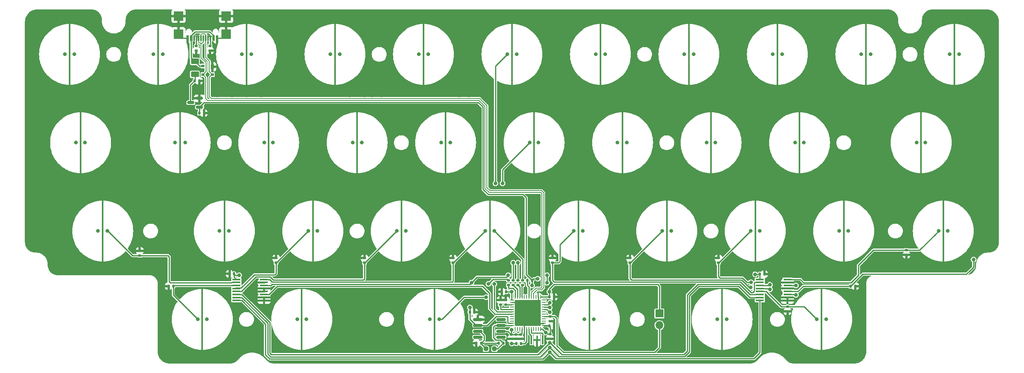
<source format=gbr>
%TF.GenerationSoftware,KiCad,Pcbnew,(7.0.0)*%
%TF.CreationDate,2023-05-14T17:36:17+02:00*%
%TF.ProjectId,travaulta prototype,74726176-6175-46c7-9461-2070726f746f,rev?*%
%TF.SameCoordinates,Original*%
%TF.FileFunction,Copper,L4,Bot*%
%TF.FilePolarity,Positive*%
%FSLAX46Y46*%
G04 Gerber Fmt 4.6, Leading zero omitted, Abs format (unit mm)*
G04 Created by KiCad (PCBNEW (7.0.0)) date 2023-05-14 17:36:17*
%MOMM*%
%LPD*%
G01*
G04 APERTURE LIST*
G04 Aperture macros list*
%AMRoundRect*
0 Rectangle with rounded corners*
0 $1 Rounding radius*
0 $2 $3 $4 $5 $6 $7 $8 $9 X,Y pos of 4 corners*
0 Add a 4 corners polygon primitive as box body*
4,1,4,$2,$3,$4,$5,$6,$7,$8,$9,$2,$3,0*
0 Add four circle primitives for the rounded corners*
1,1,$1+$1,$2,$3*
1,1,$1+$1,$4,$5*
1,1,$1+$1,$6,$7*
1,1,$1+$1,$8,$9*
0 Add four rect primitives between the rounded corners*
20,1,$1+$1,$2,$3,$4,$5,0*
20,1,$1+$1,$4,$5,$6,$7,0*
20,1,$1+$1,$6,$7,$8,$9,0*
20,1,$1+$1,$8,$9,$2,$3,0*%
%AMFreePoly0*
4,1,17,0.124698,6.656366,0.180194,6.586777,0.200000,6.500000,0.200000,-6.500000,0.180194,-6.586777,0.124698,-6.656366,0.044504,-6.694986,-0.044504,-6.694986,-0.124698,-6.656366,-0.180194,-6.586777,-0.200000,-6.500000,-0.200000,6.500000,-0.180194,6.586777,-0.124698,6.656366,-0.044504,6.694986,0.044504,6.694986,0.124698,6.656366,0.124698,6.656366,$1*%
G04 Aperture macros list end*
%TA.AperFunction,SMDPad,CuDef*%
%ADD10FreePoly0,0.000000*%
%TD*%
%TA.AperFunction,SMDPad,CuDef*%
%ADD11FreePoly0,180.000000*%
%TD*%
%TA.AperFunction,SMDPad,CuDef*%
%ADD12R,0.400000X1.900000*%
%TD*%
%TA.AperFunction,SMDPad,CuDef*%
%ADD13RoundRect,0.140000X0.140000X0.170000X-0.140000X0.170000X-0.140000X-0.170000X0.140000X-0.170000X0*%
%TD*%
%TA.AperFunction,SMDPad,CuDef*%
%ADD14RoundRect,0.140000X-0.140000X-0.170000X0.140000X-0.170000X0.140000X0.170000X-0.140000X0.170000X0*%
%TD*%
%TA.AperFunction,SMDPad,CuDef*%
%ADD15RoundRect,0.140000X-0.170000X0.140000X-0.170000X-0.140000X0.170000X-0.140000X0.170000X0.140000X0*%
%TD*%
%TA.AperFunction,SMDPad,CuDef*%
%ADD16RoundRect,0.150000X-0.825000X-0.150000X0.825000X-0.150000X0.825000X0.150000X-0.825000X0.150000X0*%
%TD*%
%TA.AperFunction,SMDPad,CuDef*%
%ADD17RoundRect,0.135000X-0.185000X0.135000X-0.185000X-0.135000X0.185000X-0.135000X0.185000X0.135000X0*%
%TD*%
%TA.AperFunction,SMDPad,CuDef*%
%ADD18RoundRect,0.135000X0.185000X-0.135000X0.185000X0.135000X-0.185000X0.135000X-0.185000X-0.135000X0*%
%TD*%
%TA.AperFunction,SMDPad,CuDef*%
%ADD19RoundRect,0.135000X-0.135000X-0.185000X0.135000X-0.185000X0.135000X0.185000X-0.135000X0.185000X0*%
%TD*%
%TA.AperFunction,SMDPad,CuDef*%
%ADD20RoundRect,0.062500X0.062500X-0.375000X0.062500X0.375000X-0.062500X0.375000X-0.062500X-0.375000X0*%
%TD*%
%TA.AperFunction,SMDPad,CuDef*%
%ADD21RoundRect,0.062500X0.375000X-0.062500X0.375000X0.062500X-0.375000X0.062500X-0.375000X-0.062500X0*%
%TD*%
%TA.AperFunction,SMDPad,CuDef*%
%ADD22R,5.600000X5.600000*%
%TD*%
%TA.AperFunction,SMDPad,CuDef*%
%ADD23RoundRect,0.135000X0.135000X0.185000X-0.135000X0.185000X-0.135000X-0.185000X0.135000X-0.185000X0*%
%TD*%
%TA.AperFunction,SMDPad,CuDef*%
%ADD24R,1.778000X0.419100*%
%TD*%
%TA.AperFunction,SMDPad,CuDef*%
%ADD25RoundRect,0.250000X-0.625000X0.375000X-0.625000X-0.375000X0.625000X-0.375000X0.625000X0.375000X0*%
%TD*%
%TA.AperFunction,SMDPad,CuDef*%
%ADD26R,0.700000X1.000000*%
%TD*%
%TA.AperFunction,SMDPad,CuDef*%
%ADD27R,0.700000X0.600000*%
%TD*%
%TA.AperFunction,SMDPad,CuDef*%
%ADD28RoundRect,0.140000X0.170000X-0.140000X0.170000X0.140000X-0.170000X0.140000X-0.170000X-0.140000X0*%
%TD*%
%TA.AperFunction,ComponentPad*%
%ADD29R,1.700000X1.700000*%
%TD*%
%TA.AperFunction,ComponentPad*%
%ADD30O,1.700000X1.700000*%
%TD*%
%TA.AperFunction,SMDPad,CuDef*%
%ADD31RoundRect,0.150000X0.587500X0.150000X-0.587500X0.150000X-0.587500X-0.150000X0.587500X-0.150000X0*%
%TD*%
%TA.AperFunction,SMDPad,CuDef*%
%ADD32RoundRect,0.237500X0.250000X0.237500X-0.250000X0.237500X-0.250000X-0.237500X0.250000X-0.237500X0*%
%TD*%
%TA.AperFunction,SMDPad,CuDef*%
%ADD33R,0.600000X1.300000*%
%TD*%
%TA.AperFunction,SMDPad,CuDef*%
%ADD34R,0.300000X1.300000*%
%TD*%
%TA.AperFunction,SMDPad,CuDef*%
%ADD35R,2.000000X2.000000*%
%TD*%
%TA.AperFunction,ViaPad*%
%ADD36C,0.800000*%
%TD*%
%TA.AperFunction,Conductor*%
%ADD37C,0.250000*%
%TD*%
%TA.AperFunction,Conductor*%
%ADD38C,0.200000*%
%TD*%
G04 APERTURE END LIST*
D10*
%TO.P,SW20,3,SG*%
%TO.N,GND*%
X211137500Y-76200000D03*
%TD*%
D11*
%TO.P,SW27,3,SG*%
%TO.N,GND*%
X163512500Y-95250000D03*
%TD*%
D10*
%TO.P,SW15,3,SG*%
%TO.N,GND*%
X115887500Y-76200000D03*
%TD*%
%TO.P,SW18,3,SG*%
%TO.N,GND*%
X173037500Y-76200000D03*
%TD*%
%TO.P,SW1,3,SG*%
%TO.N,GND*%
X53975000Y-57150000D03*
%TD*%
%TO.P,SW9,3,SG*%
%TO.N,GND*%
X206375000Y-57150000D03*
%TD*%
D11*
%TO.P,SW28,3,SG*%
%TO.N,GND*%
X182562500Y-95250000D03*
%TD*%
D10*
%TO.P,SW4,3,SG*%
%TO.N,GND*%
X111125000Y-57150000D03*
%TD*%
%TO.P,SW17,3,SG*%
%TO.N,GND*%
X153987500Y-76200000D03*
%TD*%
%TO.P,SW12,3,SG*%
%TO.N,GND*%
X56358000Y-76200000D03*
%TD*%
D11*
%TO.P,SW23,3,SG*%
%TO.N,GND*%
X87312500Y-95250000D03*
%TD*%
%TO.P,SW34,3,SG*%
%TO.N,GND*%
X132555000Y-114300000D03*
%TD*%
D10*
%TO.P,SW22,3,SG*%
%TO.N,GND*%
X61120000Y-95250000D03*
%TD*%
%TO.P,SW16,3,SG*%
%TO.N,GND*%
X134937500Y-76200000D03*
%TD*%
%TO.P,SW14,3,SG*%
%TO.N,GND*%
X96837500Y-76200000D03*
%TD*%
%TO.P,SW7,3,SG*%
%TO.N,GND*%
X168275000Y-57150000D03*
%TD*%
D11*
%TO.P,SW24,3,SG*%
%TO.N,GND*%
X106362500Y-95250000D03*
%TD*%
D10*
%TO.P,SW11,3,SG*%
%TO.N,GND*%
X244475000Y-57150000D03*
%TD*%
D11*
%TO.P,SW31,3,SG*%
%TO.N,GND*%
X242095000Y-95250000D03*
%TD*%
D10*
%TO.P,SW2,3,SG*%
%TO.N,GND*%
X73025000Y-57150000D03*
%TD*%
%TO.P,SW5,3,SG*%
%TO.N,GND*%
X130175000Y-57150000D03*
%TD*%
%TO.P,SW8,3,SG*%
%TO.N,GND*%
X187325000Y-57150000D03*
%TD*%
%TO.P,SW13,3,SG*%
%TO.N,GND*%
X77787500Y-76200000D03*
%TD*%
D11*
%TO.P,SW21,3,SG*%
%TO.N,GND*%
X237330000Y-76200000D03*
%TD*%
%TO.P,SW36,3,SG*%
%TO.N,GND*%
X194470000Y-114300000D03*
%TD*%
%TO.P,SW35,3,SG*%
%TO.N,GND*%
X165892000Y-114300000D03*
%TD*%
%TO.P,SW25,3,SG*%
%TO.N,GND*%
X125412500Y-95250000D03*
%TD*%
%TO.P,SW33,3,SG*%
%TO.N,GND*%
X103980000Y-114300000D03*
%TD*%
%TO.P,SW32,3,SG*%
%TO.N,GND*%
X82550000Y-114300000D03*
%TD*%
D10*
%TO.P,SW3,3,SG*%
%TO.N,GND*%
X92075000Y-57150000D03*
%TD*%
D11*
%TO.P,SW26,3,SG*%
%TO.N,GND*%
X144462500Y-95250000D03*
%TD*%
D10*
%TO.P,SW6,3,SG*%
%TO.N,GND*%
X149225000Y-57150000D03*
%TD*%
D11*
%TO.P,SW30,3,SG*%
%TO.N,GND*%
X220662500Y-95250000D03*
%TD*%
%TO.P,SW29,3,SG*%
%TO.N,GND*%
X201612500Y-95250000D03*
%TD*%
%TO.P,SW37,3,SG*%
%TO.N,GND*%
X215900000Y-114300000D03*
%TD*%
D10*
%TO.P,SW10,3,SG*%
%TO.N,GND*%
X225425000Y-57150000D03*
%TD*%
%TO.P,SW19,3,SG*%
%TO.N,GND*%
X192087500Y-76200000D03*
%TD*%
D12*
%TO.P,Y1,1,1*%
%TO.N,XTAL1*%
X153415999Y-118744999D03*
%TO.P,Y1,2,2*%
%TO.N,GND*%
X154615999Y-118744999D03*
%TO.P,Y1,3,3*%
%TO.N,XTAL0*%
X155815999Y-118744999D03*
%TD*%
D13*
%TO.P,C7,1*%
%TO.N,VBAT*%
X147984000Y-108331000D03*
%TO.P,C7,2*%
%TO.N,GND*%
X147024000Y-108331000D03*
%TD*%
D14*
%TO.P,C12,1*%
%TO.N,VBAT*%
X202609436Y-104534305D03*
%TO.P,C12,2*%
%TO.N,GND*%
X203569436Y-104534305D03*
%TD*%
D15*
%TO.P,C15,1*%
%TO.N,VBAT*%
X149031000Y-117540000D03*
%TO.P,C15,2*%
%TO.N,GND*%
X149031000Y-118500000D03*
%TD*%
D16*
%TO.P,U5,1*%
%TO.N,N/C*%
X141899097Y-118120501D03*
%TO.P,U5,2,IN-*%
%TO.N,Net-(JP1-B)*%
X141899097Y-116850501D03*
%TO.P,U5,3,IN+*%
%TO.N,APLEX_OUT_PIN_0*%
X141899097Y-115580501D03*
%TO.P,U5,4,V-*%
%TO.N,GND*%
X141899097Y-114310501D03*
%TO.P,U5,5*%
%TO.N,N/C*%
X146849097Y-114310501D03*
%TO.P,U5,6,OUT*%
%TO.N,ADC*%
X146849097Y-115580501D03*
%TO.P,U5,7,V+*%
%TO.N,VBAT*%
X146849097Y-116850501D03*
%TO.P,U5,8*%
%TO.N,N/C*%
X146849097Y-118120501D03*
%TD*%
D17*
%TO.P,R7,1*%
%TO.N,GND*%
X146742000Y-110107000D03*
%TO.P,R7,2*%
%TO.N,BOOT1*%
X146742000Y-111127000D03*
%TD*%
D18*
%TO.P,R11,1*%
%TO.N,COL2*%
X98425000Y-102110000D03*
%TO.P,R11,2*%
%TO.N,GND*%
X98425000Y-101090000D03*
%TD*%
D17*
%TO.P,R2,1*%
%TO.N,ROW2*%
X151511000Y-105877000D03*
%TO.P,R2,2*%
%TO.N,Net-(U1-PB15)*%
X151511000Y-106897000D03*
%TD*%
D14*
%TO.P,C9,1*%
%TO.N,VBAT*%
X157311000Y-115663994D03*
%TO.P,C9,2*%
%TO.N,GND*%
X158271000Y-115663994D03*
%TD*%
D19*
%TO.P,R4,1*%
%TO.N,Net-(U1-PA10)*%
X152525000Y-105918000D03*
%TO.P,R4,2*%
%TO.N,VBAT*%
X153545000Y-105918000D03*
%TD*%
D20*
%TO.P,U1,1,VBAT*%
%TO.N,VBAT*%
X155404000Y-116340500D03*
%TO.P,U1,2,PC13*%
%TO.N,unconnected-(U1-PC13-Pad2)*%
X154904000Y-116340500D03*
%TO.P,U1,3,PC14*%
%TO.N,unconnected-(U1-PC14-Pad3)*%
X154404000Y-116340500D03*
%TO.P,U1,4,PC15*%
%TO.N,unconnected-(U1-PC15-Pad4)*%
X153904000Y-116340500D03*
%TO.P,U1,5,PH0*%
%TO.N,XTAL0*%
X153404000Y-116340500D03*
%TO.P,U1,6,PH1*%
%TO.N,XTAL1*%
X152904000Y-116340500D03*
%TO.P,U1,7,NRST*%
%TO.N,NRST*%
X152404000Y-116340500D03*
%TO.P,U1,8,VSSA*%
%TO.N,GND*%
X151904000Y-116340500D03*
%TO.P,U1,9,VREF+*%
%TO.N,VBAT*%
X151404000Y-116340500D03*
%TO.P,U1,10,PA0*%
%TO.N,unconnected-(U1-PA0-Pad10)*%
X150904000Y-116340500D03*
%TO.P,U1,11,PA1*%
%TO.N,unconnected-(U1-PA1-Pad11)*%
X150404000Y-116340500D03*
%TO.P,U1,12,PA2*%
%TO.N,unconnected-(U1-PA2-Pad12)*%
X149904000Y-116340500D03*
D21*
%TO.P,U1,13,PA3*%
%TO.N,ADC*%
X149216500Y-115653000D03*
%TO.P,U1,14,PA4*%
%TO.N,APLEX_OUT_PIN_0*%
X149216500Y-115153000D03*
%TO.P,U1,15,PA5*%
%TO.N,unconnected-(U1-PA5-Pad15)*%
X149216500Y-114653000D03*
%TO.P,U1,16,PA6*%
%TO.N,unconnected-(U1-PA6-Pad16)*%
X149216500Y-114153000D03*
%TO.P,U1,17,PA7*%
%TO.N,unconnected-(U1-PA7-Pad17)*%
X149216500Y-113653000D03*
%TO.P,U1,18,PB0*%
%TO.N,APLEX_EN_PIN_0*%
X149216500Y-113153000D03*
%TO.P,U1,19,PB1*%
%TO.N,APLEX_EN_PIN_1*%
X149216500Y-112653000D03*
%TO.P,U1,20,PB2*%
%TO.N,BOOT1*%
X149216500Y-112153000D03*
%TO.P,U1,21,PB10*%
%TO.N,unconnected-(U1-PB10-Pad21)*%
X149216500Y-111653000D03*
%TO.P,U1,22,VCAP1*%
%TO.N,Net-(U1-VCAP1)*%
X149216500Y-111153000D03*
%TO.P,U1,23,VSS*%
%TO.N,GND*%
X149216500Y-110653000D03*
%TO.P,U1,24,VDD*%
%TO.N,VBAT*%
X149216500Y-110153000D03*
D20*
%TO.P,U1,25,PB12*%
%TO.N,Net-(U1-PB12)*%
X149904000Y-109465500D03*
%TO.P,U1,26,PB13*%
%TO.N,Net-(U1-PB13)*%
X150404000Y-109465500D03*
%TO.P,U1,27,PB14*%
%TO.N,Net-(U1-PB14)*%
X150904000Y-109465500D03*
%TO.P,U1,28,PB15*%
%TO.N,Net-(U1-PB15)*%
X151404000Y-109465500D03*
%TO.P,U1,29,PA8*%
%TO.N,unconnected-(U1-PA8-Pad29)*%
X151904000Y-109465500D03*
%TO.P,U1,30,PA9*%
%TO.N,unconnected-(U1-PA9-Pad30)*%
X152404000Y-109465500D03*
%TO.P,U1,31,PA10*%
%TO.N,Net-(U1-PA10)*%
X152904000Y-109465500D03*
%TO.P,U1,32,PA11*%
%TO.N,D-*%
X153404000Y-109465500D03*
%TO.P,U1,33,PA12*%
%TO.N,D+*%
X153904000Y-109465500D03*
%TO.P,U1,34,PA13*%
%TO.N,SWDIO*%
X154404000Y-109465500D03*
%TO.P,U1,35,VSS*%
%TO.N,GND*%
X154904000Y-109465500D03*
%TO.P,U1,36,VDD*%
%TO.N,VBAT*%
X155404000Y-109465500D03*
D21*
%TO.P,U1,37,PA14*%
%TO.N,SWCLK*%
X156091500Y-110153000D03*
%TO.P,U1,38,PA15*%
%TO.N,unconnected-(U1-PA15-Pad38)*%
X156091500Y-110653000D03*
%TO.P,U1,39,PB3*%
%TO.N,AMUX_SEL_2*%
X156091500Y-111153000D03*
%TO.P,U1,40,PB4*%
%TO.N,AMUX_SEL_1*%
X156091500Y-111653000D03*
%TO.P,U1,41,PB5*%
%TO.N,AMUX_SEL_0*%
X156091500Y-112153000D03*
%TO.P,U1,42,PB6*%
%TO.N,unconnected-(U1-PB6-Pad42)*%
X156091500Y-112653000D03*
%TO.P,U1,43,PB7*%
%TO.N,unconnected-(U1-PB7-Pad43)*%
X156091500Y-113153000D03*
%TO.P,U1,44,BOOT0*%
%TO.N,BOOT0*%
X156091500Y-113653000D03*
%TO.P,U1,45,PB8*%
%TO.N,unconnected-(U1-PB8-Pad45)*%
X156091500Y-114153000D03*
%TO.P,U1,46,PB9*%
%TO.N,unconnected-(U1-PB9-Pad46)*%
X156091500Y-114653000D03*
%TO.P,U1,47,VSS*%
%TO.N,GND*%
X156091500Y-115153000D03*
%TO.P,U1,48,VDD*%
%TO.N,VBAT*%
X156091500Y-115653000D03*
D22*
%TO.P,U1,49,VSS*%
%TO.N,GND*%
X152653999Y-112902999D03*
%TD*%
D18*
%TO.P,R12,1*%
%TO.N,COL5*%
X157956250Y-102110000D03*
%TO.P,R12,2*%
%TO.N,GND*%
X157956250Y-101090000D03*
%TD*%
%TO.P,R15,1*%
%TO.N,COL0*%
X69088000Y-100522500D03*
%TO.P,R15,2*%
%TO.N,GND*%
X69088000Y-99502500D03*
%TD*%
D15*
%TO.P,C11,1*%
%TO.N,VBAT*%
X151063000Y-117540000D03*
%TO.P,C11,2*%
%TO.N,GND*%
X151063000Y-118500000D03*
%TD*%
D23*
%TO.P,R13,1*%
%TO.N,COL1*%
X76305148Y-107156250D03*
%TO.P,R13,2*%
%TO.N,GND*%
X75285148Y-107156250D03*
%TD*%
D14*
%TO.P,C8,1*%
%TO.N,VBAT*%
X157311000Y-109474000D03*
%TO.P,C8,2*%
%TO.N,GND*%
X158271000Y-109474000D03*
%TD*%
D18*
%TO.P,R10,1*%
%TO.N,COL6*%
X174625000Y-102110000D03*
%TO.P,R10,2*%
%TO.N,GND*%
X174625000Y-101090000D03*
%TD*%
D24*
%TO.P,U3,1,A4*%
%TO.N,COL9*%
X208555589Y-105676699D03*
%TO.P,U3,2,A6*%
%TO.N,GND*%
X208555589Y-106326939D03*
%TO.P,U3,3,A*%
%TO.N,APLEX_OUT_PIN_0*%
X208555589Y-106977179D03*
%TO.P,U3,4,A7*%
%TO.N,GND*%
X208555589Y-107627419D03*
%TO.P,U3,5,A5*%
%TO.N,COL10*%
X208555589Y-108272579D03*
%TO.P,U3,6,~{E}*%
%TO.N,APLEX_EN_PIN_1*%
X208555589Y-108922819D03*
%TO.P,U3,7,VEE*%
%TO.N,GND*%
X208555589Y-109573059D03*
%TO.P,U3,8,GND*%
X208555589Y-110223299D03*
%TO.P,U3,9,S2*%
%TO.N,AMUX_SEL_2*%
X202606909Y-110223299D03*
%TO.P,U3,10,S1*%
%TO.N,AMUX_SEL_1*%
X202606909Y-109573059D03*
%TO.P,U3,11,S0*%
%TO.N,AMUX_SEL_0*%
X202606909Y-108922819D03*
%TO.P,U3,12,A3*%
%TO.N,COL8*%
X202606909Y-108272579D03*
%TO.P,U3,13,A0*%
%TO.N,COL7*%
X202606909Y-107627419D03*
%TO.P,U3,14,A1*%
%TO.N,COL6*%
X202606909Y-106977179D03*
%TO.P,U3,15,A2*%
%TO.N,COL5*%
X202606909Y-106326939D03*
%TO.P,U3,16,VCC*%
%TO.N,VBAT*%
X202606909Y-105676699D03*
%TD*%
D18*
%TO.P,R1,1*%
%TO.N,Net-(U1-PB12)*%
X148463000Y-106897000D03*
%TO.P,R1,2*%
%TO.N,ROW3*%
X148463000Y-105877000D03*
%TD*%
D17*
%TO.P,R16,1*%
%TO.N,COL9*%
X234156250Y-99377387D03*
%TO.P,R16,2*%
%TO.N,GND*%
X234156250Y-100397387D03*
%TD*%
D13*
%TO.P,C14,1*%
%TO.N,GND*%
X141132500Y-112712500D03*
%TO.P,C14,2*%
%TO.N,APLEX_OUT_PIN_0*%
X140172500Y-112712500D03*
%TD*%
D18*
%TO.P,R9,1*%
%TO.N,Net-(U1-PB13)*%
X149479000Y-106897000D03*
%TO.P,R9,2*%
%TO.N,ROW0*%
X149479000Y-105877000D03*
%TD*%
D13*
%TO.P,C13,1*%
%TO.N,VBAT*%
X89380000Y-104485820D03*
%TO.P,C13,2*%
%TO.N,GND*%
X88420000Y-104485820D03*
%TD*%
D19*
%TO.P,R21,1*%
%TO.N,Net-(JP1-B)*%
X146332687Y-119390501D03*
%TO.P,R21,2*%
%TO.N,ADC*%
X147352687Y-119390501D03*
%TD*%
D14*
%TO.P,C5,1*%
%TO.N,VBAT*%
X81943000Y-69850000D03*
%TO.P,C5,2*%
%TO.N,GND*%
X82903000Y-69850000D03*
%TD*%
D18*
%TO.P,R20,1*%
%TO.N,COL7*%
X193675000Y-102110000D03*
%TO.P,R20,2*%
%TO.N,GND*%
X193675000Y-101090000D03*
%TD*%
D23*
%TO.P,R23,1*%
%TO.N,Net-(JP1-B)*%
X142592312Y-119390501D03*
%TO.P,R23,2*%
%TO.N,GND*%
X141572312Y-119390501D03*
%TD*%
D17*
%TO.P,R14,1*%
%TO.N,COL8*%
X208548088Y-111558447D03*
%TO.P,R14,2*%
%TO.N,GND*%
X208548088Y-112578447D03*
%TD*%
D19*
%TO.P,R6,1*%
%TO.N,VBAT*%
X150169000Y-119507000D03*
%TO.P,R6,2*%
%TO.N,NRST*%
X151189000Y-119507000D03*
%TD*%
D25*
%TO.P,F_USBC1,1*%
%TO.N,VCC*%
X80962500Y-58671000D03*
%TO.P,F_USBC1,2*%
%TO.N,+5V*%
X80962500Y-61471000D03*
%TD*%
D26*
%TO.P,D1,1,GND*%
%TO.N,GND*%
X84692999Y-59828999D03*
D27*
%TO.P,D1,2,I/O1*%
%TO.N,D+*%
X84692999Y-61528999D03*
%TO.P,D1,3,I/O2*%
%TO.N,D-*%
X82692999Y-61528999D03*
%TO.P,D1,4,VCC*%
%TO.N,VCC*%
X82692999Y-59628999D03*
%TD*%
D18*
%TO.P,R18,1*%
%TO.N,GND*%
X81280000Y-56356250D03*
%TO.P,R18,2*%
%TO.N,Net-(USB1-CC1)*%
X81280000Y-55336250D03*
%TD*%
D17*
%TO.P,R3,1*%
%TO.N,BOOT0*%
X157410000Y-113663000D03*
%TO.P,R3,2*%
%TO.N,GND*%
X157410000Y-114683000D03*
%TD*%
%TO.P,R8,1*%
%TO.N,ROW1*%
X150495000Y-105877000D03*
%TO.P,R8,2*%
%TO.N,Net-(U1-PB14)*%
X150495000Y-106897000D03*
%TD*%
D19*
%TO.P,R5,1*%
%TO.N,COL10*%
X222146885Y-107164145D03*
%TO.P,R5,2*%
%TO.N,GND*%
X223166885Y-107164145D03*
%TD*%
D28*
%TO.P,C1,1*%
%TO.N,Net-(U1-VCAP1)*%
X147885000Y-111097000D03*
%TO.P,C1,2*%
%TO.N,GND*%
X147885000Y-110137000D03*
%TD*%
D14*
%TO.P,C4,1*%
%TO.N,+5V*%
X80927000Y-62865000D03*
%TO.P,C4,2*%
%TO.N,GND*%
X81887000Y-62865000D03*
%TD*%
D24*
%TO.P,U4,1,A4*%
%TO.N,COL4*%
X95843089Y-105676699D03*
%TO.P,U4,2,A6*%
%TO.N,GND*%
X95843089Y-106326939D03*
%TO.P,U4,3,A*%
%TO.N,APLEX_OUT_PIN_0*%
X95843089Y-106977179D03*
%TO.P,U4,4,A7*%
%TO.N,GND*%
X95843089Y-107627419D03*
%TO.P,U4,5,A5*%
X95843089Y-108272579D03*
%TO.P,U4,6,~{E}*%
%TO.N,APLEX_EN_PIN_0*%
X95843089Y-108922819D03*
%TO.P,U4,7,VEE*%
%TO.N,GND*%
X95843089Y-109573059D03*
%TO.P,U4,8,GND*%
X95843089Y-110223299D03*
%TO.P,U4,9,S2*%
%TO.N,AMUX_SEL_2*%
X89894409Y-110223299D03*
%TO.P,U4,10,S1*%
%TO.N,AMUX_SEL_1*%
X89894409Y-109573059D03*
%TO.P,U4,11,S0*%
%TO.N,AMUX_SEL_0*%
X89894409Y-108922819D03*
%TO.P,U4,12,A3*%
%TO.N,COL3*%
X89894409Y-108272579D03*
%TO.P,U4,13,A0*%
%TO.N,COL2*%
X89894409Y-107627419D03*
%TO.P,U4,14,A1*%
%TO.N,COL1*%
X89894409Y-106977179D03*
%TO.P,U4,15,A2*%
%TO.N,COL0*%
X89894409Y-106326939D03*
%TO.P,U4,16,VCC*%
%TO.N,VBAT*%
X89894409Y-105676699D03*
%TD*%
D29*
%TO.P,SW38,1,A*%
%TO.N,VBAT*%
X180974999Y-113024999D03*
D30*
%TO.P,SW38,2,B*%
%TO.N,BOOT0*%
X180974999Y-115564999D03*
%TD*%
D15*
%TO.P,C6,1*%
%TO.N,VBAT*%
X157410000Y-117503000D03*
%TO.P,C6,2*%
%TO.N,GND*%
X157410000Y-118463000D03*
%TD*%
D31*
%TO.P,U2,1,GND*%
%TO.N,GND*%
X81963500Y-66614000D03*
%TO.P,U2,2,VO*%
%TO.N,VBAT*%
X81963500Y-68514000D03*
%TO.P,U2,3,VI*%
%TO.N,+5V*%
X80088500Y-67564000D03*
%TD*%
D32*
%TO.P,JP1,1,A*%
%TO.N,ADC*%
X145462340Y-120650000D03*
%TO.P,JP1,2,B*%
%TO.N,Net-(JP1-B)*%
X143637340Y-120650000D03*
%TD*%
D33*
%TO.P,USB1,1,GND*%
%TO.N,GND*%
X79349999Y-53631249D03*
%TO.P,USB1,2,VBUS*%
%TO.N,VCC*%
X80149999Y-53631249D03*
D34*
%TO.P,USB1,3,SBU2*%
%TO.N,unconnected-(USB1-SBU2-Pad3)*%
X80799999Y-53631249D03*
%TO.P,USB1,4,CC1*%
%TO.N,Net-(USB1-CC1)*%
X81299999Y-53631249D03*
%TO.P,USB1,5,DN2*%
%TO.N,D-*%
X81799999Y-53631249D03*
%TO.P,USB1,6,DP1*%
%TO.N,D+*%
X82299999Y-53631249D03*
%TO.P,USB1,7,DN1*%
%TO.N,D-*%
X82799999Y-53631249D03*
%TO.P,USB1,8,DP2*%
%TO.N,D+*%
X83299999Y-53631249D03*
%TO.P,USB1,9,SBU1*%
%TO.N,unconnected-(USB1-SBU1-Pad9)*%
X83799999Y-53631249D03*
%TO.P,USB1,10,CC2*%
%TO.N,Net-(USB1-CC2)*%
X84299999Y-53631249D03*
D33*
%TO.P,USB1,11,VBUS*%
%TO.N,VCC*%
X84949999Y-53631249D03*
%TO.P,USB1,12,GND*%
%TO.N,GND*%
X85749999Y-53631249D03*
D35*
%TO.P,USB1,13,SHIELD*%
X77429999Y-48871249D03*
X77429999Y-52771249D03*
X87669999Y-48871249D03*
X87669999Y-52771249D03*
%TD*%
D18*
%TO.P,R19,1*%
%TO.N,COL4*%
X136525000Y-102110000D03*
%TO.P,R19,2*%
%TO.N,GND*%
X136525000Y-101090000D03*
%TD*%
D17*
%TO.P,R24,1*%
%TO.N,Net-(USB1-CC2)*%
X84201000Y-55336250D03*
%TO.P,R24,2*%
%TO.N,GND*%
X84201000Y-56356250D03*
%TD*%
D15*
%TO.P,C10,1*%
%TO.N,VBAT*%
X150047000Y-117540000D03*
%TO.P,C10,2*%
%TO.N,GND*%
X150047000Y-118500000D03*
%TD*%
D18*
%TO.P,R17,1*%
%TO.N,COL3*%
X117475000Y-102110000D03*
%TO.P,R17,2*%
%TO.N,GND*%
X117475000Y-101090000D03*
%TD*%
D36*
%TO.N,GND*%
X74295000Y-91313000D03*
X114300000Y-68278054D03*
X135597207Y-104261223D03*
X74457450Y-102146851D03*
X151003000Y-99314000D03*
X111125000Y-107950000D03*
X96463710Y-101616045D03*
X153987500Y-92075000D03*
X177165000Y-109855000D03*
X81280000Y-57277000D03*
X79634279Y-102166606D03*
X153988003Y-102068356D03*
X82550000Y-49999000D03*
X177176938Y-83255788D03*
X183356250Y-119062500D03*
X87249000Y-80010000D03*
X117475000Y-68262500D03*
X47117000Y-76200000D03*
X131445000Y-101854000D03*
X207962500Y-104366597D03*
X103187500Y-83125992D03*
X226028066Y-101600000D03*
X119027099Y-64169317D03*
X77430000Y-51094000D03*
X178593750Y-104324688D03*
X175451935Y-104317849D03*
X231534211Y-101576668D03*
X84198075Y-57286253D03*
X107950000Y-68278054D03*
X137577839Y-104298443D03*
X182499000Y-80010000D03*
X92075000Y-117475000D03*
X117445381Y-65971118D03*
X117475491Y-121047612D03*
X65244068Y-83266471D03*
X113284000Y-114300000D03*
X171831000Y-101981000D03*
X120215418Y-83268437D03*
X156464799Y-64146969D03*
X144653000Y-76200000D03*
X233867827Y-64186346D03*
X158602637Y-85060062D03*
X144688580Y-83212362D03*
X88926415Y-65964205D03*
X142113000Y-110617000D03*
X213758720Y-65997413D03*
X194539821Y-104317849D03*
X175816362Y-65997905D03*
X214425221Y-102091428D03*
X101155500Y-83125992D03*
X75819000Y-120777000D03*
X215272292Y-83233441D03*
X173101000Y-95250000D03*
X141859000Y-80010000D03*
X121059099Y-64169317D03*
X152584000Y-112903000D03*
X144374097Y-116215501D03*
X158753070Y-104320989D03*
X137901311Y-64231533D03*
X47371000Y-50800000D03*
X121095883Y-65974574D03*
X192539949Y-102088341D03*
X82558981Y-83268437D03*
X234950000Y-61087000D03*
X60075298Y-64176230D03*
X160918079Y-102299291D03*
X177839421Y-64193631D03*
X139700000Y-57150000D03*
X99867728Y-65952852D03*
X88900000Y-68262500D03*
X215781779Y-64193139D03*
X154003054Y-85382318D03*
X190232918Y-104293450D03*
X122237500Y-118268750D03*
X120650491Y-121047612D03*
X158750000Y-57150000D03*
X139262558Y-85049380D03*
X99815881Y-64231533D03*
X111125000Y-65960003D03*
X141294558Y-85049380D03*
X142081250Y-106362500D03*
X142081250Y-107950000D03*
X197035308Y-64193631D03*
X122986934Y-104249644D03*
X63212068Y-83266471D03*
X215900000Y-57150000D03*
X187325000Y-102108000D03*
X197044249Y-65997905D03*
X117331079Y-107950000D03*
X114272348Y-65964205D03*
X196850000Y-57150000D03*
X106426000Y-76200000D03*
X98422526Y-65950379D03*
X123825000Y-65951243D03*
X92868750Y-107950000D03*
X86288880Y-104214561D03*
X65253009Y-85070745D03*
X231512224Y-97872127D03*
X120506079Y-107950000D03*
X144716101Y-85427602D03*
X143668750Y-104344178D03*
X92075000Y-104154757D03*
X206505152Y-107452269D03*
X159004000Y-110744000D03*
X209550000Y-101508785D03*
X138303000Y-101981000D03*
X120904000Y-101727000D03*
X78607665Y-65964205D03*
X144653000Y-72517000D03*
X125349000Y-80010000D03*
X77600359Y-104245177D03*
X233876768Y-65990620D03*
X177800000Y-53213000D03*
X82189797Y-64153271D03*
X188111837Y-104311833D03*
X251079000Y-50800000D03*
X85751415Y-65964205D03*
X199852839Y-121754293D03*
X127000000Y-68309162D03*
X92075000Y-68262500D03*
X234146640Y-85107708D03*
X101092000Y-101600000D03*
X173573173Y-104293450D03*
X134874000Y-95250000D03*
X67120529Y-102090937D03*
X111125000Y-104214561D03*
X196338366Y-83219809D03*
X77300138Y-108312928D03*
X133985000Y-101727000D03*
X92075000Y-65964205D03*
X51435000Y-95250000D03*
X96774000Y-95250000D03*
X251206000Y-63500000D03*
X140493750Y-104333809D03*
X80962500Y-60071000D03*
X222758000Y-120650000D03*
X231844768Y-65990620D03*
X124474829Y-107950000D03*
X244094000Y-69723000D03*
X158496799Y-64146969D03*
X184221378Y-107343390D03*
X172415783Y-107530039D03*
X130175000Y-68309162D03*
X160911418Y-104281020D03*
X217417014Y-104354056D03*
X164306250Y-104289692D03*
X187216121Y-107327344D03*
X179217879Y-85060062D03*
X98425000Y-68262500D03*
X95250000Y-68262500D03*
X49530000Y-69850000D03*
X60116776Y-66008155D03*
X98425491Y-121047612D03*
X101847881Y-64231533D03*
X104728337Y-104167899D03*
X87249000Y-72644000D03*
X127000000Y-65951243D03*
X75692000Y-48895000D03*
X177848362Y-65997905D03*
X116496665Y-104176446D03*
X133383834Y-65953835D03*
X139933311Y-64231533D03*
X236537500Y-101600000D03*
X111125000Y-68278054D03*
X87312500Y-107950000D03*
X85725000Y-68262500D03*
X175807421Y-64193631D03*
X123825000Y-68309162D03*
X136525000Y-68262500D03*
X192561494Y-104301005D03*
X175418750Y-107530039D03*
X234950000Y-53340000D03*
X181768750Y-104324688D03*
X118375427Y-104200845D03*
X95250000Y-65964205D03*
X103148167Y-85096043D03*
X153987500Y-88900000D03*
X182499000Y-72390000D03*
X234154774Y-83203271D03*
X82567922Y-85072711D03*
X101899728Y-65952852D03*
X107950000Y-104191230D03*
X133350000Y-68309162D03*
X161131250Y-107950000D03*
X232114640Y-85107708D03*
X178593750Y-107530039D03*
X141285617Y-83245106D03*
X101121020Y-104154757D03*
X175895000Y-101981000D03*
X119063883Y-65974574D03*
X207168750Y-101473000D03*
X198361068Y-85095059D03*
X150018750Y-88900000D03*
X115824000Y-99314000D03*
X247015000Y-89027000D03*
X137872571Y-65974082D03*
X84599922Y-85072711D03*
X141859000Y-72517000D03*
X156473740Y-65951243D03*
X217304292Y-83233441D03*
X132556250Y-104249644D03*
X160634637Y-85060062D03*
X68453000Y-76200000D03*
X201676000Y-76200000D03*
X146681488Y-64206158D03*
X192024000Y-91313000D03*
X231835827Y-64186346D03*
X120650000Y-53213000D03*
X77851000Y-95250000D03*
X158593696Y-83255788D03*
X197643750Y-104323931D03*
X224282000Y-80137000D03*
X160625696Y-83255788D03*
X115607034Y-101739495D03*
X124619241Y-121047612D03*
X170676988Y-104308377D03*
X115824000Y-91313000D03*
X146793645Y-104323439D03*
X122247418Y-83268437D03*
X147066000Y-107315000D03*
X77602279Y-102166606D03*
X120650000Y-60960000D03*
X121126329Y-68333618D03*
X220662500Y-104354056D03*
X114298033Y-104219745D03*
X153321343Y-104242074D03*
X215281233Y-85037715D03*
X183356250Y-109855000D03*
X232122774Y-83203271D03*
X158505740Y-65951243D03*
X126206250Y-104261223D03*
X196329068Y-85095059D03*
X130175000Y-65951243D03*
X213749779Y-64193139D03*
X144653000Y-67691000D03*
X229235000Y-95250000D03*
X65659000Y-76200000D03*
X147896567Y-109273002D03*
X62148776Y-66008155D03*
X101600000Y-57150000D03*
X153987500Y-99218750D03*
X78581250Y-68262500D03*
X122256359Y-85072711D03*
X169545000Y-101981000D03*
X99212437Y-104149937D03*
X243967000Y-85725000D03*
X139904571Y-65974082D03*
X89408000Y-48895000D03*
X224282000Y-72390000D03*
X125349000Y-72517000D03*
X148586409Y-83241559D03*
X67120529Y-104050751D03*
X195003308Y-64193631D03*
X185166000Y-114300000D03*
X157162500Y-99314000D03*
X101911437Y-68262500D03*
X104775000Y-65960003D03*
X189144827Y-108929415D03*
X163576000Y-76200000D03*
X195012249Y-65997905D03*
X120888576Y-104225245D03*
X153288724Y-110807639D03*
X63221009Y-85070745D03*
X211905460Y-101600000D03*
X158750000Y-107950000D03*
X74295000Y-99314000D03*
X144652281Y-64206158D03*
X144653000Y-80010000D03*
X251079000Y-95123000D03*
X148209000Y-101981000D03*
X157956250Y-88900000D03*
X107936174Y-65943466D03*
X114300491Y-121047612D03*
X179208938Y-83255788D03*
X98806000Y-50800000D03*
X211201000Y-95250000D03*
X231521000Y-91186000D03*
X146685000Y-72517000D03*
X98425000Y-108743750D03*
X206375000Y-118268750D03*
X167481250Y-104289692D03*
X62107298Y-64176230D03*
X217313233Y-85037715D03*
X78581250Y-63500000D03*
X146685000Y-80010000D03*
X120224359Y-85072711D03*
X198370366Y-83219809D03*
X181768750Y-107343390D03*
X74441896Y-104246652D03*
X190240765Y-102103407D03*
X214312500Y-104348659D03*
X129381250Y-104261223D03*
X84590981Y-83268437D03*
X188641422Y-121694338D03*
X101116167Y-85096043D03*
X114156079Y-107950000D03*
X84137500Y-68262500D03*
X87312500Y-63500000D03*
X104775000Y-68278054D03*
X150550100Y-110815963D03*
X136558834Y-65953835D03*
X227965000Y-76200000D03*
X184936837Y-104311833D03*
X246473566Y-101666909D03*
X79653498Y-104245177D03*
X177185879Y-85060062D03*
X70970165Y-102114268D03*
X223043750Y-108743750D03*
X203835000Y-114300000D03*
X204787500Y-104370593D03*
X211681401Y-104370102D03*
X139253617Y-83245106D03*
X246062500Y-76200000D03*
X92075000Y-101600000D03*
X146685000Y-67691000D03*
X228600000Y-101600000D03*
X54356000Y-88900000D03*
X177800000Y-60960000D03*
X215790720Y-65997413D03*
X139953601Y-68350091D03*
X228600000Y-98425000D03*
X153346000Y-115062000D03*
X87653038Y-51101306D03*
X84074000Y-69850000D03*
X177165000Y-119062500D03*
X150425000Y-115062000D03*
%TO.N,APLEX_OUT_PIN_0*%
X210352632Y-106976214D03*
X156787000Y-106362500D03*
X156787000Y-104775000D03*
X148431250Y-104775000D03*
X140493750Y-106362500D03*
X140168917Y-111725196D03*
%TO.N,ROW0*%
X243459000Y-57150000D03*
X110109000Y-57150000D03*
X186309000Y-57150000D03*
X148209000Y-57150000D03*
X167259000Y-57150000D03*
X224409000Y-57150000D03*
X129159000Y-57150000D03*
X72009000Y-57150000D03*
X52959000Y-57150000D03*
X91059000Y-57150000D03*
X149495497Y-102108000D03*
X145669000Y-84987000D03*
X205359000Y-57150000D03*
%TO.N,ROW1*%
X55372000Y-76200000D03*
X191135000Y-76200000D03*
X133985000Y-76200000D03*
X147189272Y-84974626D03*
X76708000Y-76200000D03*
X153035000Y-76200000D03*
X210185000Y-76200000D03*
X171958000Y-76200000D03*
X114935000Y-76200000D03*
X150495000Y-102108000D03*
X238252000Y-76200000D03*
X95885000Y-76200000D03*
%TO.N,VBAT*%
X149155000Y-108331000D03*
X201599534Y-104576503D03*
X149158000Y-116524000D03*
X153545858Y-106982709D03*
X156556000Y-117129000D03*
X149189578Y-119489093D03*
X157291782Y-108302925D03*
X90487500Y-104775000D03*
X154781250Y-105533209D03*
%TO.N,COL0*%
X62103000Y-95250000D03*
X54991000Y-57150000D03*
X57277000Y-76200000D03*
%TO.N,COL1*%
X74041000Y-57150000D03*
X81550000Y-114300000D03*
X86233000Y-95250000D03*
X78867000Y-76200000D03*
%TO.N,COL2*%
X93075000Y-57150000D03*
X105362500Y-95250000D03*
X97790000Y-76200000D03*
X102980000Y-114300000D03*
%TO.N,COL3*%
X124412500Y-95250000D03*
X116887500Y-76200000D03*
X131555000Y-114300000D03*
X112125000Y-57150000D03*
%TO.N,COL4*%
X143462500Y-95250000D03*
X135937500Y-76200000D03*
X131175000Y-57150000D03*
%TO.N,COL5*%
X150241000Y-57150000D03*
X162512500Y-95250000D03*
X164846000Y-114300000D03*
X154940000Y-76200000D03*
%TO.N,COL6*%
X169291000Y-57150000D03*
X173990000Y-76200000D03*
X181562500Y-95250000D03*
X204755969Y-106823574D03*
X200668410Y-107440416D03*
%TO.N,COL7*%
X188325000Y-57150000D03*
X200674646Y-106307080D03*
X200612500Y-95250000D03*
X193421000Y-114300000D03*
X204787500Y-107822580D03*
X193040000Y-76200000D03*
%TO.N,COL8*%
X207391000Y-57150000D03*
X214884000Y-114300000D03*
X219662500Y-95250000D03*
X212090000Y-76200000D03*
%TO.N,COL9*%
X241095000Y-95250000D03*
X226441000Y-57150000D03*
X236347000Y-76200000D03*
%TO.N,ROW2*%
X164512500Y-95250000D03*
X221662500Y-95250000D03*
X126412500Y-95250000D03*
X243078000Y-95250000D03*
X202612500Y-95250000D03*
X107362500Y-95250000D03*
X145462500Y-95250000D03*
X60071000Y-95250000D03*
X88312500Y-95250000D03*
X183562500Y-95250000D03*
%TO.N,ROW3*%
X144157368Y-106657415D03*
X104980000Y-114300000D03*
X143668750Y-109537500D03*
X195453000Y-114300000D03*
X216916000Y-114300000D03*
X166878000Y-114300000D03*
X133555000Y-114300000D03*
X83550000Y-114300000D03*
%TO.N,AMUX_SEL_2*%
X157348680Y-121365408D03*
X157353000Y-110744000D03*
%TO.N,AMUX_SEL_1*%
X157357299Y-111755701D03*
X157364941Y-120356364D03*
%TO.N,AMUX_SEL_0*%
X157353500Y-119342500D03*
X157353000Y-112776000D03*
%TO.N,APLEX_EN_PIN_1*%
X145415000Y-106680000D03*
X210343750Y-108997080D03*
%TO.N,COL10*%
X245491000Y-57150000D03*
X248602500Y-101409500D03*
%TD*%
D37*
%TO.N,GND*%
X85750000Y-53624000D02*
X86810000Y-53624000D01*
X157410000Y-114683000D02*
X158047000Y-114683000D01*
X86810000Y-53624000D02*
X87670000Y-52764000D01*
X151896000Y-113591000D02*
X152584000Y-112903000D01*
X77430000Y-52764000D02*
X77430000Y-51094000D01*
X151896000Y-116340500D02*
X151896000Y-113591000D01*
X154851186Y-115157180D02*
X154701186Y-115007180D01*
X77430000Y-48864000D02*
X75723000Y-48864000D01*
X78290000Y-53624000D02*
X77430000Y-52764000D01*
X149040000Y-118491000D02*
X149031000Y-118500000D01*
X82903000Y-69850000D02*
X84074000Y-69850000D01*
X154889279Y-109405399D02*
X154889279Y-110592899D01*
X152646000Y-112903000D02*
X152637137Y-112903000D01*
X89377000Y-48864000D02*
X89408000Y-48895000D01*
X81280000Y-56390000D02*
X81280000Y-57277000D01*
X75723000Y-48864000D02*
X75692000Y-48895000D01*
X84201000Y-56356250D02*
X84201000Y-57283328D01*
X150400100Y-110665963D02*
X150550100Y-110815963D01*
X77430000Y-51094000D02*
X77470000Y-51054000D01*
X151896000Y-116340500D02*
X151896000Y-118233000D01*
X87670000Y-48864000D02*
X89377000Y-48864000D01*
X79350000Y-53624000D02*
X78290000Y-53624000D01*
X158299000Y-114935000D02*
X158299000Y-115635994D01*
X87670000Y-52764000D02*
X87670000Y-51118268D01*
X158299000Y-115635994D02*
X158271000Y-115663994D01*
X150550100Y-110815963D02*
X150387137Y-110653000D01*
X77430000Y-51094000D02*
X77430000Y-48864000D01*
X156038686Y-115157180D02*
X154851186Y-115157180D01*
X87670000Y-51084344D02*
X87670000Y-48864000D01*
X151896000Y-118233000D02*
X151638000Y-118491000D01*
X154889279Y-110592899D02*
X154739279Y-110742899D01*
X151638000Y-118491000D02*
X149040000Y-118491000D01*
X158299000Y-114935000D02*
X158047000Y-114683000D01*
X149212600Y-110665963D02*
X150400100Y-110665963D01*
X84201000Y-57283328D02*
X84198075Y-57286253D01*
X150387137Y-110653000D02*
X149216500Y-110653000D01*
D38*
%TO.N,D-*%
X153396000Y-109457500D02*
X153404000Y-109465500D01*
X81800000Y-54474000D02*
X82063000Y-54737000D01*
X83343000Y-58928000D02*
X83343000Y-60879000D01*
X81800000Y-53624000D02*
X81800000Y-54474000D01*
X155687500Y-105678500D02*
X155687500Y-87196936D01*
X144296814Y-86918750D02*
X143427000Y-86048936D01*
X155686125Y-105679875D02*
X155687500Y-105681250D01*
X83343000Y-60879000D02*
X82693000Y-61529000D01*
X155686125Y-105679875D02*
X155687500Y-105678500D01*
X82296000Y-54737000D02*
X82550000Y-54737000D01*
X155687500Y-87196936D02*
X155409314Y-86918750D01*
X155687500Y-107271814D02*
X155409314Y-107550000D01*
X142162040Y-67075000D02*
X83712000Y-67075000D01*
X154387500Y-107550000D02*
X153396000Y-108541500D01*
X143427000Y-68339960D02*
X142162040Y-67075000D01*
X153396000Y-108541500D02*
X153396000Y-108743750D01*
X155409314Y-107550000D02*
X154387500Y-107550000D01*
X155687500Y-105681250D02*
X155687500Y-107271814D01*
X83312000Y-62148000D02*
X82693000Y-61529000D01*
X83712000Y-67075000D02*
X83312000Y-66675000D01*
X82296000Y-57881000D02*
X83343000Y-58928000D01*
X153396000Y-108743750D02*
X153396000Y-109457500D01*
X143427000Y-86048936D02*
X143427000Y-68339960D01*
X82296000Y-54737000D02*
X82296000Y-57881000D01*
X82800000Y-54487000D02*
X82800000Y-53624000D01*
X155409314Y-86918750D02*
X144296814Y-86918750D01*
X82550000Y-54737000D02*
X82800000Y-54487000D01*
X82063000Y-54737000D02*
X82296000Y-54737000D01*
X83312000Y-66675000D02*
X83312000Y-62148000D01*
%TO.N,D+*%
X83300000Y-53624000D02*
X83300000Y-57804000D01*
X155575000Y-86518750D02*
X156087500Y-87031251D01*
X153896000Y-109457500D02*
X153904000Y-109465500D01*
X84043000Y-58547000D02*
X84043000Y-60879000D01*
X84043000Y-60879000D02*
X84693000Y-61529000D01*
X84519000Y-66675000D02*
X142327725Y-66675000D01*
X153904000Y-108701750D02*
X153904000Y-109465500D01*
X84648000Y-61529000D02*
X84074000Y-62103000D01*
X83300000Y-57804000D02*
X84043000Y-58547000D01*
X82300000Y-53624000D02*
X82300000Y-52828000D01*
X83058000Y-52705000D02*
X83300000Y-52947000D01*
X143827000Y-68174275D02*
X143827000Y-85883250D01*
X154655750Y-107950000D02*
X153904000Y-108701750D01*
X156087500Y-105568750D02*
X156087500Y-107437500D01*
X84074000Y-62103000D02*
X84074000Y-66230000D01*
X143827000Y-85883250D02*
X144462500Y-86518750D01*
X82423000Y-52705000D02*
X83058000Y-52705000D01*
X142327725Y-66675000D02*
X143827000Y-68174275D01*
X84693000Y-61529000D02*
X84648000Y-61529000D01*
X82300000Y-52828000D02*
X82423000Y-52705000D01*
X144462500Y-86518750D02*
X155575000Y-86518750D01*
X84074000Y-66230000D02*
X84519000Y-66675000D01*
X155575000Y-107950000D02*
X154655750Y-107950000D01*
X156087500Y-87031251D02*
X156087500Y-105568750D01*
X156087500Y-105568750D02*
X156087500Y-105844186D01*
X83300000Y-52947000D02*
X83300000Y-53624000D01*
X156087500Y-107437500D02*
X155575000Y-107950000D01*
D37*
%TO.N,VCC*%
X80994000Y-52280000D02*
X84137500Y-52280000D01*
X84137500Y-52280000D02*
X84950000Y-53092500D01*
X80150000Y-57858500D02*
X80962500Y-58671000D01*
X81920500Y-59629000D02*
X82693000Y-59629000D01*
X80150000Y-53124000D02*
X80994000Y-52280000D01*
X84950000Y-53092500D02*
X84950000Y-53631250D01*
X80150000Y-53624000D02*
X80150000Y-57858500D01*
X80150000Y-53624000D02*
X80150000Y-53124000D01*
X80962500Y-58671000D02*
X81920500Y-59629000D01*
%TO.N,+5V*%
X80899000Y-62865000D02*
X80010000Y-63754000D01*
X80962500Y-62829500D02*
X80927000Y-62865000D01*
X80962500Y-61471000D02*
X80962500Y-62829500D01*
X80927000Y-62865000D02*
X80899000Y-62865000D01*
X80010000Y-67485500D02*
X80088500Y-67564000D01*
X80010000Y-63754000D02*
X80010000Y-67485500D01*
%TO.N,Net-(U1-VCAP1)*%
X147941000Y-111153000D02*
X149216500Y-111153000D01*
X147885000Y-111097000D02*
X147941000Y-111153000D01*
%TO.N,NRST*%
X151954000Y-119507000D02*
X152396000Y-119065000D01*
X152396000Y-117348000D02*
X152396000Y-116348500D01*
X151189000Y-119507000D02*
X151954000Y-119507000D01*
X152396000Y-117348000D02*
X152396000Y-119065000D01*
X152396000Y-116348500D02*
X152404000Y-116340500D01*
X152396000Y-116340500D02*
X152396000Y-117348000D01*
%TO.N,APLEX_OUT_PIN_0*%
X141681250Y-105175000D02*
X148031250Y-105175000D01*
X148342847Y-113834251D02*
X148342847Y-115005347D01*
X95843090Y-106977180D02*
X97360320Y-106977180D01*
X140172500Y-112712500D02*
X140172500Y-111728779D01*
X148490500Y-115153000D02*
X149216500Y-115153000D01*
X140493750Y-106362500D02*
X141681250Y-105175000D01*
X210351666Y-106977180D02*
X210352632Y-106976214D01*
X145827346Y-113685501D02*
X148194097Y-113685501D01*
X141899097Y-115580501D02*
X143932346Y-115580501D01*
X148194097Y-113685501D02*
X148342847Y-113834251D01*
X140150000Y-106706250D02*
X140493750Y-106362500D01*
X148031250Y-105175000D02*
X148431250Y-104775000D01*
X140172500Y-111728779D02*
X140168917Y-111725196D01*
X208555590Y-106977180D02*
X210351666Y-106977180D01*
X141899097Y-115580501D02*
X141522346Y-115580501D01*
X148342847Y-115005347D02*
X148490500Y-115153000D01*
X97631250Y-106706250D02*
X139700000Y-106706250D01*
X139700000Y-106706250D02*
X140150000Y-106706250D01*
X141522346Y-115580501D02*
X140172500Y-114230655D01*
X143932346Y-115580501D02*
X145827346Y-113685501D01*
X97360320Y-106977180D02*
X97631250Y-106706250D01*
X208555590Y-106977180D02*
X209767770Y-106977180D01*
X156787000Y-106362500D02*
X156787000Y-104775000D01*
X140172500Y-114230655D02*
X140172500Y-112712500D01*
%TO.N,ROW0*%
X145669000Y-59690000D02*
X145669000Y-84875500D01*
X148209000Y-57150000D02*
X145669000Y-59690000D01*
X149479000Y-102124497D02*
X149479000Y-105877000D01*
X149495497Y-102108000D02*
X149479000Y-102124497D01*
%TO.N,ROW1*%
X147189272Y-82045728D02*
X153035000Y-76200000D01*
X147189272Y-82045728D02*
X147189272Y-84974626D01*
X150495000Y-102108000D02*
X150495000Y-105877000D01*
%TO.N,Net-(JP1-B)*%
X142592312Y-119390501D02*
X146332687Y-119390501D01*
X142592312Y-119390501D02*
X142592312Y-119604972D01*
X142275848Y-116850501D02*
X143199097Y-117773750D01*
X143199097Y-117773750D02*
X143199097Y-118783716D01*
X143199097Y-118783716D02*
X142592312Y-119390501D01*
X141899097Y-116850501D02*
X142275848Y-116850501D01*
X142592312Y-119604972D02*
X143637340Y-120650000D01*
%TO.N,VBAT*%
X143250959Y-86473936D02*
X144120773Y-87343750D01*
X157410000Y-115762994D02*
X157410000Y-117503000D01*
X151150000Y-117540000D02*
X151063000Y-117540000D01*
X202567238Y-104576503D02*
X202609436Y-104534305D01*
X150169000Y-119507000D02*
X149207485Y-119507000D01*
X201599534Y-104576503D02*
X202567238Y-104576503D01*
X157302500Y-109465500D02*
X157311000Y-109474000D01*
X89380000Y-104485820D02*
X89380000Y-105162290D01*
X151396000Y-117294000D02*
X151150000Y-117540000D01*
X151606250Y-87343750D02*
X152262500Y-88000000D01*
X149208500Y-110153000D02*
X149155000Y-110099500D01*
X152262500Y-104637500D02*
X153543000Y-105918000D01*
X156083500Y-115653000D02*
X157300006Y-115653000D01*
X157311000Y-108322143D02*
X157291782Y-108302925D01*
X142811750Y-68325750D02*
X143002000Y-68516000D01*
X157311000Y-115663994D02*
X157410000Y-115762994D01*
X143002000Y-86224977D02*
X143250959Y-86473936D01*
X149207485Y-119507000D02*
X149189578Y-119489093D01*
X157311000Y-115663994D02*
X156102494Y-115663994D01*
X141986000Y-67500000D02*
X82977500Y-67500000D01*
X151396000Y-116340500D02*
X151396000Y-116840000D01*
X151396000Y-116840000D02*
X151396000Y-117294000D01*
X151063000Y-117540000D02*
X149031000Y-117540000D01*
X89380000Y-105162290D02*
X89894410Y-105676700D01*
X155767500Y-116340500D02*
X156556000Y-117129000D01*
X149031000Y-116651000D02*
X149158000Y-116524000D01*
X151396000Y-116348500D02*
X151404000Y-116340500D01*
X145256250Y-87343750D02*
X151606250Y-87343750D01*
X144120773Y-87343750D02*
X145256250Y-87343750D01*
X152262500Y-88000000D02*
X152262500Y-89693750D01*
X156930000Y-117503000D02*
X157410000Y-117503000D01*
X149155000Y-110099500D02*
X149155000Y-108331000D01*
X143002000Y-69596000D02*
X143002000Y-85725000D01*
X157291782Y-107749218D02*
X157291782Y-108302925D01*
X156556000Y-117129000D02*
X156930000Y-117503000D01*
X155396000Y-109465500D02*
X157302500Y-109465500D01*
X155404000Y-109465500D02*
X157302500Y-109465500D01*
X147984000Y-108331000D02*
X149155000Y-108331000D01*
X152262500Y-89693750D02*
X152262500Y-104637500D01*
X156102494Y-115663994D02*
X156091500Y-115653000D01*
X149155000Y-108331000D02*
X149155000Y-110091500D01*
X180975000Y-107156250D02*
X180525000Y-106706250D01*
X149155000Y-110091500D02*
X149216500Y-110153000D01*
X202609436Y-105674174D02*
X202606910Y-105676700D01*
X89669180Y-104775000D02*
X90487500Y-104775000D01*
X153543000Y-105918000D02*
X153545000Y-105918000D01*
X152262500Y-89016500D02*
X152262500Y-89693750D01*
X180525000Y-106706250D02*
X158334750Y-106706250D01*
X154781250Y-105533209D02*
X153929791Y-105533209D01*
X153545858Y-106982709D02*
X153545858Y-105918858D01*
X89380000Y-104485820D02*
X89669180Y-104775000D01*
X153545858Y-105918858D02*
X153545000Y-105918000D01*
X180975000Y-113025000D02*
X180975000Y-107156250D01*
X149031000Y-117540000D02*
X148341501Y-116850501D01*
X141986000Y-67500000D02*
X142811750Y-68325750D01*
X81963500Y-68514000D02*
X82029500Y-68580000D01*
X81943000Y-68534500D02*
X81963500Y-68514000D01*
X151396000Y-116840000D02*
X151396000Y-116348500D01*
X158334750Y-106706250D02*
X157291782Y-107749218D01*
X149031000Y-117540000D02*
X149023391Y-117540000D01*
X149031000Y-117540000D02*
X149031000Y-116651000D01*
X82977500Y-67500000D02*
X81963500Y-68514000D01*
X148341501Y-116850501D02*
X146849097Y-116850501D01*
X155396000Y-116340500D02*
X155767500Y-116340500D01*
X155767500Y-116340500D02*
X155404000Y-116340500D01*
X202609436Y-104534305D02*
X202609436Y-105674174D01*
X81943000Y-69850000D02*
X81943000Y-68534500D01*
X153929791Y-105533209D02*
X153545000Y-105918000D01*
X143002000Y-85725000D02*
X143002000Y-86224977D01*
X157311000Y-109474000D02*
X157311000Y-108322143D01*
X143002000Y-68516000D02*
X143002000Y-69850000D01*
%TO.N,BOOT1*%
X146742000Y-112014000D02*
X146881000Y-112153000D01*
X146881000Y-112153000D02*
X149216500Y-112153000D01*
X146742000Y-111127000D02*
X146742000Y-112014000D01*
%TO.N,COL0*%
X66435875Y-99457875D02*
X67500500Y-100522500D01*
X88900000Y-106326940D02*
X88867940Y-106359000D01*
X88867940Y-106359000D02*
X75646923Y-106359000D01*
X62228000Y-95250000D02*
X62103000Y-95250000D01*
X89894410Y-106326940D02*
X88900000Y-106326940D01*
X75646923Y-106359000D02*
X75406250Y-106118327D01*
X67500500Y-100522500D02*
X69088000Y-100522500D01*
X75122500Y-100522500D02*
X69088000Y-100522500D01*
X75406250Y-100806250D02*
X75122500Y-100522500D01*
X66435875Y-99457875D02*
X62228000Y-95250000D01*
X75406250Y-106118327D02*
X75406250Y-100806250D01*
%TO.N,COL1*%
X76484218Y-106977180D02*
X89894410Y-106977180D01*
X76305148Y-107156250D02*
X76305148Y-109055148D01*
X76305148Y-109055148D02*
X81550000Y-114300000D01*
X76305148Y-107156250D02*
X76484218Y-106977180D01*
%TO.N,COL2*%
X98425000Y-102110000D02*
X98502500Y-102110000D01*
X90925770Y-107511730D02*
X93745350Y-104692150D01*
X98425000Y-104437275D02*
X98425000Y-102110000D01*
X98502500Y-102110000D02*
X105362500Y-95250000D01*
X93745350Y-104692150D02*
X98170125Y-104692150D01*
X98170125Y-104692150D02*
X98425000Y-104437275D01*
X89693750Y-107511730D02*
X90925770Y-107511730D01*
%TO.N,COL3*%
X89894410Y-108272580D02*
X90958670Y-108272580D01*
X97204650Y-105142150D02*
X97868750Y-105806250D01*
X94089100Y-105142150D02*
X97204650Y-105142150D01*
X97868750Y-105806250D02*
X117237500Y-105806250D01*
X117552500Y-102110000D02*
X124412500Y-95250000D01*
X117475000Y-105568750D02*
X117475000Y-102110000D01*
X117237500Y-105806250D02*
X117475000Y-105568750D01*
X90958670Y-108272580D02*
X94089100Y-105142150D01*
X117475000Y-102110000D02*
X117552500Y-102110000D01*
%TO.N,COL4*%
X97051700Y-105676700D02*
X97631250Y-106256250D01*
X136602500Y-102110000D02*
X143462500Y-95250000D01*
X136525000Y-102110000D02*
X136602500Y-102110000D01*
X136525000Y-106071626D02*
X136525000Y-102110000D01*
X136525236Y-106071862D02*
X136525000Y-106071626D01*
X97631250Y-106256250D02*
X136340848Y-106256250D01*
X95843090Y-105676700D02*
X97051700Y-105676700D01*
X136340848Y-106256250D02*
X136525236Y-106071862D01*
%TO.N,COL5*%
X159260000Y-102110000D02*
X159543750Y-101826250D01*
X201089680Y-108472820D02*
X201392910Y-108169590D01*
X200676216Y-108472820D02*
X201089680Y-108472820D01*
X162512500Y-95250000D02*
X159543750Y-98218750D01*
X198459646Y-106256250D02*
X158369000Y-106256250D01*
X201467910Y-106326940D02*
X202606910Y-106326940D01*
X158215750Y-106103000D02*
X157956250Y-105843500D01*
X200089198Y-107885802D02*
X198459646Y-106256250D01*
X200089198Y-107885802D02*
X200676216Y-108472820D01*
X201392910Y-106401940D02*
X201467910Y-106326940D01*
X157956250Y-105843500D02*
X157956250Y-102110000D01*
X159260000Y-102110000D02*
X157956250Y-102110000D01*
X158369000Y-106256250D02*
X157956250Y-105843500D01*
X201392910Y-108169590D02*
X201392910Y-106401940D01*
X159543750Y-101826250D02*
X159543750Y-98218750D01*
%TO.N,COL6*%
X174625000Y-102110000D02*
X174625000Y-105439795D01*
X198675000Y-105806250D02*
X200309166Y-107440416D01*
X174991456Y-105806250D02*
X198675000Y-105806250D01*
X204602363Y-106977180D02*
X204755969Y-106823574D01*
X174702500Y-102110000D02*
X181562500Y-95250000D01*
X200309166Y-107440416D02*
X200668410Y-107440416D01*
X202606910Y-106977180D02*
X204602363Y-106977180D01*
X174625000Y-105439795D02*
X174991456Y-105806250D01*
%TO.N,COL7*%
X193752500Y-102110000D02*
X200612500Y-95250000D01*
X193675000Y-102110000D02*
X193675000Y-105043096D01*
X193988154Y-105356250D02*
X198861396Y-105356250D01*
X202606910Y-107627420D02*
X204592340Y-107627420D01*
X193675000Y-105043096D02*
X193988154Y-105356250D01*
X199812226Y-106307080D02*
X200674646Y-106307080D01*
X198861396Y-105356250D02*
X199812226Y-106307080D01*
X204592340Y-107627420D02*
X204787500Y-107822580D01*
%TO.N,COL8*%
X203931520Y-108272580D02*
X202606910Y-108272580D01*
X207217387Y-111558447D02*
X203931520Y-108272580D01*
X212142447Y-111558447D02*
X214884000Y-114300000D01*
X208548088Y-111558447D02*
X207217387Y-111558447D01*
X208548088Y-111558447D02*
X212142447Y-111558447D01*
%TO.N,COL9*%
X234156250Y-99377387D02*
X227047425Y-99377387D01*
X222250000Y-106362500D02*
X212020921Y-106362500D01*
X234156250Y-99377387D02*
X236967613Y-99377387D01*
X237228750Y-99116250D02*
X240403750Y-95941250D01*
X212020921Y-106362500D02*
X211335121Y-105676700D01*
X211335121Y-105676700D02*
X208555590Y-105676700D01*
X225521781Y-100903031D02*
X223837500Y-102587311D01*
X236967613Y-99377387D02*
X240403750Y-95941250D01*
X226027424Y-100397387D02*
X225521781Y-100903031D01*
X227047425Y-99377387D02*
X225521781Y-100903031D01*
X223837500Y-104775000D02*
X222250000Y-106362500D01*
X223837500Y-102587311D02*
X223837500Y-104775000D01*
X240403750Y-95941250D02*
X241095000Y-95250000D01*
%TO.N,ROW2*%
X145462500Y-95250000D02*
X151511000Y-101298500D01*
X151511000Y-101298500D02*
X151511000Y-105877000D01*
%TO.N,ROW3*%
X133555000Y-114300000D02*
X134201500Y-114300000D01*
X134201500Y-114300000D02*
X138935125Y-109566375D01*
X143668750Y-109537500D02*
X138964000Y-109537500D01*
X146050000Y-105625000D02*
X148211000Y-105625000D01*
X148211000Y-105625000D02*
X148463000Y-105877000D01*
X146050000Y-105625000D02*
X145189783Y-105625000D01*
X145189783Y-105625000D02*
X144157368Y-106657415D01*
%TO.N,Net-(U1-PB12)*%
X148500000Y-107606000D02*
X148463000Y-107569000D01*
X149455305Y-107606000D02*
X148500000Y-107606000D01*
X149896000Y-108204000D02*
X149896000Y-109457500D01*
X149896000Y-109457500D02*
X149904000Y-109465500D01*
X149896000Y-108204000D02*
X149896000Y-108046695D01*
X149896000Y-109465500D02*
X149896000Y-108204000D01*
X149896000Y-108046695D02*
X149455305Y-107606000D01*
X148463000Y-107569000D02*
X148463000Y-106897000D01*
%TO.N,Net-(U1-PB15)*%
X151396000Y-109457500D02*
X151404000Y-109465500D01*
X151396000Y-107012000D02*
X151511000Y-106897000D01*
X151396000Y-107696000D02*
X151396000Y-107012000D01*
X151396000Y-107696000D02*
X151396000Y-109457500D01*
X151396000Y-109465500D02*
X151396000Y-107696000D01*
%TO.N,Net-(U1-PA10)*%
X152896000Y-107950000D02*
X152896000Y-107303000D01*
X152896000Y-109465500D02*
X152896000Y-107950000D01*
X152527000Y-105920000D02*
X152525000Y-105918000D01*
X152896000Y-109457500D02*
X152904000Y-109465500D01*
X152896000Y-107303000D02*
X152527000Y-106934000D01*
X152527000Y-106934000D02*
X152527000Y-105920000D01*
X152896000Y-107950000D02*
X152896000Y-109457500D01*
%TO.N,XTAL0*%
X155759000Y-117221000D02*
X155816000Y-117278000D01*
X153396000Y-116840000D02*
X153396000Y-117144000D01*
X153396000Y-117144000D02*
X153473000Y-117221000D01*
X153473000Y-117221000D02*
X155759000Y-117221000D01*
X155816000Y-117278000D02*
X155816000Y-118745000D01*
X153396000Y-116840000D02*
X153396000Y-116348500D01*
X153396000Y-116348500D02*
X153404000Y-116340500D01*
X153396000Y-116340500D02*
X153396000Y-116840000D01*
%TO.N,XTAL1*%
X153416000Y-117800396D02*
X153416000Y-118745000D01*
X152896000Y-116340500D02*
X152896000Y-117221000D01*
X152896000Y-117221000D02*
X152896000Y-116348500D01*
X152896000Y-116348500D02*
X152904000Y-116340500D01*
X152896000Y-117221000D02*
X152896000Y-117280396D01*
X152896000Y-117280396D02*
X153416000Y-117800396D01*
%TO.N,Net-(U1-PB14)*%
X150896000Y-109465500D02*
X150896000Y-107950000D01*
X150896000Y-107950000D02*
X150896000Y-109457500D01*
X150896000Y-109457500D02*
X150904000Y-109465500D01*
X150896000Y-107298000D02*
X150495000Y-106897000D01*
X150896000Y-107950000D02*
X150896000Y-107298000D01*
%TO.N,Net-(U1-PB13)*%
X149479000Y-106897000D02*
X149499000Y-106897000D01*
X150396000Y-108077000D02*
X150396000Y-107794000D01*
X150396000Y-109465500D02*
X150396000Y-108077000D01*
X149499000Y-106897000D02*
X150396000Y-107794000D01*
X150396000Y-108077000D02*
X150396000Y-109457500D01*
X150396000Y-109457500D02*
X150404000Y-109465500D01*
%TO.N,Net-(USB1-CC1)*%
X81280000Y-53644000D02*
X81300000Y-53624000D01*
X81280000Y-55370000D02*
X81280000Y-53644000D01*
%TO.N,Net-(USB1-CC2)*%
X84300000Y-55237250D02*
X84201000Y-55336250D01*
X84300000Y-53624000D02*
X84300000Y-55237250D01*
%TO.N,ADC*%
X145256250Y-117475000D02*
X145256250Y-115887500D01*
X146849097Y-115580501D02*
X145563249Y-115580501D01*
X145733001Y-118745501D02*
X146707687Y-118745501D01*
X145563249Y-115580501D02*
X145256250Y-115887500D01*
X145256250Y-117475000D02*
X145256250Y-118268750D01*
X146093188Y-120650000D02*
X145462340Y-120650000D01*
X145256250Y-116796597D02*
X145256250Y-117475000D01*
X145256250Y-118268750D02*
X145733001Y-118745501D01*
X149216500Y-115653000D02*
X146921596Y-115653000D01*
X146472346Y-115580501D02*
X146849097Y-115580501D01*
X146707687Y-118745501D02*
X147352687Y-119390501D01*
X147352687Y-119390501D02*
X146093188Y-120650000D01*
X146921596Y-115653000D02*
X146849097Y-115580501D01*
%TO.N,AMUX_SEL_2*%
X157348680Y-121365408D02*
X158745272Y-122762000D01*
X89894410Y-110223300D02*
X91061098Y-110223300D01*
X202606910Y-121497090D02*
X202606910Y-110223300D01*
X156944000Y-111153000D02*
X157353000Y-110744000D01*
X201342000Y-122762000D02*
X202606910Y-121497090D01*
X159543750Y-122762000D02*
X201342000Y-122762000D01*
X96718604Y-122491396D02*
X97039027Y-122811819D01*
X96718604Y-122491396D02*
X96358604Y-122131396D01*
X91061098Y-110223300D02*
X96175000Y-115337202D01*
X97039027Y-122811819D02*
X155902269Y-122811819D01*
X156944000Y-111153000D02*
X156091500Y-111153000D01*
X96907208Y-122680000D02*
X96718604Y-122491396D01*
X156083500Y-111153000D02*
X156944000Y-111153000D01*
X155902269Y-122811819D02*
X157348680Y-121365408D01*
X158745272Y-122762000D02*
X159543750Y-122762000D01*
X96175000Y-121947792D02*
X96358604Y-122131396D01*
X96175000Y-115337202D02*
X96175000Y-121947792D01*
%TO.N,AMUX_SEL_1*%
X198019250Y-107156250D02*
X199419000Y-108556000D01*
X157357299Y-111755701D02*
X157254598Y-111653000D01*
X189475750Y-107156250D02*
X198019250Y-107156250D01*
X96956802Y-122093198D02*
X97093604Y-122230000D01*
X157374502Y-120365925D02*
X159320577Y-122312000D01*
X186425000Y-122312000D02*
X187452000Y-121285000D01*
X96956802Y-122093198D02*
X97225423Y-122361819D01*
X156306891Y-121381891D02*
X155326964Y-122361819D01*
X187452000Y-109180000D02*
X189475750Y-107156250D01*
X155326964Y-122361819D02*
X153987500Y-122361819D01*
X153987500Y-122361819D02*
X154970577Y-122361819D01*
X156306891Y-121381891D02*
X157309421Y-120379361D01*
X157254598Y-111653000D02*
X156091500Y-111653000D01*
X157354673Y-120365925D02*
X157374502Y-120365925D01*
X199419000Y-108556000D02*
X200400500Y-109537500D01*
X187452000Y-121285000D02*
X187452000Y-109180000D01*
X200436060Y-109573060D02*
X202606910Y-109573060D01*
X159320577Y-122312000D02*
X186425000Y-122312000D01*
X157322858Y-120365925D02*
X156306891Y-121381891D01*
X91047254Y-109573060D02*
X96625000Y-115150806D01*
X96691802Y-121828198D02*
X96956802Y-122093198D01*
X199419000Y-108556000D02*
X200436060Y-109573060D01*
X89894410Y-109573060D02*
X91047254Y-109573060D01*
X97225423Y-122361819D02*
X153987500Y-122361819D01*
X156083500Y-111653000D02*
X157254598Y-111653000D01*
X96625000Y-121761396D02*
X96691802Y-121828198D01*
X96625000Y-115150806D02*
X96625000Y-121761396D01*
X157364941Y-120356399D02*
G75*
G03*
X157309421Y-120379361I-41J-78501D01*
G01*
%TO.N,AMUX_SEL_0*%
X91033410Y-108922820D02*
X89894410Y-108922820D01*
X156083500Y-112153000D02*
X156730000Y-112153000D01*
X187002000Y-108993604D02*
X189289354Y-106706250D01*
X153987500Y-121911819D02*
X97411819Y-121911819D01*
X189289354Y-106706250D02*
X198273250Y-106706250D01*
X186238604Y-121862000D02*
X187002000Y-121098604D01*
X157442500Y-119342500D02*
X159962000Y-121862000D01*
X157353500Y-119342500D02*
X154784181Y-121911819D01*
X157353500Y-119342500D02*
X157442500Y-119342500D01*
X159962000Y-121862000D02*
X186238604Y-121862000D01*
X97075000Y-114964410D02*
X91033410Y-108922820D01*
X97075000Y-121575000D02*
X97075000Y-114964410D01*
X97411819Y-121911819D02*
X97075000Y-121575000D01*
X187002000Y-121098604D02*
X187002000Y-108993604D01*
X157353000Y-112776000D02*
X156730000Y-112153000D01*
X198273250Y-106706250D02*
X200489820Y-108922820D01*
X154784181Y-121911819D02*
X153987500Y-121911819D01*
X200489820Y-108922820D02*
X202606910Y-108922820D01*
X156730000Y-112153000D02*
X156091500Y-112153000D01*
%TO.N,BOOT0*%
X158877000Y-119983250D02*
X160305750Y-121412000D01*
X157537000Y-113663000D02*
X158424000Y-113663000D01*
X160305750Y-121412000D02*
X179959000Y-121412000D01*
X180975000Y-120396000D02*
X180975000Y-115565000D01*
X158424000Y-113663000D02*
X158877000Y-114116000D01*
X156101500Y-113663000D02*
X156091500Y-113653000D01*
X156083500Y-113653000D02*
X157527000Y-113653000D01*
X179959000Y-121412000D02*
X180975000Y-120396000D01*
X157527000Y-113653000D02*
X157537000Y-113663000D01*
X158424000Y-113663000D02*
X156101500Y-113663000D01*
X158877000Y-114116000D02*
X158877000Y-119983250D01*
%TO.N,APLEX_EN_PIN_1*%
X146054000Y-112653000D02*
X149216500Y-112653000D01*
X145415000Y-112014000D02*
X146054000Y-112653000D01*
X145415000Y-106680000D02*
X145415000Y-112014000D01*
X210269490Y-108922820D02*
X210343750Y-108997080D01*
X208555590Y-108922820D02*
X210269490Y-108922820D01*
%TO.N,APLEX_EN_PIN_0*%
X145542000Y-113157000D02*
X144399000Y-112014000D01*
X149212500Y-113157000D02*
X149216500Y-113153000D01*
X149204500Y-113157000D02*
X148463000Y-113157000D01*
X148463000Y-113157000D02*
X149212500Y-113157000D01*
X96941400Y-108922820D02*
X95843090Y-108922820D01*
X144399000Y-112014000D02*
X144399000Y-108680250D01*
X149208500Y-113153000D02*
X149204500Y-113157000D01*
X148463000Y-113157000D02*
X145542000Y-113157000D01*
X142875000Y-107156250D02*
X98707970Y-107156250D01*
X98707970Y-107156250D02*
X96941400Y-108922820D01*
X144399000Y-108680250D02*
X142875000Y-107156250D01*
%TO.N,COL10*%
X227456459Y-104520459D02*
X227457000Y-104521000D01*
X211939145Y-107164145D02*
X210830710Y-108272580D01*
X210830710Y-108272580D02*
X208555590Y-108272580D01*
X227457000Y-104521000D02*
X247110250Y-104521000D01*
X226695000Y-104520459D02*
X224790571Y-104520459D01*
X247110250Y-104521000D02*
X247316625Y-104314625D01*
X224790571Y-104520459D02*
X222996140Y-106314890D01*
X222146885Y-107164145D02*
X211939145Y-107164145D01*
X247316625Y-104314625D02*
X247650000Y-103981250D01*
X248602500Y-103028750D02*
X247650000Y-103981250D01*
X248602500Y-101409500D02*
X248602500Y-103028750D01*
X222146885Y-107164145D02*
X222996140Y-106314890D01*
X226695000Y-104520459D02*
X227456459Y-104520459D01*
%TD*%
%TA.AperFunction,Conductor*%
%TO.N,GND*%
G36*
X197884055Y-107482641D02*
G01*
X197887850Y-107485176D01*
X199208971Y-108806298D01*
X199208973Y-108806299D01*
X199208976Y-108806302D01*
X200195479Y-109792805D01*
X200196169Y-109793557D01*
X200223605Y-109826254D01*
X200232702Y-109831506D01*
X200260558Y-109847589D01*
X200261419Y-109848137D01*
X200296376Y-109872614D01*
X200308940Y-109875980D01*
X200311754Y-109877146D01*
X200323015Y-109883648D01*
X200365042Y-109891058D01*
X200366015Y-109891273D01*
X200407253Y-109902324D01*
X200449759Y-109898605D01*
X200450780Y-109898560D01*
X201531850Y-109898560D01*
X201539564Y-109901464D01*
X201543450Y-109908733D01*
X201541578Y-109916760D01*
X201529683Y-109934560D01*
X201529681Y-109934563D01*
X201529043Y-109935519D01*
X201528818Y-109936646D01*
X201528818Y-109936648D01*
X201517523Y-109993432D01*
X201517410Y-109994002D01*
X201517410Y-110452598D01*
X201517522Y-110453165D01*
X201517523Y-110453167D01*
X201524428Y-110487883D01*
X201529043Y-110511081D01*
X201529682Y-110512038D01*
X201529683Y-110512039D01*
X201549179Y-110541217D01*
X201573358Y-110577402D01*
X201639679Y-110621717D01*
X201698162Y-110633350D01*
X202269710Y-110633350D01*
X202277983Y-110636777D01*
X202281410Y-110645050D01*
X202281410Y-121357418D01*
X202277983Y-121365691D01*
X201210601Y-122433073D01*
X201202328Y-122436500D01*
X186789072Y-122436500D01*
X186780799Y-122433073D01*
X186777372Y-122424800D01*
X186780799Y-122416527D01*
X187226236Y-121971090D01*
X187671767Y-121525558D01*
X187672497Y-121524889D01*
X187705194Y-121497455D01*
X187726542Y-121460476D01*
X187727067Y-121459653D01*
X187751554Y-121424684D01*
X187754919Y-121412119D01*
X187756085Y-121409306D01*
X187762588Y-121398045D01*
X187770000Y-121356004D01*
X187770212Y-121355046D01*
X187781263Y-121313807D01*
X187777545Y-121271308D01*
X187777500Y-121270288D01*
X187777500Y-114300000D01*
X187911744Y-114300000D01*
X187931961Y-114814555D01*
X187931985Y-114814762D01*
X187931987Y-114814781D01*
X187992458Y-115325697D01*
X187992460Y-115325711D01*
X187992487Y-115325937D01*
X187992532Y-115326166D01*
X187992534Y-115326175D01*
X188079659Y-115764183D01*
X188092949Y-115830994D01*
X188093009Y-115831207D01*
X188093011Y-115831215D01*
X188160695Y-116071204D01*
X188232728Y-116326613D01*
X188232801Y-116326811D01*
X188232803Y-116326817D01*
X188335123Y-116604167D01*
X188410962Y-116809736D01*
X188411061Y-116809952D01*
X188411062Y-116809953D01*
X188626360Y-117276973D01*
X188626551Y-117277386D01*
X188626657Y-117277576D01*
X188626663Y-117277587D01*
X188878051Y-117726471D01*
X188878056Y-117726480D01*
X188878168Y-117726679D01*
X189164259Y-118154846D01*
X189164397Y-118155022D01*
X189164405Y-118155032D01*
X189342375Y-118380785D01*
X189483063Y-118559247D01*
X189832613Y-118937387D01*
X190210753Y-119286937D01*
X190343856Y-119391867D01*
X190614967Y-119605594D01*
X190614973Y-119605598D01*
X190615154Y-119605741D01*
X191043321Y-119891832D01*
X191043526Y-119891947D01*
X191043528Y-119891948D01*
X191405700Y-120094775D01*
X191492614Y-120143449D01*
X191960264Y-120359038D01*
X192443387Y-120537272D01*
X192939006Y-120677051D01*
X193444063Y-120777513D01*
X193955445Y-120838039D01*
X194470000Y-120858256D01*
X194984555Y-120838039D01*
X195495937Y-120777513D01*
X196000994Y-120677051D01*
X196496613Y-120537272D01*
X196979736Y-120359038D01*
X197447386Y-120143449D01*
X197896679Y-119891832D01*
X198324846Y-119605741D01*
X198729247Y-119286937D01*
X199107387Y-118937387D01*
X199456937Y-118559247D01*
X199775741Y-118154846D01*
X200061832Y-117726679D01*
X200313449Y-117277386D01*
X200529038Y-116809736D01*
X200707272Y-116326613D01*
X200847051Y-115830994D01*
X200947513Y-115325937D01*
X201008039Y-114814555D01*
X201028256Y-114300000D01*
X201008039Y-113785445D01*
X200947513Y-113274063D01*
X200847051Y-112769006D01*
X200707272Y-112273387D01*
X200529038Y-111790264D01*
X200313449Y-111322614D01*
X200269805Y-111244683D01*
X200061948Y-110873528D01*
X200061947Y-110873526D01*
X200061832Y-110873321D01*
X199775741Y-110445154D01*
X199773155Y-110441874D01*
X199550041Y-110158855D01*
X199456937Y-110040753D01*
X199107387Y-109662613D01*
X198729247Y-109313063D01*
X198525089Y-109152118D01*
X198325032Y-108994405D01*
X198325022Y-108994397D01*
X198324846Y-108994259D01*
X198206938Y-108915476D01*
X198021868Y-108791816D01*
X197896679Y-108708168D01*
X197896480Y-108708056D01*
X197896471Y-108708051D01*
X197447587Y-108456663D01*
X197447576Y-108456657D01*
X197447386Y-108456551D01*
X197447179Y-108456455D01*
X197447172Y-108456452D01*
X196979953Y-108241062D01*
X196979952Y-108241061D01*
X196979736Y-108240962D01*
X196801077Y-108175051D01*
X196496817Y-108062803D01*
X196496811Y-108062801D01*
X196496613Y-108062728D01*
X196266367Y-107997792D01*
X196001215Y-107923011D01*
X196001207Y-107923009D01*
X196000994Y-107922949D01*
X195993835Y-107921525D01*
X195496175Y-107822534D01*
X195496166Y-107822532D01*
X195495937Y-107822487D01*
X195495711Y-107822460D01*
X195495697Y-107822458D01*
X194984781Y-107761987D01*
X194984762Y-107761985D01*
X194984555Y-107761961D01*
X194470000Y-107741744D01*
X194469771Y-107741753D01*
X193955673Y-107761952D01*
X193955671Y-107761952D01*
X193955445Y-107761961D01*
X193955238Y-107761985D01*
X193955218Y-107761987D01*
X193444302Y-107822458D01*
X193444284Y-107822460D01*
X193444063Y-107822487D01*
X193443837Y-107822531D01*
X193443824Y-107822534D01*
X192939236Y-107922903D01*
X192939229Y-107922904D01*
X192939006Y-107922949D01*
X192938798Y-107923007D01*
X192938784Y-107923011D01*
X192459272Y-108058248D01*
X192443387Y-108062728D01*
X192443195Y-108062798D01*
X192443182Y-108062803D01*
X191960480Y-108240882D01*
X191960473Y-108240884D01*
X191960264Y-108240962D01*
X191960056Y-108241057D01*
X191960046Y-108241062D01*
X191492827Y-108456452D01*
X191492810Y-108456460D01*
X191492614Y-108456551D01*
X191492433Y-108456651D01*
X191492412Y-108456663D01*
X191043528Y-108708051D01*
X191043508Y-108708063D01*
X191043321Y-108708168D01*
X191043132Y-108708293D01*
X191043121Y-108708301D01*
X190615349Y-108994128D01*
X190615336Y-108994136D01*
X190615154Y-108994259D01*
X190614989Y-108994388D01*
X190614967Y-108994405D01*
X190210935Y-109312919D01*
X190210926Y-109312925D01*
X190210753Y-109313063D01*
X190210597Y-109313206D01*
X190210589Y-109313214D01*
X189832771Y-109662466D01*
X189832758Y-109662478D01*
X189832613Y-109662613D01*
X189832478Y-109662758D01*
X189832466Y-109662771D01*
X189483214Y-110040589D01*
X189483206Y-110040597D01*
X189483063Y-110040753D01*
X189482925Y-110040926D01*
X189482919Y-110040935D01*
X189164405Y-110444967D01*
X189164388Y-110444989D01*
X189164259Y-110445154D01*
X189164136Y-110445336D01*
X189164128Y-110445349D01*
X188878301Y-110873121D01*
X188878293Y-110873132D01*
X188878168Y-110873321D01*
X188878063Y-110873508D01*
X188878051Y-110873528D01*
X188626663Y-111322412D01*
X188626651Y-111322433D01*
X188626551Y-111322614D01*
X188626460Y-111322810D01*
X188626452Y-111322827D01*
X188411062Y-111790046D01*
X188410962Y-111790264D01*
X188410884Y-111790473D01*
X188410882Y-111790480D01*
X188232803Y-112273182D01*
X188232798Y-112273195D01*
X188232728Y-112273387D01*
X188232669Y-112273594D01*
X188232669Y-112273596D01*
X188093011Y-112768784D01*
X188093007Y-112768798D01*
X188092949Y-112769006D01*
X188092904Y-112769229D01*
X188092903Y-112769236D01*
X187992534Y-113273824D01*
X187992531Y-113273837D01*
X187992487Y-113274063D01*
X187992460Y-113274284D01*
X187992458Y-113274302D01*
X187931987Y-113785218D01*
X187931985Y-113785238D01*
X187931961Y-113785445D01*
X187931952Y-113785671D01*
X187931952Y-113785673D01*
X187923450Y-114002066D01*
X187911744Y-114300000D01*
X187777500Y-114300000D01*
X187777500Y-109319672D01*
X187780927Y-109311399D01*
X189607149Y-107485177D01*
X189615422Y-107481750D01*
X197879578Y-107481750D01*
X197884055Y-107482641D01*
G37*
%TD.AperFunction*%
%TA.AperFunction,Conductor*%
G36*
X94750163Y-105471077D02*
G01*
X94753590Y-105479350D01*
X94753590Y-105641865D01*
X94751501Y-105648538D01*
X94745979Y-105652827D01*
X94708913Y-105666651D01*
X94707457Y-105667446D01*
X94591854Y-105753985D01*
X94590685Y-105755154D01*
X94504146Y-105870757D01*
X94503351Y-105872213D01*
X94452850Y-106007609D01*
X94452516Y-106009022D01*
X94446122Y-106068493D01*
X94446090Y-106069109D01*
X94446090Y-106115063D01*
X94446771Y-106116708D01*
X94448417Y-106117390D01*
X96040940Y-106117390D01*
X96049213Y-106120817D01*
X96052640Y-106129090D01*
X96052640Y-106555430D01*
X96049213Y-106563703D01*
X96040940Y-106567130D01*
X95645240Y-106567130D01*
X95636967Y-106563703D01*
X95633540Y-106555430D01*
X95633540Y-106538817D01*
X95632858Y-106537171D01*
X95631213Y-106536490D01*
X94448417Y-106536490D01*
X94446771Y-106537171D01*
X94446090Y-106538817D01*
X94446090Y-106584771D01*
X94446122Y-106585386D01*
X94452516Y-106644857D01*
X94452850Y-106646270D01*
X94503351Y-106781666D01*
X94504146Y-106783122D01*
X94590685Y-106898725D01*
X94591854Y-106899894D01*
X94682583Y-106967813D01*
X94686715Y-106973616D01*
X94686715Y-106980741D01*
X94682583Y-106986545D01*
X94591854Y-107054465D01*
X94590685Y-107055634D01*
X94504146Y-107171237D01*
X94503351Y-107172693D01*
X94452850Y-107308089D01*
X94452516Y-107309502D01*
X94446122Y-107368973D01*
X94446090Y-107369589D01*
X94446090Y-107415543D01*
X94446771Y-107417188D01*
X94448417Y-107417870D01*
X95631213Y-107417870D01*
X95632858Y-107417188D01*
X95633540Y-107415543D01*
X95633540Y-107398930D01*
X95636967Y-107390657D01*
X95645240Y-107387230D01*
X96040940Y-107387230D01*
X96049213Y-107390657D01*
X96052640Y-107398930D01*
X96052640Y-107415543D01*
X96053321Y-107417188D01*
X96054967Y-107417870D01*
X97237763Y-107417870D01*
X97239408Y-107417188D01*
X97240090Y-107415543D01*
X97240090Y-107369589D01*
X97240057Y-107368973D01*
X97234322Y-107315631D01*
X97235431Y-107309268D01*
X97239747Y-107304463D01*
X97245955Y-107302680D01*
X97345600Y-107302680D01*
X97346620Y-107302725D01*
X97389127Y-107306444D01*
X97430373Y-107295391D01*
X97431331Y-107295179D01*
X97473365Y-107287768D01*
X97484626Y-107281265D01*
X97487439Y-107280099D01*
X97500004Y-107276734D01*
X97534970Y-107252249D01*
X97535793Y-107251724D01*
X97572775Y-107230374D01*
X97600216Y-107197669D01*
X97600885Y-107196939D01*
X97762648Y-107035177D01*
X97770922Y-107031750D01*
X98343897Y-107031750D01*
X98352170Y-107035177D01*
X98355597Y-107043450D01*
X98352170Y-107051723D01*
X97260063Y-108143830D01*
X97251790Y-108147257D01*
X97243517Y-108143830D01*
X97240090Y-108135557D01*
X97240090Y-108014749D01*
X97240057Y-108014133D01*
X97233663Y-107954664D01*
X97233197Y-107952695D01*
X97233197Y-107947301D01*
X97233663Y-107945331D01*
X97240057Y-107885866D01*
X97240090Y-107885251D01*
X97240090Y-107839297D01*
X97239408Y-107837651D01*
X97237763Y-107836970D01*
X96054967Y-107836970D01*
X96053321Y-107837651D01*
X96052640Y-107839297D01*
X96052640Y-108501070D01*
X96049213Y-108509343D01*
X96040940Y-108512770D01*
X95645240Y-108512770D01*
X95636967Y-108509343D01*
X95633540Y-108501070D01*
X95633540Y-108484457D01*
X95632858Y-108482811D01*
X95631213Y-108482130D01*
X94448417Y-108482130D01*
X94446771Y-108482811D01*
X94446090Y-108484457D01*
X94446090Y-108530411D01*
X94446122Y-108531026D01*
X94452516Y-108590497D01*
X94452850Y-108591910D01*
X94503351Y-108727306D01*
X94504146Y-108728762D01*
X94590685Y-108844365D01*
X94591854Y-108845534D01*
X94682583Y-108913453D01*
X94686715Y-108919256D01*
X94686715Y-108926381D01*
X94682583Y-108932185D01*
X94591854Y-109000105D01*
X94590685Y-109001274D01*
X94504146Y-109116877D01*
X94503351Y-109118333D01*
X94452850Y-109253729D01*
X94452516Y-109255142D01*
X94446122Y-109314613D01*
X94446090Y-109315229D01*
X94446090Y-109361183D01*
X94446771Y-109362828D01*
X94448417Y-109363510D01*
X95631213Y-109363510D01*
X95632858Y-109362828D01*
X95633540Y-109361183D01*
X95633540Y-109344570D01*
X95636967Y-109336297D01*
X95645240Y-109332870D01*
X96040940Y-109332870D01*
X96049213Y-109336297D01*
X96052640Y-109344570D01*
X96052640Y-109361183D01*
X96053321Y-109362828D01*
X96054967Y-109363510D01*
X97237763Y-109363510D01*
X97239408Y-109362828D01*
X97240090Y-109361183D01*
X97240090Y-109315229D01*
X97240057Y-109314613D01*
X97233663Y-109255142D01*
X97233329Y-109253729D01*
X97191808Y-109142409D01*
X97191337Y-109135833D01*
X97194495Y-109130049D01*
X98839369Y-107485177D01*
X98847643Y-107481750D01*
X142735328Y-107481750D01*
X142739805Y-107482641D01*
X142743601Y-107485177D01*
X144070073Y-108811650D01*
X144073500Y-108819923D01*
X144073500Y-109067436D01*
X144070426Y-109075340D01*
X144062820Y-109079091D01*
X144054678Y-109076718D01*
X143982715Y-109021500D01*
X143971591Y-109012964D01*
X143970877Y-109012668D01*
X143970875Y-109012667D01*
X143826223Y-108952750D01*
X143826219Y-108952749D01*
X143825512Y-108952456D01*
X143824753Y-108952356D01*
X143824749Y-108952355D01*
X143669510Y-108931918D01*
X143668750Y-108931818D01*
X143667990Y-108931918D01*
X143512750Y-108952355D01*
X143512745Y-108952356D01*
X143511988Y-108952456D01*
X143511282Y-108952748D01*
X143511276Y-108952750D01*
X143366624Y-109012667D01*
X143366618Y-109012669D01*
X143365909Y-109012964D01*
X143365295Y-109013434D01*
X143365295Y-109013435D01*
X143241078Y-109108749D01*
X143241073Y-109108753D01*
X143240468Y-109109218D01*
X143240003Y-109109823D01*
X143239999Y-109109828D01*
X143165114Y-109207422D01*
X143161007Y-109210793D01*
X143155832Y-109212000D01*
X138935525Y-109212000D01*
X138935027Y-109212087D01*
X138935024Y-109212088D01*
X138851962Y-109226734D01*
X138851959Y-109226734D01*
X138850955Y-109226912D01*
X138850074Y-109227420D01*
X138850070Y-109227422D01*
X138752428Y-109283795D01*
X138752423Y-109283798D01*
X138751545Y-109284306D01*
X138750892Y-109285083D01*
X138750885Y-109285090D01*
X138724106Y-109317003D01*
X138723417Y-109317755D01*
X137753355Y-110287817D01*
X137747664Y-110290956D01*
X137741176Y-110290573D01*
X137735895Y-110286787D01*
X137541937Y-110040753D01*
X137192387Y-109662613D01*
X136814247Y-109313063D01*
X136610089Y-109152118D01*
X136410032Y-108994405D01*
X136410022Y-108994397D01*
X136409846Y-108994259D01*
X136291938Y-108915476D01*
X136106868Y-108791816D01*
X135981679Y-108708168D01*
X135981480Y-108708056D01*
X135981471Y-108708051D01*
X135532587Y-108456663D01*
X135532576Y-108456657D01*
X135532386Y-108456551D01*
X135532179Y-108456455D01*
X135532172Y-108456452D01*
X135064953Y-108241062D01*
X135064952Y-108241061D01*
X135064736Y-108240962D01*
X134886077Y-108175051D01*
X134581817Y-108062803D01*
X134581811Y-108062801D01*
X134581613Y-108062728D01*
X134351367Y-107997792D01*
X134086215Y-107923011D01*
X134086207Y-107923009D01*
X134085994Y-107922949D01*
X134078835Y-107921525D01*
X133581175Y-107822534D01*
X133581166Y-107822532D01*
X133580937Y-107822487D01*
X133580711Y-107822460D01*
X133580697Y-107822458D01*
X133069781Y-107761987D01*
X133069762Y-107761985D01*
X133069555Y-107761961D01*
X132555000Y-107741744D01*
X132554771Y-107741753D01*
X132040673Y-107761952D01*
X132040671Y-107761952D01*
X132040445Y-107761961D01*
X132040238Y-107761985D01*
X132040218Y-107761987D01*
X131529302Y-107822458D01*
X131529284Y-107822460D01*
X131529063Y-107822487D01*
X131528837Y-107822531D01*
X131528824Y-107822534D01*
X131024236Y-107922903D01*
X131024229Y-107922904D01*
X131024006Y-107922949D01*
X131023798Y-107923007D01*
X131023784Y-107923011D01*
X130544272Y-108058248D01*
X130528387Y-108062728D01*
X130528195Y-108062798D01*
X130528182Y-108062803D01*
X130045480Y-108240882D01*
X130045473Y-108240884D01*
X130045264Y-108240962D01*
X130045056Y-108241057D01*
X130045046Y-108241062D01*
X129577827Y-108456452D01*
X129577810Y-108456460D01*
X129577614Y-108456551D01*
X129577433Y-108456651D01*
X129577412Y-108456663D01*
X129128528Y-108708051D01*
X129128508Y-108708063D01*
X129128321Y-108708168D01*
X129128132Y-108708293D01*
X129128121Y-108708301D01*
X128700349Y-108994128D01*
X128700336Y-108994136D01*
X128700154Y-108994259D01*
X128699989Y-108994388D01*
X128699967Y-108994405D01*
X128295935Y-109312919D01*
X128295926Y-109312925D01*
X128295753Y-109313063D01*
X128295597Y-109313206D01*
X128295589Y-109313214D01*
X127917771Y-109662466D01*
X127917758Y-109662478D01*
X127917613Y-109662613D01*
X127917478Y-109662758D01*
X127917466Y-109662771D01*
X127568214Y-110040589D01*
X127568206Y-110040597D01*
X127568063Y-110040753D01*
X127567925Y-110040926D01*
X127567919Y-110040935D01*
X127249405Y-110444967D01*
X127249388Y-110444989D01*
X127249259Y-110445154D01*
X127249136Y-110445336D01*
X127249128Y-110445349D01*
X126963301Y-110873121D01*
X126963293Y-110873132D01*
X126963168Y-110873321D01*
X126963063Y-110873508D01*
X126963051Y-110873528D01*
X126711663Y-111322412D01*
X126711651Y-111322433D01*
X126711551Y-111322614D01*
X126711460Y-111322810D01*
X126711452Y-111322827D01*
X126496062Y-111790046D01*
X126495962Y-111790264D01*
X126495884Y-111790473D01*
X126495882Y-111790480D01*
X126317803Y-112273182D01*
X126317798Y-112273195D01*
X126317728Y-112273387D01*
X126317669Y-112273594D01*
X126317669Y-112273596D01*
X126178011Y-112768784D01*
X126178007Y-112768798D01*
X126177949Y-112769006D01*
X126177904Y-112769229D01*
X126177903Y-112769236D01*
X126077534Y-113273824D01*
X126077531Y-113273837D01*
X126077487Y-113274063D01*
X126077460Y-113274284D01*
X126077458Y-113274302D01*
X126016987Y-113785218D01*
X126016985Y-113785238D01*
X126016961Y-113785445D01*
X126016952Y-113785671D01*
X126016952Y-113785673D01*
X126008450Y-114002066D01*
X125996744Y-114300000D01*
X126016961Y-114814555D01*
X126016985Y-114814762D01*
X126016987Y-114814781D01*
X126077458Y-115325697D01*
X126077460Y-115325711D01*
X126077487Y-115325937D01*
X126077532Y-115326166D01*
X126077534Y-115326175D01*
X126164659Y-115764183D01*
X126177949Y-115830994D01*
X126178009Y-115831207D01*
X126178011Y-115831215D01*
X126245695Y-116071204D01*
X126317728Y-116326613D01*
X126317801Y-116326811D01*
X126317803Y-116326817D01*
X126420123Y-116604167D01*
X126495962Y-116809736D01*
X126496061Y-116809952D01*
X126496062Y-116809953D01*
X126711360Y-117276973D01*
X126711551Y-117277386D01*
X126711657Y-117277576D01*
X126711663Y-117277587D01*
X126963051Y-117726471D01*
X126963056Y-117726480D01*
X126963168Y-117726679D01*
X127249259Y-118154846D01*
X127249397Y-118155022D01*
X127249405Y-118155032D01*
X127427375Y-118380785D01*
X127568063Y-118559247D01*
X127917613Y-118937387D01*
X128295753Y-119286937D01*
X128428856Y-119391867D01*
X128699967Y-119605594D01*
X128699973Y-119605598D01*
X128700154Y-119605741D01*
X129128321Y-119891832D01*
X129128526Y-119891947D01*
X129128528Y-119891948D01*
X129490700Y-120094775D01*
X129577614Y-120143449D01*
X130045264Y-120359038D01*
X130528387Y-120537272D01*
X131024006Y-120677051D01*
X131529063Y-120777513D01*
X132040445Y-120838039D01*
X132555000Y-120858256D01*
X133069555Y-120838039D01*
X133580937Y-120777513D01*
X134085994Y-120677051D01*
X134581613Y-120537272D01*
X135064736Y-120359038D01*
X135532386Y-120143449D01*
X135981679Y-119891832D01*
X136349426Y-119646112D01*
X140794757Y-119646112D01*
X140797133Y-119676292D01*
X140797347Y-119677464D01*
X140842299Y-119832190D01*
X140842877Y-119833527D01*
X140924831Y-119972102D01*
X140925723Y-119973252D01*
X141039560Y-120087089D01*
X141040710Y-120087981D01*
X141179285Y-120169935D01*
X141180622Y-120170513D01*
X141316561Y-120210007D01*
X141317904Y-120209972D01*
X141318312Y-120208695D01*
X141318312Y-119646828D01*
X141317630Y-119645182D01*
X141315985Y-119644501D01*
X140796250Y-119644501D01*
X140795008Y-119644851D01*
X140794757Y-119646112D01*
X136349426Y-119646112D01*
X136409846Y-119605741D01*
X136814247Y-119286937D01*
X137192387Y-118937387D01*
X137541937Y-118559247D01*
X137860741Y-118154846D01*
X138146832Y-117726679D01*
X138398449Y-117277386D01*
X138614038Y-116809736D01*
X138792272Y-116326613D01*
X138932051Y-115830994D01*
X139032513Y-115325937D01*
X139093039Y-114814555D01*
X139113256Y-114300000D01*
X139093039Y-113785445D01*
X139032513Y-113274063D01*
X138932051Y-112769006D01*
X138792272Y-112273387D01*
X138614038Y-111790264D01*
X138398449Y-111322614D01*
X138354805Y-111244683D01*
X138146948Y-110873528D01*
X138146947Y-110873526D01*
X138146832Y-110873321D01*
X138128802Y-110846338D01*
X138126887Y-110838692D01*
X138130257Y-110831567D01*
X139095398Y-109866427D01*
X139103672Y-109863000D01*
X143155832Y-109863000D01*
X143161007Y-109864207D01*
X143165113Y-109867577D01*
X143196693Y-109908733D01*
X143218776Y-109937513D01*
X143240468Y-109965782D01*
X143365909Y-110062036D01*
X143511988Y-110122544D01*
X143668750Y-110143182D01*
X143825512Y-110122544D01*
X143971591Y-110062036D01*
X144052882Y-109999660D01*
X144054678Y-109998282D01*
X144062820Y-109995909D01*
X144070426Y-109999660D01*
X144073500Y-110007564D01*
X144073500Y-111999280D01*
X144073455Y-112000300D01*
X144069825Y-112041782D01*
X144069825Y-112041785D01*
X144069736Y-112042807D01*
X144070001Y-112043799D01*
X144070002Y-112043800D01*
X144080781Y-112084029D01*
X144081002Y-112085025D01*
X144088233Y-112126035D01*
X144088234Y-112126039D01*
X144088412Y-112127045D01*
X144094913Y-112138306D01*
X144096080Y-112141123D01*
X144099446Y-112153684D01*
X144100033Y-112154522D01*
X144123921Y-112188639D01*
X144124469Y-112189500D01*
X144145293Y-112225567D01*
X144145806Y-112226455D01*
X144146588Y-112227111D01*
X144178503Y-112253891D01*
X144179255Y-112254581D01*
X145301419Y-113376745D01*
X145302109Y-113377497D01*
X145329545Y-113410194D01*
X145330432Y-113410706D01*
X145366498Y-113431529D01*
X145367359Y-113432077D01*
X145402316Y-113456554D01*
X145414880Y-113459920D01*
X145417694Y-113461086D01*
X145428955Y-113467588D01*
X145470989Y-113474999D01*
X145471962Y-113475214D01*
X145513193Y-113486263D01*
X145539322Y-113483977D01*
X145546192Y-113485500D01*
X145550946Y-113490687D01*
X145551864Y-113497664D01*
X145548615Y-113503905D01*
X143800947Y-115251574D01*
X143797151Y-115254110D01*
X143792674Y-115255001D01*
X143035745Y-115255001D01*
X143029549Y-115253226D01*
X143025234Y-115248440D01*
X143022708Y-115243274D01*
X143013295Y-115224018D01*
X142930580Y-115141303D01*
X142912512Y-115132470D01*
X142886465Y-115119736D01*
X142881422Y-115114988D01*
X142879947Y-115108220D01*
X142882558Y-115101804D01*
X142888340Y-115097990D01*
X142986790Y-115069388D01*
X142988127Y-115068810D01*
X143129964Y-114984928D01*
X143131114Y-114984036D01*
X143247632Y-114867518D01*
X143248524Y-114866368D01*
X143332406Y-114724531D01*
X143332984Y-114723194D01*
X143378581Y-114566251D01*
X143378546Y-114564908D01*
X143377269Y-114564501D01*
X141656797Y-114564501D01*
X141648524Y-114561074D01*
X141645097Y-114552801D01*
X141645097Y-114054174D01*
X142153097Y-114054174D01*
X142153778Y-114055819D01*
X142155424Y-114056501D01*
X143377269Y-114056501D01*
X143378546Y-114056093D01*
X143378581Y-114054750D01*
X143332984Y-113897807D01*
X143332406Y-113896470D01*
X143248524Y-113754633D01*
X143247632Y-113753483D01*
X143131114Y-113636965D01*
X143129964Y-113636073D01*
X142988127Y-113552191D01*
X142986790Y-113551613D01*
X142828425Y-113505603D01*
X142827253Y-113505389D01*
X142790780Y-113502518D01*
X142790326Y-113502501D01*
X142155424Y-113502501D01*
X142153778Y-113503182D01*
X142153097Y-113504828D01*
X142153097Y-114054174D01*
X141645097Y-114054174D01*
X141645097Y-113504828D01*
X141644415Y-113503182D01*
X141642770Y-113502501D01*
X141539884Y-113502501D01*
X141532786Y-113500102D01*
X141528599Y-113493888D01*
X141529040Y-113486409D01*
X141533928Y-113480730D01*
X141672189Y-113398962D01*
X141673339Y-113398070D01*
X141788070Y-113283339D01*
X141788962Y-113282189D01*
X141871558Y-113142527D01*
X141872136Y-113141190D01*
X141917441Y-112985251D01*
X141917655Y-112984079D01*
X141918912Y-112968111D01*
X141918661Y-112966850D01*
X141917420Y-112966500D01*
X140890200Y-112966500D01*
X140881927Y-112963073D01*
X140878500Y-112954800D01*
X140878500Y-112456173D01*
X141386500Y-112456173D01*
X141387181Y-112457818D01*
X141388827Y-112458500D01*
X141917420Y-112458500D01*
X141918661Y-112458149D01*
X141918912Y-112456888D01*
X141917655Y-112440920D01*
X141917441Y-112439748D01*
X141872136Y-112283809D01*
X141871558Y-112282472D01*
X141788962Y-112142810D01*
X141788070Y-112141660D01*
X141673339Y-112026929D01*
X141672189Y-112026037D01*
X141532527Y-111943441D01*
X141531190Y-111942863D01*
X141388250Y-111901335D01*
X141386907Y-111901370D01*
X141386500Y-111902648D01*
X141386500Y-112456173D01*
X140878500Y-112456173D01*
X140878500Y-111902648D01*
X140878092Y-111901370D01*
X140876749Y-111901335D01*
X140751435Y-111937742D01*
X140742914Y-111936959D01*
X140737205Y-111930585D01*
X140737361Y-111922031D01*
X140753961Y-111881958D01*
X140774599Y-111725196D01*
X140753961Y-111568434D01*
X140693453Y-111422355D01*
X140597199Y-111296914D01*
X140471758Y-111200660D01*
X140471044Y-111200364D01*
X140471042Y-111200363D01*
X140326390Y-111140446D01*
X140326386Y-111140445D01*
X140325679Y-111140152D01*
X140324920Y-111140052D01*
X140324916Y-111140051D01*
X140169677Y-111119614D01*
X140168917Y-111119514D01*
X140168157Y-111119614D01*
X140012917Y-111140051D01*
X140012912Y-111140052D01*
X140012155Y-111140152D01*
X140011449Y-111140444D01*
X140011443Y-111140446D01*
X139866791Y-111200363D01*
X139866785Y-111200365D01*
X139866076Y-111200660D01*
X139865462Y-111201130D01*
X139865462Y-111201131D01*
X139741245Y-111296445D01*
X139741240Y-111296449D01*
X139740635Y-111296914D01*
X139740170Y-111297519D01*
X139740166Y-111297524D01*
X139644852Y-111421741D01*
X139644381Y-111422355D01*
X139644086Y-111423064D01*
X139644084Y-111423070D01*
X139584167Y-111567722D01*
X139584165Y-111567728D01*
X139583873Y-111568434D01*
X139583773Y-111569191D01*
X139583772Y-111569196D01*
X139563335Y-111724436D01*
X139563235Y-111725196D01*
X139563335Y-111725956D01*
X139583772Y-111881195D01*
X139583773Y-111881198D01*
X139583873Y-111881958D01*
X139584166Y-111882665D01*
X139584167Y-111882669D01*
X139643922Y-112026929D01*
X139644381Y-112028037D01*
X139740635Y-112153478D01*
X139787580Y-112189500D01*
X139842423Y-112231583D01*
X139845793Y-112235690D01*
X139847000Y-112240865D01*
X139847000Y-112245846D01*
X139845168Y-112252132D01*
X139840245Y-112256449D01*
X139834184Y-112259276D01*
X139833462Y-112259997D01*
X139833459Y-112260000D01*
X139749999Y-112343460D01*
X139749996Y-112343463D01*
X139749276Y-112344184D01*
X139748845Y-112345106D01*
X139748844Y-112345109D01*
X139698905Y-112452202D01*
X139698903Y-112452208D01*
X139698528Y-112453013D01*
X139698411Y-112453898D01*
X139698411Y-112453900D01*
X139692049Y-112502219D01*
X139692048Y-112502234D01*
X139692000Y-112502599D01*
X139692000Y-112502981D01*
X139692000Y-112502982D01*
X139692000Y-112922016D01*
X139692000Y-112922031D01*
X139692001Y-112922400D01*
X139692049Y-112922765D01*
X139692050Y-112922779D01*
X139697806Y-112966500D01*
X139698528Y-112971987D01*
X139698903Y-112972792D01*
X139698905Y-112972797D01*
X139741448Y-113064029D01*
X139749276Y-113080816D01*
X139834184Y-113165724D01*
X139840245Y-113168550D01*
X139845168Y-113172868D01*
X139847000Y-113179154D01*
X139847000Y-114215935D01*
X139846955Y-114216955D01*
X139843325Y-114258437D01*
X139843325Y-114258440D01*
X139843236Y-114259462D01*
X139843501Y-114260454D01*
X139843502Y-114260455D01*
X139854281Y-114300684D01*
X139854502Y-114301680D01*
X139861733Y-114342690D01*
X139861734Y-114342694D01*
X139861912Y-114343700D01*
X139868413Y-114354961D01*
X139869580Y-114357778D01*
X139872946Y-114370339D01*
X139873533Y-114371177D01*
X139897421Y-114405294D01*
X139897969Y-114406155D01*
X139918793Y-114442222D01*
X139919306Y-114443110D01*
X139920088Y-114443766D01*
X139952003Y-114470546D01*
X139952755Y-114471236D01*
X140752933Y-115271414D01*
X140756200Y-115277761D01*
X140755171Y-115284825D01*
X140733923Y-115328290D01*
X140733921Y-115328294D01*
X140733524Y-115329108D01*
X140733393Y-115330005D01*
X140733393Y-115330006D01*
X140723658Y-115396818D01*
X140723657Y-115396826D01*
X140723597Y-115397241D01*
X140723597Y-115763761D01*
X140723657Y-115764176D01*
X140723658Y-115764183D01*
X140732792Y-115826873D01*
X140733524Y-115831894D01*
X140734653Y-115834204D01*
X140771592Y-115909765D01*
X140784899Y-115936984D01*
X140867614Y-116019699D01*
X140972704Y-116071074D01*
X141040837Y-116081001D01*
X142756928Y-116081001D01*
X142757357Y-116081001D01*
X142825490Y-116071074D01*
X142930580Y-116019699D01*
X143013295Y-115936984D01*
X143025234Y-115912560D01*
X143029549Y-115907776D01*
X143035745Y-115906001D01*
X143917626Y-115906001D01*
X143918646Y-115906046D01*
X143961153Y-115909765D01*
X144002399Y-115898712D01*
X144003357Y-115898500D01*
X144045391Y-115891089D01*
X144056652Y-115884586D01*
X144059465Y-115883420D01*
X144072030Y-115880055D01*
X144106996Y-115855570D01*
X144107819Y-115855045D01*
X144144801Y-115833695D01*
X144172242Y-115800990D01*
X144172911Y-115800260D01*
X145653623Y-114319549D01*
X145661897Y-114316122D01*
X145670170Y-114319549D01*
X145673597Y-114327822D01*
X145673597Y-114493761D01*
X145673657Y-114494176D01*
X145673658Y-114494183D01*
X145682199Y-114552801D01*
X145683524Y-114561894D01*
X145734899Y-114666984D01*
X145817614Y-114749699D01*
X145922704Y-114801074D01*
X145990837Y-114811001D01*
X147706928Y-114811001D01*
X147707357Y-114811001D01*
X147775490Y-114801074D01*
X147880580Y-114749699D01*
X147963295Y-114666984D01*
X147995135Y-114601852D01*
X148000617Y-114596427D01*
X148008284Y-114595592D01*
X148014805Y-114599710D01*
X148017347Y-114606991D01*
X148017347Y-114990627D01*
X148017302Y-114991647D01*
X148013672Y-115033129D01*
X148013672Y-115033132D01*
X148013583Y-115034154D01*
X148013848Y-115035146D01*
X148013849Y-115035147D01*
X148024628Y-115075376D01*
X148024849Y-115076372D01*
X148032080Y-115117382D01*
X148032081Y-115117386D01*
X148032259Y-115118392D01*
X148038760Y-115129653D01*
X148039927Y-115132470D01*
X148043293Y-115145031D01*
X148052458Y-115158121D01*
X148067768Y-115179986D01*
X148068316Y-115180847D01*
X148085593Y-115210770D01*
X148089653Y-115217802D01*
X148090435Y-115218458D01*
X148122350Y-115245238D01*
X148123102Y-115245928D01*
X148184701Y-115307527D01*
X148188128Y-115315800D01*
X148184701Y-115324073D01*
X148176428Y-115327500D01*
X148021188Y-115327500D01*
X148014993Y-115325725D01*
X148010677Y-115320939D01*
X147972897Y-115243659D01*
X147963295Y-115224018D01*
X147880580Y-115141303D01*
X147856741Y-115129649D01*
X147776304Y-115090326D01*
X147775490Y-115089928D01*
X147774594Y-115089797D01*
X147774593Y-115089797D01*
X147707779Y-115080062D01*
X147707772Y-115080061D01*
X147707357Y-115080001D01*
X145990837Y-115080001D01*
X145990422Y-115080061D01*
X145990414Y-115080062D01*
X145923600Y-115089797D01*
X145923597Y-115089797D01*
X145922704Y-115089928D01*
X145921891Y-115090325D01*
X145921889Y-115090326D01*
X145818486Y-115140876D01*
X145818482Y-115140878D01*
X145817614Y-115141303D01*
X145816929Y-115141987D01*
X145816926Y-115141990D01*
X145735586Y-115223330D01*
X145735583Y-115223333D01*
X145734899Y-115224018D01*
X145734474Y-115224886D01*
X145734472Y-115224890D01*
X145722960Y-115248440D01*
X145718645Y-115253226D01*
X145712449Y-115255001D01*
X145577962Y-115255001D01*
X145576942Y-115254956D01*
X145535467Y-115251327D01*
X145535463Y-115251327D01*
X145534442Y-115251238D01*
X145533449Y-115251503D01*
X145533448Y-115251504D01*
X145493225Y-115262281D01*
X145492229Y-115262502D01*
X145451212Y-115269735D01*
X145451210Y-115269735D01*
X145450204Y-115269913D01*
X145449319Y-115270423D01*
X145449316Y-115270425D01*
X145438941Y-115276414D01*
X145436121Y-115277582D01*
X145424553Y-115280682D01*
X145424551Y-115280682D01*
X145423565Y-115280947D01*
X145422729Y-115281531D01*
X145422723Y-115281535D01*
X145388607Y-115305422D01*
X145387747Y-115305970D01*
X145351681Y-115326794D01*
X145351677Y-115326796D01*
X145350794Y-115327307D01*
X145350140Y-115328085D01*
X145350133Y-115328092D01*
X145323355Y-115360004D01*
X145322666Y-115360756D01*
X145036503Y-115646919D01*
X145035751Y-115647608D01*
X145003841Y-115674384D01*
X145003834Y-115674391D01*
X145003056Y-115675045D01*
X145002545Y-115675928D01*
X145002543Y-115675932D01*
X144981719Y-115711998D01*
X144981171Y-115712858D01*
X144957284Y-115746974D01*
X144957280Y-115746980D01*
X144956696Y-115747816D01*
X144956431Y-115748802D01*
X144956431Y-115748804D01*
X144953331Y-115760372D01*
X144952163Y-115763192D01*
X144946174Y-115773567D01*
X144946172Y-115773570D01*
X144945662Y-115774455D01*
X144945484Y-115775461D01*
X144945484Y-115775463D01*
X144938252Y-115816473D01*
X144938031Y-115817469D01*
X144933547Y-115834204D01*
X144926986Y-115858693D01*
X144927075Y-115859713D01*
X144927075Y-115859717D01*
X144930705Y-115901200D01*
X144930750Y-115902220D01*
X144930750Y-118254030D01*
X144930705Y-118255050D01*
X144927075Y-118296532D01*
X144927075Y-118296535D01*
X144926986Y-118297557D01*
X144927251Y-118298549D01*
X144927252Y-118298550D01*
X144938031Y-118338779D01*
X144938252Y-118339775D01*
X144945483Y-118380785D01*
X144945484Y-118380789D01*
X144945662Y-118381795D01*
X144952163Y-118393056D01*
X144953330Y-118395873D01*
X144956696Y-118408434D01*
X144957283Y-118409272D01*
X144981171Y-118443389D01*
X144981719Y-118444250D01*
X145002543Y-118480317D01*
X145003056Y-118481205D01*
X145003838Y-118481861D01*
X145035753Y-118508641D01*
X145036505Y-118509331D01*
X145492420Y-118965246D01*
X145493110Y-118965998D01*
X145520546Y-118998695D01*
X145521433Y-118999207D01*
X145557499Y-119020030D01*
X145558360Y-119020578D01*
X145591406Y-119043717D01*
X145595774Y-119049540D01*
X145595853Y-119056819D01*
X145591613Y-119062736D01*
X145584695Y-119065001D01*
X143406384Y-119065001D01*
X143398111Y-119061574D01*
X143394684Y-119053301D01*
X143398109Y-119045028D01*
X143418869Y-119024268D01*
X143419587Y-119023611D01*
X143452291Y-118996171D01*
X143473641Y-118959189D01*
X143474166Y-118958366D01*
X143498651Y-118923400D01*
X143502016Y-118910835D01*
X143503182Y-118908022D01*
X143509685Y-118896761D01*
X143517096Y-118854727D01*
X143517308Y-118853769D01*
X143528361Y-118812523D01*
X143524642Y-118770012D01*
X143524597Y-118768992D01*
X143524597Y-117788463D01*
X143524642Y-117787443D01*
X143525758Y-117774682D01*
X143528360Y-117744943D01*
X143517311Y-117703712D01*
X143517094Y-117702729D01*
X143513598Y-117682901D01*
X143509685Y-117660705D01*
X143503183Y-117649444D01*
X143502017Y-117646630D01*
X143498651Y-117634066D01*
X143474172Y-117599106D01*
X143473633Y-117598262D01*
X143452291Y-117561295D01*
X143427145Y-117540194D01*
X143419598Y-117533862D01*
X143418846Y-117533172D01*
X143045260Y-117159586D01*
X143041993Y-117153239D01*
X143043022Y-117146174D01*
X143064670Y-117101894D01*
X143074597Y-117033761D01*
X143074597Y-116667241D01*
X143064670Y-116599108D01*
X143013295Y-116494018D01*
X142930580Y-116411303D01*
X142825490Y-116359928D01*
X142824594Y-116359797D01*
X142824593Y-116359797D01*
X142757779Y-116350062D01*
X142757772Y-116350061D01*
X142757357Y-116350001D01*
X141040837Y-116350001D01*
X141040422Y-116350061D01*
X141040414Y-116350062D01*
X140973600Y-116359797D01*
X140973597Y-116359797D01*
X140972704Y-116359928D01*
X140971891Y-116360325D01*
X140971889Y-116360326D01*
X140868486Y-116410876D01*
X140868482Y-116410878D01*
X140867614Y-116411303D01*
X140866929Y-116411987D01*
X140866926Y-116411990D01*
X140785586Y-116493330D01*
X140785583Y-116493333D01*
X140784899Y-116494018D01*
X140784474Y-116494886D01*
X140784472Y-116494890D01*
X140737756Y-116590451D01*
X140733524Y-116599108D01*
X140733393Y-116600001D01*
X140733393Y-116600004D01*
X140723658Y-116666818D01*
X140723657Y-116666826D01*
X140723597Y-116667241D01*
X140723597Y-117033761D01*
X140723657Y-117034176D01*
X140723658Y-117034183D01*
X140733393Y-117100997D01*
X140733524Y-117101894D01*
X140733922Y-117102708D01*
X140781953Y-117200959D01*
X140784899Y-117206984D01*
X140867614Y-117289699D01*
X140972704Y-117341074D01*
X141040837Y-117351001D01*
X142311176Y-117351001D01*
X142315653Y-117351892D01*
X142319449Y-117354428D01*
X142565048Y-117600028D01*
X142568475Y-117608301D01*
X142565048Y-117616574D01*
X142556775Y-117620001D01*
X141040837Y-117620001D01*
X141040422Y-117620061D01*
X141040414Y-117620062D01*
X140973600Y-117629797D01*
X140973597Y-117629797D01*
X140972704Y-117629928D01*
X140971891Y-117630325D01*
X140971889Y-117630326D01*
X140868486Y-117680876D01*
X140868482Y-117680878D01*
X140867614Y-117681303D01*
X140866929Y-117681987D01*
X140866926Y-117681990D01*
X140785586Y-117763330D01*
X140785583Y-117763333D01*
X140784899Y-117764018D01*
X140784474Y-117764886D01*
X140784472Y-117764890D01*
X140733922Y-117868293D01*
X140733524Y-117869108D01*
X140733393Y-117870001D01*
X140733393Y-117870004D01*
X140723658Y-117936818D01*
X140723657Y-117936826D01*
X140723597Y-117937241D01*
X140723597Y-118303761D01*
X140733524Y-118371894D01*
X140733922Y-118372708D01*
X140768475Y-118443389D01*
X140784899Y-118476984D01*
X140867614Y-118559699D01*
X140972704Y-118611074D01*
X141040837Y-118621001D01*
X141041266Y-118621001D01*
X141119719Y-118621001D01*
X141126817Y-118623400D01*
X141131004Y-118629614D01*
X141130563Y-118637093D01*
X141125675Y-118642772D01*
X141040710Y-118693020D01*
X141039560Y-118693912D01*
X140925723Y-118807749D01*
X140924831Y-118808899D01*
X140842877Y-118947474D01*
X140842299Y-118948811D01*
X140797347Y-119103537D01*
X140797133Y-119104709D01*
X140794757Y-119134889D01*
X140795008Y-119136150D01*
X140796250Y-119136501D01*
X141814612Y-119136501D01*
X141822885Y-119139928D01*
X141826312Y-119148201D01*
X141826312Y-120208695D01*
X141826719Y-120209972D01*
X141828062Y-120210007D01*
X141964001Y-120170513D01*
X141965338Y-120169935D01*
X142103913Y-120087981D01*
X142105063Y-120087089D01*
X142218900Y-119973252D01*
X142219792Y-119972102D01*
X142277980Y-119873710D01*
X142284591Y-119868489D01*
X142292994Y-119869061D01*
X142369139Y-119904569D01*
X142417996Y-119911001D01*
X142433169Y-119911001D01*
X142441442Y-119914428D01*
X142945913Y-120418899D01*
X142949340Y-120427172D01*
X142949340Y-120940256D01*
X142949363Y-120940503D01*
X142949364Y-120940521D01*
X142951962Y-120968217D01*
X142952115Y-120969849D01*
X142995724Y-121094475D01*
X143074129Y-121200711D01*
X143180365Y-121279116D01*
X143304991Y-121322725D01*
X143334584Y-121325500D01*
X143939828Y-121325500D01*
X143940096Y-121325500D01*
X143969689Y-121322725D01*
X144094315Y-121279116D01*
X144200551Y-121200711D01*
X144278956Y-121094475D01*
X144322565Y-120969849D01*
X144325340Y-120940256D01*
X144325340Y-120359744D01*
X144322565Y-120330151D01*
X144278956Y-120205525D01*
X144200551Y-120099289D01*
X144184020Y-120087089D01*
X144095018Y-120021403D01*
X144094315Y-120020884D01*
X143969689Y-119977275D01*
X143968982Y-119977208D01*
X143968979Y-119977208D01*
X143940361Y-119974524D01*
X143940343Y-119974523D01*
X143940096Y-119974500D01*
X143939828Y-119974500D01*
X143427012Y-119974500D01*
X143418739Y-119971073D01*
X143183640Y-119735974D01*
X143180213Y-119727701D01*
X143183640Y-119719428D01*
X143191913Y-119716001D01*
X145885566Y-119716001D01*
X145891852Y-119717833D01*
X145896169Y-119722755D01*
X145918622Y-119770905D01*
X146002283Y-119854566D01*
X146032141Y-119868489D01*
X146090065Y-119895500D01*
X146109514Y-119904569D01*
X146158371Y-119911001D01*
X146343615Y-119911001D01*
X146350115Y-119912973D01*
X146354424Y-119918224D01*
X146355090Y-119924984D01*
X146351888Y-119930974D01*
X146102265Y-120180595D01*
X146096453Y-120183760D01*
X146089854Y-120183266D01*
X146084579Y-120179271D01*
X146025551Y-120099289D01*
X146009020Y-120087089D01*
X145920018Y-120021403D01*
X145919315Y-120020884D01*
X145794689Y-119977275D01*
X145793982Y-119977208D01*
X145793979Y-119977208D01*
X145765361Y-119974524D01*
X145765343Y-119974523D01*
X145765096Y-119974500D01*
X145159584Y-119974500D01*
X145159337Y-119974523D01*
X145159318Y-119974524D01*
X145130700Y-119977208D01*
X145130695Y-119977208D01*
X145129991Y-119977275D01*
X145129317Y-119977510D01*
X145129316Y-119977511D01*
X145006193Y-120020594D01*
X145006191Y-120020594D01*
X145005365Y-120020884D01*
X145004663Y-120021401D01*
X145004661Y-120021403D01*
X144899831Y-120098770D01*
X144899827Y-120098773D01*
X144899129Y-120099289D01*
X144898613Y-120099987D01*
X144898610Y-120099991D01*
X144821243Y-120204821D01*
X144821241Y-120204823D01*
X144820724Y-120205525D01*
X144820434Y-120206351D01*
X144820434Y-120206353D01*
X144802947Y-120256328D01*
X144777115Y-120330151D01*
X144777048Y-120330855D01*
X144777048Y-120330860D01*
X144774364Y-120359478D01*
X144774363Y-120359497D01*
X144774340Y-120359744D01*
X144774340Y-120940256D01*
X144774363Y-120940503D01*
X144774364Y-120940521D01*
X144776962Y-120968217D01*
X144777115Y-120969849D01*
X144820724Y-121094475D01*
X144899129Y-121200711D01*
X145005365Y-121279116D01*
X145129991Y-121322725D01*
X145159584Y-121325500D01*
X145764828Y-121325500D01*
X145765096Y-121325500D01*
X145794689Y-121322725D01*
X145919315Y-121279116D01*
X146025551Y-121200711D01*
X146103956Y-121094475D01*
X146144533Y-120978510D01*
X146147617Y-120973800D01*
X146152544Y-120971077D01*
X146163236Y-120968212D01*
X146164199Y-120967999D01*
X146206233Y-120960588D01*
X146217494Y-120954085D01*
X146220307Y-120952919D01*
X146232872Y-120949554D01*
X146267838Y-120925069D01*
X146268661Y-120924544D01*
X146305643Y-120903194D01*
X146333084Y-120870489D01*
X146333753Y-120869759D01*
X147289085Y-119914428D01*
X147297359Y-119911001D01*
X147526620Y-119911001D01*
X147527003Y-119911001D01*
X147575860Y-119904569D01*
X147683091Y-119854566D01*
X147766752Y-119770905D01*
X147816755Y-119663674D01*
X147823187Y-119614817D01*
X147823187Y-119166185D01*
X147816755Y-119117328D01*
X147805308Y-119092781D01*
X147792354Y-119065001D01*
X147766752Y-119010097D01*
X147683091Y-118926436D01*
X147680713Y-118925327D01*
X147576670Y-118876810D01*
X147576665Y-118876808D01*
X147575860Y-118876433D01*
X147574972Y-118876316D01*
X147527382Y-118870050D01*
X147527368Y-118870049D01*
X147527003Y-118870001D01*
X147526620Y-118870001D01*
X147297359Y-118870001D01*
X147289086Y-118866574D01*
X147063486Y-118640974D01*
X147060059Y-118632701D01*
X147063486Y-118624428D01*
X147071759Y-118621001D01*
X147706928Y-118621001D01*
X147707357Y-118621001D01*
X147775490Y-118611074D01*
X147880580Y-118559699D01*
X147963295Y-118476984D01*
X148014670Y-118371894D01*
X148024597Y-118303761D01*
X148024597Y-117937241D01*
X148014670Y-117869108D01*
X147963295Y-117764018D01*
X147880580Y-117681303D01*
X147836627Y-117659816D01*
X147776304Y-117630326D01*
X147775490Y-117629928D01*
X147774594Y-117629797D01*
X147774593Y-117629797D01*
X147707779Y-117620062D01*
X147707772Y-117620061D01*
X147707357Y-117620001D01*
X145990837Y-117620001D01*
X145990422Y-117620061D01*
X145990414Y-117620062D01*
X145923600Y-117629797D01*
X145923597Y-117629797D01*
X145922704Y-117629928D01*
X145921891Y-117630325D01*
X145921889Y-117630326D01*
X145818486Y-117680876D01*
X145818482Y-117680878D01*
X145817614Y-117681303D01*
X145816929Y-117681987D01*
X145816926Y-117681990D01*
X145735586Y-117763330D01*
X145735583Y-117763333D01*
X145734899Y-117764018D01*
X145734474Y-117764886D01*
X145734472Y-117764890D01*
X145683922Y-117868293D01*
X145683524Y-117869108D01*
X145683393Y-117870001D01*
X145683393Y-117870004D01*
X145673658Y-117936818D01*
X145673657Y-117936826D01*
X145673597Y-117937241D01*
X145673597Y-117937670D01*
X145673597Y-118197525D01*
X145670170Y-118205798D01*
X145661897Y-118209225D01*
X145653624Y-118205798D01*
X145585177Y-118137351D01*
X145581750Y-118129078D01*
X145581750Y-116027172D01*
X145585177Y-116018899D01*
X145694648Y-115909428D01*
X145702921Y-115906001D01*
X145712449Y-115906001D01*
X145718645Y-115907776D01*
X145722959Y-115912560D01*
X145734899Y-115936984D01*
X145817614Y-116019699D01*
X145922704Y-116071074D01*
X145990837Y-116081001D01*
X147706928Y-116081001D01*
X147707357Y-116081001D01*
X147775490Y-116071074D01*
X147880580Y-116019699D01*
X147918352Y-115981927D01*
X147926625Y-115978500D01*
X148815599Y-115978500D01*
X148848014Y-115978500D01*
X148854829Y-115980690D01*
X148859093Y-115986439D01*
X148859210Y-115993596D01*
X148855136Y-115999481D01*
X148834912Y-116015000D01*
X148730328Y-116095249D01*
X148730323Y-116095253D01*
X148729718Y-116095718D01*
X148729253Y-116096323D01*
X148729249Y-116096328D01*
X148637806Y-116215500D01*
X148633464Y-116221159D01*
X148633169Y-116221868D01*
X148633167Y-116221874D01*
X148573250Y-116366526D01*
X148573248Y-116366532D01*
X148572956Y-116367238D01*
X148572856Y-116367995D01*
X148572855Y-116368000D01*
X148557643Y-116483550D01*
X148552318Y-116524000D01*
X148552418Y-116524760D01*
X148559531Y-116578792D01*
X148557515Y-116587030D01*
X148550463Y-116591742D01*
X148542081Y-116590451D01*
X148517001Y-116575970D01*
X148516140Y-116575422D01*
X148482023Y-116551534D01*
X148482024Y-116551534D01*
X148481185Y-116550947D01*
X148479600Y-116550522D01*
X148468624Y-116547581D01*
X148465807Y-116546414D01*
X148454546Y-116539913D01*
X148453540Y-116539735D01*
X148453536Y-116539734D01*
X148412526Y-116532503D01*
X148411530Y-116532282D01*
X148371301Y-116521503D01*
X148371300Y-116521502D01*
X148370308Y-116521237D01*
X148369286Y-116521326D01*
X148369283Y-116521326D01*
X148327801Y-116524956D01*
X148326781Y-116525001D01*
X147985745Y-116525001D01*
X147979549Y-116523226D01*
X147975234Y-116518440D01*
X147963721Y-116494890D01*
X147963295Y-116494018D01*
X147880580Y-116411303D01*
X147775490Y-116359928D01*
X147774594Y-116359797D01*
X147774593Y-116359797D01*
X147707779Y-116350062D01*
X147707772Y-116350061D01*
X147707357Y-116350001D01*
X145990837Y-116350001D01*
X145990422Y-116350061D01*
X145990414Y-116350062D01*
X145923600Y-116359797D01*
X145923597Y-116359797D01*
X145922704Y-116359928D01*
X145921891Y-116360325D01*
X145921889Y-116360326D01*
X145818486Y-116410876D01*
X145818482Y-116410878D01*
X145817614Y-116411303D01*
X145816929Y-116411987D01*
X145816926Y-116411990D01*
X145735586Y-116493330D01*
X145735583Y-116493333D01*
X145734899Y-116494018D01*
X145734474Y-116494886D01*
X145734472Y-116494890D01*
X145687756Y-116590451D01*
X145683524Y-116599108D01*
X145683393Y-116600001D01*
X145683393Y-116600004D01*
X145673658Y-116666818D01*
X145673657Y-116666826D01*
X145673597Y-116667241D01*
X145673597Y-117033761D01*
X145673657Y-117034176D01*
X145673658Y-117034183D01*
X145683393Y-117100997D01*
X145683524Y-117101894D01*
X145683922Y-117102708D01*
X145731953Y-117200959D01*
X145734899Y-117206984D01*
X145817614Y-117289699D01*
X145922704Y-117341074D01*
X145990837Y-117351001D01*
X147706928Y-117351001D01*
X147707357Y-117351001D01*
X147775490Y-117341074D01*
X147880580Y-117289699D01*
X147963295Y-117206984D01*
X147975234Y-117182560D01*
X147979549Y-117177776D01*
X147985745Y-117176001D01*
X148201829Y-117176001D01*
X148210102Y-117179428D01*
X148517073Y-117486399D01*
X148520500Y-117494672D01*
X148520500Y-117719516D01*
X148520500Y-117719531D01*
X148520501Y-117719900D01*
X148520549Y-117720265D01*
X148520550Y-117720279D01*
X148526308Y-117764018D01*
X148527028Y-117769487D01*
X148527404Y-117770293D01*
X148527406Y-117770300D01*
X148535404Y-117787451D01*
X148535977Y-117795855D01*
X148530756Y-117802466D01*
X148461310Y-117843537D01*
X148460160Y-117844429D01*
X148345429Y-117959160D01*
X148344537Y-117960310D01*
X148261941Y-118099972D01*
X148261363Y-118101309D01*
X148219835Y-118244249D01*
X148219870Y-118245592D01*
X148221148Y-118246000D01*
X151872852Y-118246000D01*
X151874129Y-118245592D01*
X151874164Y-118244249D01*
X151832636Y-118101309D01*
X151832058Y-118099972D01*
X151749462Y-117960310D01*
X151748570Y-117959160D01*
X151633839Y-117844429D01*
X151632689Y-117843537D01*
X151563242Y-117802466D01*
X151558021Y-117795854D01*
X151558594Y-117787451D01*
X151566972Y-117769487D01*
X151573500Y-117719901D01*
X151573499Y-117581670D01*
X151574390Y-117577194D01*
X151576923Y-117573401D01*
X151615761Y-117534563D01*
X151616491Y-117533894D01*
X151649194Y-117506455D01*
X151670544Y-117469473D01*
X151671069Y-117468650D01*
X151695554Y-117433684D01*
X151698919Y-117421119D01*
X151700085Y-117418306D01*
X151706588Y-117407045D01*
X151713997Y-117365018D01*
X151714213Y-117364041D01*
X151725264Y-117322806D01*
X151722358Y-117289591D01*
X151723796Y-117282871D01*
X151728762Y-117278117D01*
X151735540Y-117276973D01*
X151777343Y-117282476D01*
X151778634Y-117282278D01*
X151779000Y-117281023D01*
X151779000Y-116227200D01*
X151782427Y-116218927D01*
X151790700Y-116215500D01*
X152017300Y-116215500D01*
X152025573Y-116218927D01*
X152029000Y-116227200D01*
X152029000Y-117281023D01*
X152029365Y-117282278D01*
X152030656Y-117282476D01*
X152057273Y-117278973D01*
X152063745Y-117279969D01*
X152068668Y-117284287D01*
X152070500Y-117290573D01*
X152070500Y-118925327D01*
X152067073Y-118933600D01*
X151822601Y-119178073D01*
X151818805Y-119180609D01*
X151814328Y-119181500D01*
X151636121Y-119181500D01*
X151629836Y-119179668D01*
X151625518Y-119174747D01*
X151624869Y-119173356D01*
X151624295Y-119164949D01*
X151629518Y-119158337D01*
X151632687Y-119156463D01*
X151633842Y-119155567D01*
X151748570Y-119040839D01*
X151749462Y-119039689D01*
X151832058Y-118900027D01*
X151832636Y-118898690D01*
X151874164Y-118755750D01*
X151874129Y-118754407D01*
X151872852Y-118754000D01*
X148221148Y-118754000D01*
X148219870Y-118754407D01*
X148219835Y-118755750D01*
X148261363Y-118898690D01*
X148261941Y-118900027D01*
X148344537Y-119039689D01*
X148345429Y-119040839D01*
X148460160Y-119155570D01*
X148461310Y-119156462D01*
X148600972Y-119239058D01*
X148602309Y-119239636D01*
X148626022Y-119246525D01*
X148631494Y-119249977D01*
X148634294Y-119255809D01*
X148633567Y-119262237D01*
X148604828Y-119331618D01*
X148604825Y-119331627D01*
X148604534Y-119332331D01*
X148604434Y-119333087D01*
X148604433Y-119333093D01*
X148587765Y-119459702D01*
X148583896Y-119489093D01*
X148583996Y-119489853D01*
X148604433Y-119645092D01*
X148604434Y-119645096D01*
X148604534Y-119645855D01*
X148604827Y-119646562D01*
X148604828Y-119646566D01*
X148660839Y-119781787D01*
X148665042Y-119791934D01*
X148761296Y-119917375D01*
X148886737Y-120013629D01*
X149032816Y-120074137D01*
X149189578Y-120094775D01*
X149346340Y-120074137D01*
X149492419Y-120013629D01*
X149617860Y-119917375D01*
X149679474Y-119837077D01*
X149683582Y-119833707D01*
X149688757Y-119832500D01*
X149721879Y-119832500D01*
X149728165Y-119834332D01*
X149732483Y-119839255D01*
X149753285Y-119883867D01*
X149754935Y-119887404D01*
X149838596Y-119971065D01*
X149877898Y-119989392D01*
X149944810Y-120020594D01*
X149945827Y-120021068D01*
X149994684Y-120027500D01*
X150342933Y-120027500D01*
X150343316Y-120027500D01*
X150392173Y-120021068D01*
X150499404Y-119971065D01*
X150583065Y-119887404D01*
X150633068Y-119780173D01*
X150639500Y-119731316D01*
X150639500Y-119282684D01*
X150636151Y-119257248D01*
X150637660Y-119249804D01*
X150643425Y-119244853D01*
X150651015Y-119244489D01*
X150711209Y-119261978D01*
X150717740Y-119266815D01*
X150719545Y-119274739D01*
X150718550Y-119282302D01*
X150718500Y-119282684D01*
X150718500Y-119731316D01*
X150718548Y-119731681D01*
X150718549Y-119731695D01*
X150723590Y-119769979D01*
X150724932Y-119780173D01*
X150725307Y-119780978D01*
X150725309Y-119780983D01*
X150773390Y-119884091D01*
X150774935Y-119887404D01*
X150858596Y-119971065D01*
X150897898Y-119989392D01*
X150964810Y-120020594D01*
X150965827Y-120021068D01*
X151014684Y-120027500D01*
X151362933Y-120027500D01*
X151363316Y-120027500D01*
X151412173Y-120021068D01*
X151519404Y-119971065D01*
X151603065Y-119887404D01*
X151625517Y-119839254D01*
X151629835Y-119834332D01*
X151636121Y-119832500D01*
X151939280Y-119832500D01*
X151940300Y-119832545D01*
X151982807Y-119836264D01*
X152024053Y-119825211D01*
X152025011Y-119824999D01*
X152067045Y-119817588D01*
X152078306Y-119811085D01*
X152081119Y-119809919D01*
X152093684Y-119806554D01*
X152128650Y-119782069D01*
X152129473Y-119781544D01*
X152166455Y-119760194D01*
X152193896Y-119727489D01*
X152194565Y-119726759D01*
X152615767Y-119305558D01*
X152616497Y-119304889D01*
X152649194Y-119277455D01*
X152670544Y-119240472D01*
X152671069Y-119239649D01*
X152695553Y-119204684D01*
X152698918Y-119192123D01*
X152700082Y-119189312D01*
X152706588Y-119178045D01*
X152714001Y-119136000D01*
X152714213Y-119135042D01*
X152725263Y-119093807D01*
X152721545Y-119051308D01*
X152721500Y-119050288D01*
X152721500Y-117594468D01*
X152724927Y-117586195D01*
X152733200Y-117582768D01*
X152741473Y-117586195D01*
X153012073Y-117856795D01*
X153015500Y-117865068D01*
X153015500Y-119714748D01*
X153015612Y-119715315D01*
X153015613Y-119715317D01*
X153021175Y-119743281D01*
X153027133Y-119773231D01*
X153027772Y-119774188D01*
X153027773Y-119774189D01*
X153069072Y-119835997D01*
X153071448Y-119839552D01*
X153137769Y-119883867D01*
X153196252Y-119895500D01*
X153635168Y-119895500D01*
X153635748Y-119895500D01*
X153694231Y-119883867D01*
X153760552Y-119839552D01*
X153804867Y-119773231D01*
X153810824Y-119743281D01*
X153908000Y-119743281D01*
X153908032Y-119743896D01*
X153914426Y-119803367D01*
X153914760Y-119804780D01*
X153965261Y-119940176D01*
X153966056Y-119941632D01*
X154052595Y-120057235D01*
X154053764Y-120058404D01*
X154169367Y-120144943D01*
X154170823Y-120145738D01*
X154306219Y-120196239D01*
X154307632Y-120196573D01*
X154367103Y-120202967D01*
X154367719Y-120203000D01*
X154413673Y-120203000D01*
X154415318Y-120202318D01*
X154416000Y-120200673D01*
X154816000Y-120200673D01*
X154816681Y-120202318D01*
X154818327Y-120203000D01*
X154864281Y-120203000D01*
X154864896Y-120202967D01*
X154924367Y-120196573D01*
X154925780Y-120196239D01*
X155061176Y-120145738D01*
X155062632Y-120144943D01*
X155178235Y-120058404D01*
X155179404Y-120057235D01*
X155265943Y-119941632D01*
X155266738Y-119940176D01*
X155317239Y-119804780D01*
X155317573Y-119803367D01*
X155323967Y-119743896D01*
X155324000Y-119743281D01*
X155324000Y-118947327D01*
X155323318Y-118945681D01*
X155321673Y-118945000D01*
X154818327Y-118945000D01*
X154816681Y-118945681D01*
X154816000Y-118947327D01*
X154816000Y-120200673D01*
X154416000Y-120200673D01*
X154416000Y-118947327D01*
X154415318Y-118945681D01*
X154413673Y-118945000D01*
X153910327Y-118945000D01*
X153908681Y-118945681D01*
X153908000Y-118947327D01*
X153908000Y-119743281D01*
X153810824Y-119743281D01*
X153816500Y-119714748D01*
X153816500Y-117775252D01*
X153804867Y-117716769D01*
X153760552Y-117650448D01*
X153759052Y-117649446D01*
X153695189Y-117606773D01*
X153695188Y-117606772D01*
X153694231Y-117606133D01*
X153691915Y-117605672D01*
X153683009Y-117603900D01*
X153678477Y-117601935D01*
X153675162Y-117598279D01*
X153669194Y-117587941D01*
X153644432Y-117567163D01*
X153640652Y-117561228D01*
X153640959Y-117554198D01*
X153645242Y-117548616D01*
X153651953Y-117546500D01*
X153949650Y-117546500D01*
X153956662Y-117548834D01*
X153960876Y-117554904D01*
X153960612Y-117562289D01*
X153914760Y-117685219D01*
X153914426Y-117686632D01*
X153908032Y-117746103D01*
X153908000Y-117746719D01*
X153908000Y-118542673D01*
X153908681Y-118544318D01*
X153910327Y-118545000D01*
X155321673Y-118545000D01*
X155323318Y-118544318D01*
X155324000Y-118542673D01*
X155324000Y-117746719D01*
X155323967Y-117746103D01*
X155317573Y-117686632D01*
X155317239Y-117685219D01*
X155271388Y-117562289D01*
X155271124Y-117554904D01*
X155275338Y-117548834D01*
X155282350Y-117546500D01*
X155478800Y-117546500D01*
X155487073Y-117549927D01*
X155490500Y-117558200D01*
X155490500Y-117631464D01*
X155489119Y-117636979D01*
X155485300Y-117641192D01*
X155472406Y-117649807D01*
X155472403Y-117649809D01*
X155471448Y-117650448D01*
X155470809Y-117651403D01*
X155470807Y-117651406D01*
X155427773Y-117715810D01*
X155427771Y-117715813D01*
X155427133Y-117716769D01*
X155426908Y-117717896D01*
X155426908Y-117717898D01*
X155415613Y-117774682D01*
X155415500Y-117775252D01*
X155415500Y-119714748D01*
X155415612Y-119715315D01*
X155415613Y-119715317D01*
X155421175Y-119743281D01*
X155427133Y-119773231D01*
X155427772Y-119774188D01*
X155427773Y-119774189D01*
X155469072Y-119835997D01*
X155471448Y-119839552D01*
X155537769Y-119883867D01*
X155596252Y-119895500D01*
X156035168Y-119895500D01*
X156035748Y-119895500D01*
X156094231Y-119883867D01*
X156160552Y-119839552D01*
X156204867Y-119773231D01*
X156216500Y-119714748D01*
X156216500Y-117775252D01*
X156204867Y-117716769D01*
X156160552Y-117650448D01*
X156159593Y-117649807D01*
X156146700Y-117641192D01*
X156142881Y-117636979D01*
X156141500Y-117631464D01*
X156141500Y-117591582D01*
X156144574Y-117583678D01*
X156152180Y-117579927D01*
X156160322Y-117582299D01*
X156253159Y-117653536D01*
X156399238Y-117714044D01*
X156556000Y-117734682D01*
X156579417Y-117731599D01*
X156615274Y-117726878D01*
X156678725Y-117718524D01*
X156684013Y-117719045D01*
X156688525Y-117721851D01*
X156689419Y-117722745D01*
X156690109Y-117723497D01*
X156698336Y-117733302D01*
X156717545Y-117756194D01*
X156718432Y-117756706D01*
X156754498Y-117777529D01*
X156755359Y-117778077D01*
X156790316Y-117802554D01*
X156802880Y-117805920D01*
X156805694Y-117807086D01*
X156813923Y-117811837D01*
X156818677Y-117817024D01*
X156819595Y-117824001D01*
X156816346Y-117830242D01*
X156724429Y-117922160D01*
X156723537Y-117923310D01*
X156640941Y-118062972D01*
X156640363Y-118064309D01*
X156598835Y-118207249D01*
X156598870Y-118208592D01*
X156600148Y-118209000D01*
X158219852Y-118209000D01*
X158221129Y-118208592D01*
X158221164Y-118207249D01*
X158179636Y-118064309D01*
X158179058Y-118062972D01*
X158096462Y-117923310D01*
X158095570Y-117922160D01*
X157980839Y-117807429D01*
X157979689Y-117806537D01*
X157910242Y-117765466D01*
X157905021Y-117758854D01*
X157905594Y-117750451D01*
X157913972Y-117732487D01*
X157920500Y-117682901D01*
X157920499Y-117323100D01*
X157913972Y-117273513D01*
X157863224Y-117164684D01*
X157778316Y-117079776D01*
X157742254Y-117062959D01*
X157737332Y-117058642D01*
X157735500Y-117052356D01*
X157735500Y-116373448D01*
X157738264Y-116365896D01*
X157745249Y-116361912D01*
X157753156Y-116363377D01*
X157870972Y-116433052D01*
X157872309Y-116433630D01*
X158015249Y-116475158D01*
X158016592Y-116475123D01*
X158017000Y-116473846D01*
X158017000Y-114939327D01*
X158016318Y-114937681D01*
X158014673Y-114937000D01*
X157167700Y-114937000D01*
X157159427Y-114933573D01*
X157156000Y-114925300D01*
X157156000Y-114440700D01*
X157159427Y-114432427D01*
X157167700Y-114429000D01*
X158228194Y-114429000D01*
X158229471Y-114428592D01*
X158229506Y-114427249D01*
X158190012Y-114291310D01*
X158189434Y-114289973D01*
X158107480Y-114151398D01*
X158106588Y-114150248D01*
X157992751Y-114036411D01*
X157991601Y-114035519D01*
X157948910Y-114010271D01*
X157944022Y-114004592D01*
X157943581Y-113997113D01*
X157947768Y-113990899D01*
X157954866Y-113988500D01*
X158284328Y-113988500D01*
X158292601Y-113991927D01*
X158548073Y-114247399D01*
X158551500Y-114255672D01*
X158551500Y-114844438D01*
X158549337Y-114851216D01*
X158543647Y-114855487D01*
X158536535Y-114855673D01*
X158526749Y-114852829D01*
X158525407Y-114852864D01*
X158525000Y-114854142D01*
X158525000Y-116473846D01*
X158525407Y-116475123D01*
X158526749Y-116475158D01*
X158536535Y-116472315D01*
X158543647Y-116472501D01*
X158549337Y-116476772D01*
X158551500Y-116483550D01*
X158551500Y-119962928D01*
X158548073Y-119971201D01*
X158539800Y-119974628D01*
X158531527Y-119971201D01*
X157956705Y-119396379D01*
X157953899Y-119391867D01*
X157953378Y-119386579D01*
X157954653Y-119376900D01*
X157959182Y-119342500D01*
X157938544Y-119185738D01*
X157928473Y-119161426D01*
X157928184Y-119153248D01*
X157933327Y-119146880D01*
X157979689Y-119119462D01*
X157980839Y-119118570D01*
X158095570Y-119003839D01*
X158096462Y-119002689D01*
X158179058Y-118863027D01*
X158179636Y-118861690D01*
X158221164Y-118718750D01*
X158221129Y-118717407D01*
X158219852Y-118717000D01*
X156600148Y-118717000D01*
X156598870Y-118717407D01*
X156598835Y-118718750D01*
X156640363Y-118861690D01*
X156640941Y-118863027D01*
X156723537Y-119002689D01*
X156724429Y-119003839D01*
X156803309Y-119082719D01*
X156806511Y-119088709D01*
X156805845Y-119095469D01*
X156768750Y-119185025D01*
X156768747Y-119185034D01*
X156768456Y-119185738D01*
X156768356Y-119186494D01*
X156768355Y-119186500D01*
X156752680Y-119305569D01*
X156747818Y-119342500D01*
X156747918Y-119343259D01*
X156747918Y-119343260D01*
X156763974Y-119465225D01*
X156763453Y-119470513D01*
X156760647Y-119475025D01*
X154652782Y-121582892D01*
X154648986Y-121585428D01*
X154644509Y-121586319D01*
X154015975Y-121586319D01*
X97551491Y-121586319D01*
X97543218Y-121582892D01*
X97403927Y-121443601D01*
X97400500Y-121435328D01*
X97400500Y-114979131D01*
X97400545Y-114978111D01*
X97404082Y-114937681D01*
X97404264Y-114935604D01*
X97393212Y-114894362D01*
X97392996Y-114893384D01*
X97386347Y-114855673D01*
X97385588Y-114851365D01*
X97379086Y-114840104D01*
X97377920Y-114837290D01*
X97374554Y-114824726D01*
X97350077Y-114789769D01*
X97349529Y-114788908D01*
X97328706Y-114752842D01*
X97328194Y-114751955D01*
X97295495Y-114724517D01*
X97294743Y-114723827D01*
X96870916Y-114300000D01*
X97421744Y-114300000D01*
X97441961Y-114814555D01*
X97441985Y-114814762D01*
X97441987Y-114814781D01*
X97502458Y-115325697D01*
X97502460Y-115325711D01*
X97502487Y-115325937D01*
X97502532Y-115326166D01*
X97502534Y-115326175D01*
X97589659Y-115764183D01*
X97602949Y-115830994D01*
X97603009Y-115831207D01*
X97603011Y-115831215D01*
X97670695Y-116071204D01*
X97742728Y-116326613D01*
X97742801Y-116326811D01*
X97742803Y-116326817D01*
X97845123Y-116604167D01*
X97920962Y-116809736D01*
X97921061Y-116809952D01*
X97921062Y-116809953D01*
X98136360Y-117276973D01*
X98136551Y-117277386D01*
X98136657Y-117277576D01*
X98136663Y-117277587D01*
X98388051Y-117726471D01*
X98388056Y-117726480D01*
X98388168Y-117726679D01*
X98674259Y-118154846D01*
X98674397Y-118155022D01*
X98674405Y-118155032D01*
X98852375Y-118380785D01*
X98993063Y-118559247D01*
X99342613Y-118937387D01*
X99720753Y-119286937D01*
X99853856Y-119391867D01*
X100124967Y-119605594D01*
X100124973Y-119605598D01*
X100125154Y-119605741D01*
X100553321Y-119891832D01*
X100553526Y-119891947D01*
X100553528Y-119891948D01*
X100915700Y-120094775D01*
X101002614Y-120143449D01*
X101470264Y-120359038D01*
X101953387Y-120537272D01*
X102449006Y-120677051D01*
X102954063Y-120777513D01*
X103465445Y-120838039D01*
X103980000Y-120858256D01*
X104494555Y-120838039D01*
X105005937Y-120777513D01*
X105510994Y-120677051D01*
X106006613Y-120537272D01*
X106489736Y-120359038D01*
X106957386Y-120143449D01*
X107406679Y-119891832D01*
X107834846Y-119605741D01*
X108239247Y-119286937D01*
X108617387Y-118937387D01*
X108966937Y-118559247D01*
X109285741Y-118154846D01*
X109571832Y-117726679D01*
X109823449Y-117277386D01*
X110039038Y-116809736D01*
X110217272Y-116326613D01*
X110357051Y-115830994D01*
X110457513Y-115325937D01*
X110518039Y-114814555D01*
X110538256Y-114300000D01*
X120632051Y-114300000D01*
X120632087Y-114300457D01*
X120650124Y-114529643D01*
X120651817Y-114551148D01*
X120651922Y-114551588D01*
X120651923Y-114551590D01*
X120699484Y-114749699D01*
X120710627Y-114796111D01*
X120710801Y-114796531D01*
X120710803Y-114796537D01*
X120806856Y-115028431D01*
X120806859Y-115028438D01*
X120807034Y-115028859D01*
X120807272Y-115029248D01*
X120807274Y-115029251D01*
X120922275Y-115216914D01*
X120938664Y-115243659D01*
X120938951Y-115243995D01*
X120938954Y-115243999D01*
X121011644Y-115329108D01*
X121102276Y-115435224D01*
X121102618Y-115435516D01*
X121253754Y-115564599D01*
X121293841Y-115598836D01*
X121508641Y-115730466D01*
X121509066Y-115730642D01*
X121509068Y-115730643D01*
X121590041Y-115764183D01*
X121741389Y-115826873D01*
X121986352Y-115885683D01*
X122174618Y-115900500D01*
X122300154Y-115900500D01*
X122300382Y-115900500D01*
X122488648Y-115885683D01*
X122733611Y-115826873D01*
X122966359Y-115730466D01*
X123181159Y-115598836D01*
X123372724Y-115435224D01*
X123536336Y-115243659D01*
X123667966Y-115028859D01*
X123764373Y-114796111D01*
X123823183Y-114551148D01*
X123842949Y-114300000D01*
X123823183Y-114048852D01*
X123764373Y-113803889D01*
X123667966Y-113571141D01*
X123536336Y-113356341D01*
X123534771Y-113354509D01*
X123373016Y-113165118D01*
X123372724Y-113164776D01*
X123275266Y-113081539D01*
X123181499Y-113001454D01*
X123181495Y-113001451D01*
X123181159Y-113001164D01*
X123161335Y-112989016D01*
X122966751Y-112869774D01*
X122966748Y-112869772D01*
X122966359Y-112869534D01*
X122965938Y-112869359D01*
X122965931Y-112869356D01*
X122734037Y-112773303D01*
X122734031Y-112773301D01*
X122733611Y-112773127D01*
X122733167Y-112773020D01*
X122733166Y-112773020D01*
X122489090Y-112714423D01*
X122489088Y-112714422D01*
X122488648Y-112714317D01*
X122488195Y-112714281D01*
X122488193Y-112714281D01*
X122300608Y-112699517D01*
X122300588Y-112699516D01*
X122300382Y-112699500D01*
X122174618Y-112699500D01*
X122174411Y-112699516D01*
X122174391Y-112699517D01*
X121986806Y-112714281D01*
X121986802Y-112714281D01*
X121986352Y-112714317D01*
X121985913Y-112714422D01*
X121985909Y-112714423D01*
X121741833Y-112773020D01*
X121741828Y-112773021D01*
X121741389Y-112773127D01*
X121740971Y-112773299D01*
X121740962Y-112773303D01*
X121509068Y-112869356D01*
X121509056Y-112869362D01*
X121508641Y-112869534D01*
X121508256Y-112869769D01*
X121508248Y-112869774D01*
X121294225Y-113000928D01*
X121294218Y-113000932D01*
X121293841Y-113001164D01*
X121293509Y-113001446D01*
X121293500Y-113001454D01*
X121102618Y-113164483D01*
X121102611Y-113164489D01*
X121102276Y-113164776D01*
X121101989Y-113165111D01*
X121101983Y-113165118D01*
X120938954Y-113356000D01*
X120938946Y-113356009D01*
X120938664Y-113356341D01*
X120938432Y-113356718D01*
X120938428Y-113356725D01*
X120807274Y-113570748D01*
X120807269Y-113570756D01*
X120807034Y-113571141D01*
X120806862Y-113571556D01*
X120806856Y-113571568D01*
X120710803Y-113803462D01*
X120710799Y-113803471D01*
X120710627Y-113803889D01*
X120710521Y-113804328D01*
X120710520Y-113804333D01*
X120652748Y-114044972D01*
X120651817Y-114048852D01*
X120651781Y-114049302D01*
X120651781Y-114049306D01*
X120645374Y-114130720D01*
X120632051Y-114300000D01*
X110538256Y-114300000D01*
X110518039Y-113785445D01*
X110457513Y-113274063D01*
X110357051Y-112769006D01*
X110217272Y-112273387D01*
X110039038Y-111790264D01*
X109823449Y-111322614D01*
X109779805Y-111244683D01*
X109571948Y-110873528D01*
X109571947Y-110873526D01*
X109571832Y-110873321D01*
X109285741Y-110445154D01*
X109283155Y-110441874D01*
X109060041Y-110158855D01*
X108966937Y-110040753D01*
X108617387Y-109662613D01*
X108239247Y-109313063D01*
X108035089Y-109152118D01*
X107835032Y-108994405D01*
X107835022Y-108994397D01*
X107834846Y-108994259D01*
X107716938Y-108915476D01*
X107531868Y-108791816D01*
X107406679Y-108708168D01*
X107406480Y-108708056D01*
X107406471Y-108708051D01*
X106957587Y-108456663D01*
X106957576Y-108456657D01*
X106957386Y-108456551D01*
X106957179Y-108456455D01*
X106957172Y-108456452D01*
X106489953Y-108241062D01*
X106489952Y-108241061D01*
X106489736Y-108240962D01*
X106311077Y-108175051D01*
X106006817Y-108062803D01*
X106006811Y-108062801D01*
X106006613Y-108062728D01*
X105776367Y-107997792D01*
X105511215Y-107923011D01*
X105511207Y-107923009D01*
X105510994Y-107922949D01*
X105503835Y-107921525D01*
X105006175Y-107822534D01*
X105006166Y-107822532D01*
X105005937Y-107822487D01*
X105005711Y-107822460D01*
X105005697Y-107822458D01*
X104494781Y-107761987D01*
X104494762Y-107761985D01*
X104494555Y-107761961D01*
X103980000Y-107741744D01*
X103979771Y-107741753D01*
X103465673Y-107761952D01*
X103465671Y-107761952D01*
X103465445Y-107761961D01*
X103465238Y-107761985D01*
X103465218Y-107761987D01*
X102954302Y-107822458D01*
X102954284Y-107822460D01*
X102954063Y-107822487D01*
X102953837Y-107822531D01*
X102953824Y-107822534D01*
X102449236Y-107922903D01*
X102449229Y-107922904D01*
X102449006Y-107922949D01*
X102448798Y-107923007D01*
X102448784Y-107923011D01*
X101969272Y-108058248D01*
X101953387Y-108062728D01*
X101953195Y-108062798D01*
X101953182Y-108062803D01*
X101470480Y-108240882D01*
X101470473Y-108240884D01*
X101470264Y-108240962D01*
X101470056Y-108241057D01*
X101470046Y-108241062D01*
X101002827Y-108456452D01*
X101002810Y-108456460D01*
X101002614Y-108456551D01*
X101002433Y-108456651D01*
X101002412Y-108456663D01*
X100553528Y-108708051D01*
X100553508Y-108708063D01*
X100553321Y-108708168D01*
X100553132Y-108708293D01*
X100553121Y-108708301D01*
X100125349Y-108994128D01*
X100125336Y-108994136D01*
X100125154Y-108994259D01*
X100124989Y-108994388D01*
X100124967Y-108994405D01*
X99720935Y-109312919D01*
X99720926Y-109312925D01*
X99720753Y-109313063D01*
X99720597Y-109313206D01*
X99720589Y-109313214D01*
X99342771Y-109662466D01*
X99342758Y-109662478D01*
X99342613Y-109662613D01*
X99342478Y-109662758D01*
X99342466Y-109662771D01*
X98993214Y-110040589D01*
X98993206Y-110040597D01*
X98993063Y-110040753D01*
X98992925Y-110040926D01*
X98992919Y-110040935D01*
X98674405Y-110444967D01*
X98674388Y-110444989D01*
X98674259Y-110445154D01*
X98674136Y-110445336D01*
X98674128Y-110445349D01*
X98388301Y-110873121D01*
X98388293Y-110873132D01*
X98388168Y-110873321D01*
X98388063Y-110873508D01*
X98388051Y-110873528D01*
X98136663Y-111322412D01*
X98136651Y-111322433D01*
X98136551Y-111322614D01*
X98136460Y-111322810D01*
X98136452Y-111322827D01*
X97921062Y-111790046D01*
X97920962Y-111790264D01*
X97920884Y-111790473D01*
X97920882Y-111790480D01*
X97742803Y-112273182D01*
X97742798Y-112273195D01*
X97742728Y-112273387D01*
X97742669Y-112273594D01*
X97742669Y-112273596D01*
X97603011Y-112768784D01*
X97603007Y-112768798D01*
X97602949Y-112769006D01*
X97602904Y-112769229D01*
X97602903Y-112769236D01*
X97502534Y-113273824D01*
X97502531Y-113273837D01*
X97502487Y-113274063D01*
X97502460Y-113274284D01*
X97502458Y-113274302D01*
X97441987Y-113785218D01*
X97441985Y-113785238D01*
X97441961Y-113785445D01*
X97441952Y-113785671D01*
X97441952Y-113785673D01*
X97433450Y-114002066D01*
X97421744Y-114300000D01*
X96870916Y-114300000D01*
X93052047Y-110481131D01*
X94446090Y-110481131D01*
X94446122Y-110481746D01*
X94452516Y-110541217D01*
X94452850Y-110542630D01*
X94503351Y-110678026D01*
X94504146Y-110679482D01*
X94590685Y-110795085D01*
X94591854Y-110796254D01*
X94707457Y-110882793D01*
X94708913Y-110883588D01*
X94844309Y-110934089D01*
X94845722Y-110934423D01*
X94905193Y-110940817D01*
X94905809Y-110940850D01*
X95631213Y-110940850D01*
X95632858Y-110940168D01*
X95633540Y-110938523D01*
X96052640Y-110938523D01*
X96053321Y-110940168D01*
X96054967Y-110940850D01*
X96780371Y-110940850D01*
X96780986Y-110940817D01*
X96840457Y-110934423D01*
X96841870Y-110934089D01*
X96977266Y-110883588D01*
X96978722Y-110882793D01*
X97094325Y-110796254D01*
X97095494Y-110795085D01*
X97182033Y-110679482D01*
X97182828Y-110678026D01*
X97233329Y-110542630D01*
X97233663Y-110541217D01*
X97240057Y-110481746D01*
X97240090Y-110481131D01*
X97240090Y-110435177D01*
X97239408Y-110433531D01*
X97237763Y-110432850D01*
X96054967Y-110432850D01*
X96053321Y-110433531D01*
X96052640Y-110435177D01*
X96052640Y-110938523D01*
X95633540Y-110938523D01*
X95633540Y-110435177D01*
X95632858Y-110433531D01*
X95631213Y-110432850D01*
X94448417Y-110432850D01*
X94446771Y-110433531D01*
X94446090Y-110435177D01*
X94446090Y-110481131D01*
X93052047Y-110481131D01*
X92582339Y-110011423D01*
X94446090Y-110011423D01*
X94446771Y-110013068D01*
X94448417Y-110013750D01*
X95631213Y-110013750D01*
X95632858Y-110013068D01*
X95633540Y-110011423D01*
X96052640Y-110011423D01*
X96053321Y-110013068D01*
X96054967Y-110013750D01*
X97237763Y-110013750D01*
X97239408Y-110013068D01*
X97240090Y-110011423D01*
X97240090Y-109965469D01*
X97240057Y-109964853D01*
X97233663Y-109905382D01*
X97233329Y-109903972D01*
X97232695Y-109902272D01*
X97232695Y-109894087D01*
X97233330Y-109892384D01*
X97233662Y-109890979D01*
X97240057Y-109831506D01*
X97240090Y-109830891D01*
X97240090Y-109784937D01*
X97239408Y-109783291D01*
X97237763Y-109782610D01*
X96054967Y-109782610D01*
X96053321Y-109783291D01*
X96052640Y-109784937D01*
X96052640Y-110011423D01*
X95633540Y-110011423D01*
X95633540Y-109784937D01*
X95632858Y-109783291D01*
X95631213Y-109782610D01*
X94448417Y-109782610D01*
X94446771Y-109783291D01*
X94446090Y-109784937D01*
X94446090Y-109830891D01*
X94446122Y-109831506D01*
X94452516Y-109890977D01*
X94452851Y-109892392D01*
X94453485Y-109894092D01*
X94453486Y-109902261D01*
X94452852Y-109903962D01*
X94452516Y-109905383D01*
X94446122Y-109964853D01*
X94446090Y-109965469D01*
X94446090Y-110011423D01*
X92582339Y-110011423D01*
X91273989Y-108703073D01*
X91273299Y-108702321D01*
X91267121Y-108694958D01*
X91245865Y-108669626D01*
X91244978Y-108669113D01*
X91244977Y-108669113D01*
X91208910Y-108648289D01*
X91208049Y-108647741D01*
X91173932Y-108623853D01*
X91173933Y-108623853D01*
X91173094Y-108623266D01*
X91171509Y-108622841D01*
X91160533Y-108619900D01*
X91157716Y-108618733D01*
X91146455Y-108612232D01*
X91145449Y-108612054D01*
X91145445Y-108612053D01*
X91104435Y-108604822D01*
X91103439Y-108604601D01*
X91083698Y-108599311D01*
X91076594Y-108593860D01*
X91075424Y-108584983D01*
X91080872Y-108577880D01*
X91082978Y-108576663D01*
X91085789Y-108575499D01*
X91098354Y-108572134D01*
X91133320Y-108547649D01*
X91134143Y-108547124D01*
X91171125Y-108525774D01*
X91198566Y-108493069D01*
X91199235Y-108492339D01*
X91630871Y-108060703D01*
X94446090Y-108060703D01*
X94446771Y-108062348D01*
X94448417Y-108063030D01*
X95631213Y-108063030D01*
X95632858Y-108062348D01*
X95633540Y-108060703D01*
X95633540Y-107839297D01*
X95632858Y-107837651D01*
X95631213Y-107836970D01*
X94448417Y-107836970D01*
X94446771Y-107837651D01*
X94446090Y-107839297D01*
X94446090Y-107885251D01*
X94446122Y-107885866D01*
X94452517Y-107945339D01*
X94452982Y-107947307D01*
X94452983Y-107952685D01*
X94452517Y-107954658D01*
X94446122Y-108014133D01*
X94446090Y-108014749D01*
X94446090Y-108060703D01*
X91630871Y-108060703D01*
X94220498Y-105471077D01*
X94228772Y-105467650D01*
X94741890Y-105467650D01*
X94750163Y-105471077D01*
G37*
%TD.AperFunction*%
%TA.AperFunction,Conductor*%
G36*
X188931782Y-106583722D02*
G01*
X188936091Y-106588973D01*
X188936757Y-106595733D01*
X188933555Y-106601723D01*
X186782253Y-108753023D01*
X186781501Y-108753712D01*
X186749591Y-108780488D01*
X186749584Y-108780495D01*
X186748806Y-108781149D01*
X186748295Y-108782032D01*
X186748293Y-108782036D01*
X186727469Y-108818102D01*
X186726921Y-108818962D01*
X186703034Y-108853078D01*
X186703030Y-108853084D01*
X186702446Y-108853920D01*
X186702181Y-108854906D01*
X186702181Y-108854908D01*
X186699081Y-108866476D01*
X186697913Y-108869296D01*
X186691924Y-108879671D01*
X186691922Y-108879674D01*
X186691412Y-108880559D01*
X186691234Y-108881565D01*
X186691234Y-108881567D01*
X186684002Y-108922577D01*
X186683781Y-108923573D01*
X186673002Y-108963803D01*
X186672736Y-108964797D01*
X186672825Y-108965817D01*
X186672825Y-108965821D01*
X186676455Y-109007304D01*
X186676500Y-109008324D01*
X186676500Y-120958932D01*
X186673073Y-120967205D01*
X186107205Y-121533073D01*
X186098932Y-121536500D01*
X180323072Y-121536500D01*
X180314799Y-121533073D01*
X180311372Y-121524800D01*
X180314799Y-121516527D01*
X180518545Y-121312781D01*
X181194761Y-120636563D01*
X181195491Y-120635894D01*
X181228194Y-120608455D01*
X181249544Y-120571473D01*
X181250069Y-120570650D01*
X181274554Y-120535684D01*
X181277919Y-120523119D01*
X181279085Y-120520306D01*
X181285588Y-120509045D01*
X181292999Y-120467011D01*
X181293211Y-120466053D01*
X181304264Y-120424807D01*
X181300545Y-120382300D01*
X181300500Y-120381280D01*
X181300500Y-116572707D01*
X181302803Y-116565737D01*
X181308804Y-116561511D01*
X181378954Y-116540232D01*
X181561450Y-116442685D01*
X181721410Y-116311410D01*
X181852685Y-116151450D01*
X181950232Y-115968954D01*
X182010300Y-115770934D01*
X182030583Y-115565000D01*
X182010300Y-115359066D01*
X181950232Y-115161046D01*
X181852685Y-114978550D01*
X181840120Y-114963240D01*
X181721776Y-114819036D01*
X181721410Y-114818590D01*
X181716769Y-114814781D01*
X181561898Y-114687682D01*
X181561893Y-114687679D01*
X181561450Y-114687315D01*
X181560940Y-114687042D01*
X181560938Y-114687041D01*
X181379467Y-114590042D01*
X181379465Y-114590041D01*
X181378954Y-114589768D01*
X181297001Y-114564908D01*
X181181489Y-114529868D01*
X181181485Y-114529867D01*
X181180934Y-114529700D01*
X181180362Y-114529643D01*
X181180359Y-114529643D01*
X180975569Y-114509473D01*
X180975000Y-114509417D01*
X180974431Y-114509473D01*
X180769640Y-114529643D01*
X180769635Y-114529643D01*
X180769066Y-114529700D01*
X180768516Y-114529866D01*
X180768510Y-114529868D01*
X180571602Y-114589599D01*
X180571598Y-114589600D01*
X180571046Y-114589768D01*
X180570538Y-114590039D01*
X180570532Y-114590042D01*
X180389061Y-114687041D01*
X180389054Y-114687045D01*
X180388550Y-114687315D01*
X180388110Y-114687675D01*
X180388101Y-114687682D01*
X180229036Y-114818223D01*
X180229030Y-114818228D01*
X180228590Y-114818590D01*
X180228228Y-114819030D01*
X180228223Y-114819036D01*
X180097682Y-114978101D01*
X180097675Y-114978110D01*
X180097315Y-114978550D01*
X180097045Y-114979054D01*
X180097041Y-114979061D01*
X180000042Y-115160532D01*
X180000039Y-115160538D01*
X179999768Y-115161046D01*
X179999600Y-115161598D01*
X179999599Y-115161602D01*
X179939868Y-115358510D01*
X179939866Y-115358516D01*
X179939700Y-115359066D01*
X179939643Y-115359635D01*
X179939643Y-115359640D01*
X179928574Y-115472028D01*
X179919417Y-115565000D01*
X179919473Y-115565569D01*
X179938993Y-115763761D01*
X179939700Y-115770934D01*
X179939867Y-115771485D01*
X179939868Y-115771489D01*
X179990863Y-115939599D01*
X179999768Y-115968954D01*
X180000041Y-115969465D01*
X180000042Y-115969467D01*
X180067274Y-116095249D01*
X180097315Y-116151450D01*
X180097679Y-116151893D01*
X180097682Y-116151898D01*
X180154019Y-116220545D01*
X180228590Y-116311410D01*
X180229036Y-116311776D01*
X180388101Y-116442317D01*
X180388104Y-116442319D01*
X180388550Y-116442685D01*
X180571046Y-116540232D01*
X180641196Y-116561511D01*
X180647197Y-116565737D01*
X180649500Y-116572707D01*
X180649500Y-120256328D01*
X180646073Y-120264601D01*
X179827601Y-121083073D01*
X179819328Y-121086500D01*
X160445422Y-121086500D01*
X160437149Y-121083073D01*
X159205927Y-119851851D01*
X159202500Y-119843578D01*
X159202500Y-114300000D01*
X159333744Y-114300000D01*
X159353961Y-114814555D01*
X159353985Y-114814762D01*
X159353987Y-114814781D01*
X159414458Y-115325697D01*
X159414460Y-115325711D01*
X159414487Y-115325937D01*
X159414532Y-115326166D01*
X159414534Y-115326175D01*
X159501659Y-115764183D01*
X159514949Y-115830994D01*
X159515009Y-115831207D01*
X159515011Y-115831215D01*
X159582695Y-116071204D01*
X159654728Y-116326613D01*
X159654801Y-116326811D01*
X159654803Y-116326817D01*
X159757123Y-116604167D01*
X159832962Y-116809736D01*
X159833061Y-116809952D01*
X159833062Y-116809953D01*
X160048360Y-117276973D01*
X160048551Y-117277386D01*
X160048657Y-117277576D01*
X160048663Y-117277587D01*
X160300051Y-117726471D01*
X160300056Y-117726480D01*
X160300168Y-117726679D01*
X160586259Y-118154846D01*
X160586397Y-118155022D01*
X160586405Y-118155032D01*
X160764375Y-118380785D01*
X160905063Y-118559247D01*
X161254613Y-118937387D01*
X161632753Y-119286937D01*
X161765856Y-119391867D01*
X162036967Y-119605594D01*
X162036973Y-119605598D01*
X162037154Y-119605741D01*
X162465321Y-119891832D01*
X162465526Y-119891947D01*
X162465528Y-119891948D01*
X162827700Y-120094775D01*
X162914614Y-120143449D01*
X163382264Y-120359038D01*
X163865387Y-120537272D01*
X164361006Y-120677051D01*
X164866063Y-120777513D01*
X165377445Y-120838039D01*
X165892000Y-120858256D01*
X166406555Y-120838039D01*
X166917937Y-120777513D01*
X167422994Y-120677051D01*
X167918613Y-120537272D01*
X168401736Y-120359038D01*
X168869386Y-120143449D01*
X169318679Y-119891832D01*
X169746846Y-119605741D01*
X170151247Y-119286937D01*
X170529387Y-118937387D01*
X170878937Y-118559247D01*
X171197741Y-118154846D01*
X171483832Y-117726679D01*
X171735449Y-117277386D01*
X171951038Y-116809736D01*
X172129272Y-116326613D01*
X172269051Y-115830994D01*
X172369513Y-115325937D01*
X172430039Y-114814555D01*
X172450256Y-114300000D01*
X174607051Y-114300000D01*
X174607087Y-114300457D01*
X174625124Y-114529643D01*
X174626817Y-114551148D01*
X174626922Y-114551588D01*
X174626923Y-114551590D01*
X174674484Y-114749699D01*
X174685627Y-114796111D01*
X174685801Y-114796531D01*
X174685803Y-114796537D01*
X174781856Y-115028431D01*
X174781859Y-115028438D01*
X174782034Y-115028859D01*
X174782272Y-115029248D01*
X174782274Y-115029251D01*
X174897275Y-115216914D01*
X174913664Y-115243659D01*
X174913951Y-115243995D01*
X174913954Y-115243999D01*
X174986644Y-115329108D01*
X175077276Y-115435224D01*
X175077618Y-115435516D01*
X175228754Y-115564599D01*
X175268841Y-115598836D01*
X175483641Y-115730466D01*
X175484066Y-115730642D01*
X175484068Y-115730643D01*
X175565041Y-115764183D01*
X175716389Y-115826873D01*
X175961352Y-115885683D01*
X176149618Y-115900500D01*
X176275154Y-115900500D01*
X176275382Y-115900500D01*
X176463648Y-115885683D01*
X176708611Y-115826873D01*
X176941359Y-115730466D01*
X177156159Y-115598836D01*
X177347724Y-115435224D01*
X177511336Y-115243659D01*
X177642966Y-115028859D01*
X177739373Y-114796111D01*
X177798183Y-114551148D01*
X177817949Y-114300000D01*
X177798183Y-114048852D01*
X177739373Y-113803889D01*
X177642966Y-113571141D01*
X177511336Y-113356341D01*
X177509771Y-113354509D01*
X177348016Y-113165118D01*
X177347724Y-113164776D01*
X177250266Y-113081539D01*
X177156499Y-113001454D01*
X177156495Y-113001451D01*
X177156159Y-113001164D01*
X177136335Y-112989016D01*
X176941751Y-112869774D01*
X176941748Y-112869772D01*
X176941359Y-112869534D01*
X176940938Y-112869359D01*
X176940931Y-112869356D01*
X176709037Y-112773303D01*
X176709031Y-112773301D01*
X176708611Y-112773127D01*
X176708167Y-112773020D01*
X176708166Y-112773020D01*
X176464090Y-112714423D01*
X176464088Y-112714422D01*
X176463648Y-112714317D01*
X176463195Y-112714281D01*
X176463193Y-112714281D01*
X176275608Y-112699517D01*
X176275588Y-112699516D01*
X176275382Y-112699500D01*
X176149618Y-112699500D01*
X176149411Y-112699516D01*
X176149391Y-112699517D01*
X175961806Y-112714281D01*
X175961802Y-112714281D01*
X175961352Y-112714317D01*
X175960913Y-112714422D01*
X175960909Y-112714423D01*
X175716833Y-112773020D01*
X175716828Y-112773021D01*
X175716389Y-112773127D01*
X175715971Y-112773299D01*
X175715962Y-112773303D01*
X175484068Y-112869356D01*
X175484056Y-112869362D01*
X175483641Y-112869534D01*
X175483256Y-112869769D01*
X175483248Y-112869774D01*
X175269225Y-113000928D01*
X175269218Y-113000932D01*
X175268841Y-113001164D01*
X175268509Y-113001446D01*
X175268500Y-113001454D01*
X175077618Y-113164483D01*
X175077611Y-113164489D01*
X175077276Y-113164776D01*
X175076989Y-113165111D01*
X175076983Y-113165118D01*
X174913954Y-113356000D01*
X174913946Y-113356009D01*
X174913664Y-113356341D01*
X174913432Y-113356718D01*
X174913428Y-113356725D01*
X174782274Y-113570748D01*
X174782269Y-113570756D01*
X174782034Y-113571141D01*
X174781862Y-113571556D01*
X174781856Y-113571568D01*
X174685803Y-113803462D01*
X174685799Y-113803471D01*
X174685627Y-113803889D01*
X174685521Y-113804328D01*
X174685520Y-113804333D01*
X174627748Y-114044972D01*
X174626817Y-114048852D01*
X174626781Y-114049302D01*
X174626781Y-114049306D01*
X174620374Y-114130720D01*
X174607051Y-114300000D01*
X172450256Y-114300000D01*
X172430039Y-113785445D01*
X172369513Y-113274063D01*
X172269051Y-112769006D01*
X172129272Y-112273387D01*
X171951038Y-111790264D01*
X171735449Y-111322614D01*
X171691805Y-111244683D01*
X171483948Y-110873528D01*
X171483947Y-110873526D01*
X171483832Y-110873321D01*
X171197741Y-110445154D01*
X171195155Y-110441874D01*
X170972041Y-110158855D01*
X170878937Y-110040753D01*
X170529387Y-109662613D01*
X170151247Y-109313063D01*
X169947089Y-109152118D01*
X169747032Y-108994405D01*
X169747022Y-108994397D01*
X169746846Y-108994259D01*
X169628938Y-108915476D01*
X169443868Y-108791816D01*
X169318679Y-108708168D01*
X169318480Y-108708056D01*
X169318471Y-108708051D01*
X168869587Y-108456663D01*
X168869576Y-108456657D01*
X168869386Y-108456551D01*
X168869179Y-108456455D01*
X168869172Y-108456452D01*
X168401953Y-108241062D01*
X168401952Y-108241061D01*
X168401736Y-108240962D01*
X168223077Y-108175051D01*
X167918817Y-108062803D01*
X167918811Y-108062801D01*
X167918613Y-108062728D01*
X167688367Y-107997792D01*
X167423215Y-107923011D01*
X167423207Y-107923009D01*
X167422994Y-107922949D01*
X167415835Y-107921525D01*
X166918175Y-107822534D01*
X166918166Y-107822532D01*
X166917937Y-107822487D01*
X166917711Y-107822460D01*
X166917697Y-107822458D01*
X166406781Y-107761987D01*
X166406762Y-107761985D01*
X166406555Y-107761961D01*
X165892000Y-107741744D01*
X165891771Y-107741753D01*
X165377673Y-107761952D01*
X165377671Y-107761952D01*
X165377445Y-107761961D01*
X165377238Y-107761985D01*
X165377218Y-107761987D01*
X164866302Y-107822458D01*
X164866284Y-107822460D01*
X164866063Y-107822487D01*
X164865837Y-107822531D01*
X164865824Y-107822534D01*
X164361236Y-107922903D01*
X164361229Y-107922904D01*
X164361006Y-107922949D01*
X164360798Y-107923007D01*
X164360784Y-107923011D01*
X163881272Y-108058248D01*
X163865387Y-108062728D01*
X163865195Y-108062798D01*
X163865182Y-108062803D01*
X163382480Y-108240882D01*
X163382473Y-108240884D01*
X163382264Y-108240962D01*
X163382056Y-108241057D01*
X163382046Y-108241062D01*
X162914827Y-108456452D01*
X162914810Y-108456460D01*
X162914614Y-108456551D01*
X162914433Y-108456651D01*
X162914412Y-108456663D01*
X162465528Y-108708051D01*
X162465508Y-108708063D01*
X162465321Y-108708168D01*
X162465132Y-108708293D01*
X162465121Y-108708301D01*
X162037349Y-108994128D01*
X162037336Y-108994136D01*
X162037154Y-108994259D01*
X162036989Y-108994388D01*
X162036967Y-108994405D01*
X161632935Y-109312919D01*
X161632926Y-109312925D01*
X161632753Y-109313063D01*
X161632597Y-109313206D01*
X161632589Y-109313214D01*
X161254771Y-109662466D01*
X161254758Y-109662478D01*
X161254613Y-109662613D01*
X161254478Y-109662758D01*
X161254466Y-109662771D01*
X160905214Y-110040589D01*
X160905206Y-110040597D01*
X160905063Y-110040753D01*
X160904925Y-110040926D01*
X160904919Y-110040935D01*
X160586405Y-110444967D01*
X160586388Y-110444989D01*
X160586259Y-110445154D01*
X160586136Y-110445336D01*
X160586128Y-110445349D01*
X160300301Y-110873121D01*
X160300293Y-110873132D01*
X160300168Y-110873321D01*
X160300063Y-110873508D01*
X160300051Y-110873528D01*
X160048663Y-111322412D01*
X160048651Y-111322433D01*
X160048551Y-111322614D01*
X160048460Y-111322810D01*
X160048452Y-111322827D01*
X159833062Y-111790046D01*
X159832962Y-111790264D01*
X159832884Y-111790473D01*
X159832882Y-111790480D01*
X159654803Y-112273182D01*
X159654798Y-112273195D01*
X159654728Y-112273387D01*
X159654669Y-112273594D01*
X159654669Y-112273596D01*
X159515011Y-112768784D01*
X159515007Y-112768798D01*
X159514949Y-112769006D01*
X159514904Y-112769229D01*
X159514903Y-112769236D01*
X159414534Y-113273824D01*
X159414531Y-113273837D01*
X159414487Y-113274063D01*
X159414460Y-113274284D01*
X159414458Y-113274302D01*
X159353987Y-113785218D01*
X159353985Y-113785238D01*
X159353961Y-113785445D01*
X159353952Y-113785671D01*
X159353952Y-113785673D01*
X159345450Y-114002066D01*
X159333744Y-114300000D01*
X159202500Y-114300000D01*
X159202500Y-114130720D01*
X159202545Y-114129700D01*
X159206174Y-114088217D01*
X159206264Y-114087193D01*
X159195213Y-114045955D01*
X159194996Y-114044972D01*
X159193329Y-114035519D01*
X159187588Y-114002955D01*
X159181086Y-113991694D01*
X159179920Y-113988880D01*
X159176554Y-113976316D01*
X159152077Y-113941359D01*
X159151529Y-113940498D01*
X159130706Y-113904432D01*
X159130194Y-113903545D01*
X159097495Y-113876107D01*
X159096743Y-113875417D01*
X158664579Y-113443253D01*
X158663889Y-113442501D01*
X158654899Y-113431787D01*
X158636455Y-113409806D01*
X158635568Y-113409293D01*
X158635567Y-113409293D01*
X158599500Y-113388469D01*
X158598639Y-113387921D01*
X158564522Y-113364033D01*
X158564523Y-113364033D01*
X158563684Y-113363446D01*
X158562099Y-113363021D01*
X158551123Y-113360080D01*
X158548306Y-113358913D01*
X158537045Y-113352412D01*
X158536039Y-113352234D01*
X158536035Y-113352233D01*
X158495025Y-113345002D01*
X158494029Y-113344781D01*
X158453800Y-113334002D01*
X158453799Y-113334001D01*
X158452807Y-113333736D01*
X158451785Y-113333825D01*
X158451782Y-113333825D01*
X158410300Y-113337455D01*
X158409280Y-113337500D01*
X157883373Y-113337500D01*
X157877972Y-113336179D01*
X157874189Y-113332863D01*
X157874065Y-113332596D01*
X157790404Y-113248935D01*
X157775468Y-113241970D01*
X157766007Y-113237558D01*
X157760421Y-113232052D01*
X157759567Y-113224255D01*
X157763827Y-113217674D01*
X157781282Y-113204282D01*
X157877536Y-113078841D01*
X157938044Y-112932762D01*
X157958682Y-112776000D01*
X157938044Y-112619238D01*
X157877536Y-112473159D01*
X157781282Y-112347718D01*
X157697995Y-112283809D01*
X157688835Y-112276780D01*
X157684799Y-112271016D01*
X157684800Y-112263980D01*
X157688834Y-112258217D01*
X157785581Y-112183983D01*
X157881835Y-112058542D01*
X157942343Y-111912463D01*
X157962981Y-111755701D01*
X157942343Y-111598939D01*
X157881835Y-111452860D01*
X157785581Y-111327419D01*
X157784366Y-111326487D01*
X157752056Y-111301695D01*
X157694436Y-111257481D01*
X157690401Y-111251719D01*
X157690401Y-111244683D01*
X157694436Y-111238920D01*
X157781282Y-111172282D01*
X157877536Y-111046841D01*
X157938044Y-110900762D01*
X157958682Y-110744000D01*
X157938044Y-110587238D01*
X157877536Y-110441159D01*
X157781282Y-110315718D01*
X157655841Y-110219464D01*
X157655127Y-110219168D01*
X157655125Y-110219167D01*
X157510473Y-110159250D01*
X157510469Y-110159249D01*
X157509762Y-110158956D01*
X157509003Y-110158856D01*
X157508999Y-110158855D01*
X157353760Y-110138418D01*
X157353000Y-110138318D01*
X157352240Y-110138418D01*
X157197000Y-110158855D01*
X157196995Y-110158856D01*
X157196238Y-110158956D01*
X157195532Y-110159248D01*
X157195526Y-110159250D01*
X157050874Y-110219167D01*
X157050868Y-110219169D01*
X157050159Y-110219464D01*
X157049545Y-110219934D01*
X157049545Y-110219935D01*
X156925328Y-110315249D01*
X156925323Y-110315253D01*
X156924718Y-110315718D01*
X156924253Y-110316323D01*
X156924249Y-110316328D01*
X156834840Y-110432850D01*
X156828464Y-110441159D01*
X156828169Y-110441868D01*
X156828167Y-110441874D01*
X156768250Y-110586526D01*
X156768248Y-110586532D01*
X156767956Y-110587238D01*
X156767856Y-110587995D01*
X156767855Y-110588000D01*
X156752799Y-110702361D01*
X156748621Y-110709878D01*
X156740434Y-110712509D01*
X156732660Y-110708832D01*
X156729499Y-110700835D01*
X156729499Y-110564600D01*
X156714240Y-110487883D01*
X156661865Y-110409499D01*
X156659894Y-110403000D01*
X156661866Y-110396500D01*
X156673359Y-110379300D01*
X156714240Y-110318117D01*
X156729500Y-110241401D01*
X156729499Y-110064600D01*
X156714240Y-109987883D01*
X156656112Y-109900888D01*
X156652695Y-109898605D01*
X156570075Y-109843400D01*
X156570074Y-109843399D01*
X156569117Y-109842760D01*
X156567988Y-109842535D01*
X156567987Y-109842535D01*
X156492970Y-109827613D01*
X156492968Y-109827612D01*
X156492401Y-109827500D01*
X156491821Y-109827500D01*
X155888191Y-109827500D01*
X155882954Y-109826262D01*
X155878825Y-109822812D01*
X155869018Y-109809712D01*
X155866737Y-109801588D01*
X155870514Y-109794043D01*
X155878384Y-109791000D01*
X156856393Y-109791000D01*
X156862679Y-109792832D01*
X156866996Y-109797754D01*
X156887776Y-109842316D01*
X156972684Y-109927224D01*
X156994749Y-109937513D01*
X157063548Y-109969595D01*
X157081513Y-109977972D01*
X157126078Y-109983839D01*
X157130711Y-109984449D01*
X157131099Y-109984500D01*
X157490900Y-109984499D01*
X157540487Y-109977972D01*
X157558451Y-109969594D01*
X157566854Y-109969021D01*
X157573466Y-109974242D01*
X157614537Y-110043689D01*
X157615429Y-110044839D01*
X157730160Y-110159570D01*
X157731310Y-110160462D01*
X157870972Y-110243058D01*
X157872309Y-110243636D01*
X158015249Y-110285164D01*
X158016592Y-110285129D01*
X158017000Y-110283852D01*
X158525000Y-110283852D01*
X158525407Y-110285129D01*
X158526750Y-110285164D01*
X158669690Y-110243636D01*
X158671027Y-110243058D01*
X158810689Y-110160462D01*
X158811839Y-110159570D01*
X158926570Y-110044839D01*
X158927462Y-110043689D01*
X159010058Y-109904027D01*
X159010636Y-109902690D01*
X159055941Y-109746751D01*
X159056155Y-109745579D01*
X159057412Y-109729611D01*
X159057161Y-109728350D01*
X159055920Y-109728000D01*
X158527327Y-109728000D01*
X158525681Y-109728681D01*
X158525000Y-109730327D01*
X158525000Y-110283852D01*
X158017000Y-110283852D01*
X158017000Y-109217673D01*
X158525000Y-109217673D01*
X158525681Y-109219318D01*
X158527327Y-109220000D01*
X159055920Y-109220000D01*
X159057161Y-109219649D01*
X159057412Y-109218388D01*
X159056155Y-109202420D01*
X159055941Y-109201248D01*
X159010636Y-109045309D01*
X159010058Y-109043972D01*
X158927462Y-108904310D01*
X158926570Y-108903160D01*
X158811839Y-108788429D01*
X158810689Y-108787537D01*
X158671027Y-108704941D01*
X158669690Y-108704363D01*
X158526750Y-108662835D01*
X158525407Y-108662870D01*
X158525000Y-108664148D01*
X158525000Y-109217673D01*
X158017000Y-109217673D01*
X158017000Y-108664148D01*
X158016592Y-108662870D01*
X158015249Y-108662835D01*
X157872309Y-108704363D01*
X157870972Y-108704941D01*
X157731310Y-108787537D01*
X157730160Y-108788429D01*
X157656473Y-108862117D01*
X157648200Y-108865544D01*
X157639927Y-108862117D01*
X157636500Y-108853844D01*
X157636500Y-108801098D01*
X157637707Y-108795923D01*
X157641077Y-108791816D01*
X157650971Y-108784224D01*
X157720064Y-108731207D01*
X157816318Y-108605766D01*
X157876826Y-108459687D01*
X157897464Y-108302925D01*
X157876826Y-108146163D01*
X157816318Y-108000084D01*
X157720064Y-107874643D01*
X157719457Y-107874177D01*
X157719453Y-107874173D01*
X157677810Y-107842220D01*
X157673938Y-107836940D01*
X157673509Y-107830406D01*
X157676657Y-107824667D01*
X158466149Y-107035177D01*
X158474423Y-107031750D01*
X180385328Y-107031750D01*
X180393601Y-107035177D01*
X180646073Y-107287649D01*
X180649500Y-107295922D01*
X180649500Y-111962800D01*
X180646073Y-111971073D01*
X180637800Y-111974500D01*
X180105252Y-111974500D01*
X180104685Y-111974612D01*
X180104682Y-111974613D01*
X180047898Y-111985908D01*
X180047896Y-111985908D01*
X180046769Y-111986133D01*
X180045813Y-111986771D01*
X180045810Y-111986773D01*
X179981406Y-112029807D01*
X179981403Y-112029809D01*
X179980448Y-112030448D01*
X179979809Y-112031403D01*
X179979807Y-112031406D01*
X179936773Y-112095810D01*
X179936771Y-112095813D01*
X179936133Y-112096769D01*
X179935908Y-112097896D01*
X179935908Y-112097898D01*
X179924812Y-112153684D01*
X179924500Y-112155252D01*
X179924500Y-113894748D01*
X179924612Y-113895315D01*
X179924613Y-113895317D01*
X179933771Y-113941359D01*
X179936133Y-113953231D01*
X179936772Y-113954188D01*
X179936773Y-113954189D01*
X179974246Y-114010271D01*
X179980448Y-114019552D01*
X180046769Y-114063867D01*
X180105252Y-114075500D01*
X181844168Y-114075500D01*
X181844748Y-114075500D01*
X181903231Y-114063867D01*
X181969552Y-114019552D01*
X182013867Y-113953231D01*
X182025500Y-113894748D01*
X182025500Y-112155252D01*
X182013867Y-112096769D01*
X181969552Y-112030448D01*
X181903231Y-111986133D01*
X181902102Y-111985908D01*
X181902101Y-111985908D01*
X181845317Y-111974613D01*
X181845315Y-111974612D01*
X181844748Y-111974500D01*
X181844168Y-111974500D01*
X181312200Y-111974500D01*
X181303927Y-111971073D01*
X181300500Y-111962800D01*
X181300500Y-107170963D01*
X181300545Y-107169943D01*
X181302946Y-107142496D01*
X181304263Y-107127443D01*
X181293214Y-107086212D01*
X181292997Y-107085229D01*
X181291109Y-107074522D01*
X181285588Y-107043205D01*
X181279086Y-107031944D01*
X181277920Y-107029130D01*
X181274554Y-107016566D01*
X181250077Y-106981609D01*
X181249529Y-106980748D01*
X181228706Y-106944682D01*
X181228194Y-106943795D01*
X181195488Y-106916351D01*
X181194743Y-106915667D01*
X180880799Y-106601723D01*
X180877372Y-106593450D01*
X180880799Y-106585177D01*
X180889072Y-106581750D01*
X188925282Y-106581750D01*
X188931782Y-106583722D01*
G37*
%TD.AperFunction*%
%TA.AperFunction,Conductor*%
G36*
X144832210Y-105502472D02*
G01*
X144836519Y-105507723D01*
X144837185Y-105514483D01*
X144833983Y-105520473D01*
X144289893Y-106064562D01*
X144285381Y-106067368D01*
X144280093Y-106067889D01*
X144158128Y-106051833D01*
X144157368Y-106051733D01*
X144156608Y-106051833D01*
X144001368Y-106072270D01*
X144001363Y-106072271D01*
X144000606Y-106072371D01*
X143999900Y-106072663D01*
X143999894Y-106072665D01*
X143855242Y-106132582D01*
X143855236Y-106132584D01*
X143854527Y-106132879D01*
X143853913Y-106133349D01*
X143853913Y-106133350D01*
X143729696Y-106228664D01*
X143729691Y-106228668D01*
X143729086Y-106229133D01*
X143728621Y-106229738D01*
X143728617Y-106229743D01*
X143633808Y-106353302D01*
X143632832Y-106354574D01*
X143632537Y-106355283D01*
X143632535Y-106355289D01*
X143572618Y-106499941D01*
X143572616Y-106499947D01*
X143572324Y-106500653D01*
X143572224Y-106501410D01*
X143572223Y-106501415D01*
X143554837Y-106633480D01*
X143551686Y-106657415D01*
X143551786Y-106658175D01*
X143572223Y-106813414D01*
X143572224Y-106813418D01*
X143572324Y-106814177D01*
X143572617Y-106814884D01*
X143572618Y-106814888D01*
X143627608Y-106947644D01*
X143632832Y-106960256D01*
X143729086Y-107085697D01*
X143854527Y-107181951D01*
X144000606Y-107242459D01*
X144133627Y-107259971D01*
X144143505Y-107261272D01*
X144157368Y-107263097D01*
X144314130Y-107242459D01*
X144460209Y-107181951D01*
X144585650Y-107085697D01*
X144681904Y-106960256D01*
X144742412Y-106814177D01*
X144761813Y-106666812D01*
X144762950Y-106658175D01*
X144763050Y-106657415D01*
X144760503Y-106638073D01*
X144746892Y-106534688D01*
X144747413Y-106529400D01*
X144750217Y-106524890D01*
X144843582Y-106431526D01*
X144850705Y-106428157D01*
X144858352Y-106430073D01*
X144863048Y-106436405D01*
X144862661Y-106444278D01*
X144830250Y-106522525D01*
X144830247Y-106522534D01*
X144829956Y-106523238D01*
X144829856Y-106523994D01*
X144829855Y-106524000D01*
X144810190Y-106673373D01*
X144809318Y-106680000D01*
X144809418Y-106680760D01*
X144829855Y-106835999D01*
X144829856Y-106836003D01*
X144829956Y-106836762D01*
X144830249Y-106837469D01*
X144830250Y-106837473D01*
X144890167Y-106982125D01*
X144890464Y-106982841D01*
X144986718Y-107108282D01*
X145070660Y-107172693D01*
X145084922Y-107183636D01*
X145088293Y-107187743D01*
X145089500Y-107192918D01*
X145089500Y-111999280D01*
X145089455Y-112000300D01*
X145085825Y-112041782D01*
X145085825Y-112041785D01*
X145085736Y-112042807D01*
X145086001Y-112043799D01*
X145086002Y-112043800D01*
X145096781Y-112084029D01*
X145097002Y-112085025D01*
X145104233Y-112126035D01*
X145104234Y-112126039D01*
X145104412Y-112127045D01*
X145110913Y-112138306D01*
X145112080Y-112141123D01*
X145115446Y-112153684D01*
X145116033Y-112154522D01*
X145139921Y-112188639D01*
X145140469Y-112189500D01*
X145161293Y-112225567D01*
X145161806Y-112226455D01*
X145162588Y-112227111D01*
X145194503Y-112253891D01*
X145195255Y-112254581D01*
X145752200Y-112811527D01*
X145755627Y-112819800D01*
X145752200Y-112828073D01*
X145743927Y-112831500D01*
X145681672Y-112831500D01*
X145673399Y-112828073D01*
X144727927Y-111882601D01*
X144724500Y-111874328D01*
X144724500Y-108694958D01*
X144724545Y-108693938D01*
X144725489Y-108683145D01*
X144728263Y-108651443D01*
X144717215Y-108610216D01*
X144716998Y-108609233D01*
X144716825Y-108608253D01*
X144709588Y-108567205D01*
X144709076Y-108566318D01*
X144709075Y-108566315D01*
X144703085Y-108555940D01*
X144701916Y-108553118D01*
X144701645Y-108552108D01*
X144698553Y-108540566D01*
X144674077Y-108505610D01*
X144673538Y-108504766D01*
X144652194Y-108467795D01*
X144619501Y-108440362D01*
X144618749Y-108439672D01*
X143115579Y-106936503D01*
X143114889Y-106935751D01*
X143098345Y-106916034D01*
X143087455Y-106903056D01*
X143086568Y-106902543D01*
X143086567Y-106902543D01*
X143050500Y-106881719D01*
X143049639Y-106881171D01*
X143021755Y-106861647D01*
X143014684Y-106856696D01*
X143013099Y-106856271D01*
X143002123Y-106853330D01*
X142999306Y-106852163D01*
X142988045Y-106845662D01*
X142987039Y-106845484D01*
X142987035Y-106845483D01*
X142946025Y-106838252D01*
X142945029Y-106838031D01*
X142904800Y-106827252D01*
X142904799Y-106827251D01*
X142903807Y-106826986D01*
X142902785Y-106827075D01*
X142902782Y-106827075D01*
X142861300Y-106830705D01*
X142860280Y-106830750D01*
X140904412Y-106830750D01*
X140897597Y-106828560D01*
X140893333Y-106822811D01*
X140893216Y-106815654D01*
X140897289Y-106809768D01*
X140922032Y-106790782D01*
X141018286Y-106665341D01*
X141078794Y-106519262D01*
X141097583Y-106376545D01*
X141099332Y-106363260D01*
X141099432Y-106362500D01*
X141098388Y-106354574D01*
X141083274Y-106239773D01*
X141083795Y-106234485D01*
X141086599Y-106229975D01*
X141812648Y-105503927D01*
X141820922Y-105500500D01*
X144825710Y-105500500D01*
X144832210Y-105502472D01*
G37*
%TD.AperFunction*%
%TA.AperFunction,Conductor*%
G36*
X147939073Y-105953927D02*
G01*
X147942500Y-105962200D01*
X147942500Y-106051316D01*
X147942548Y-106051681D01*
X147942549Y-106051695D01*
X147948524Y-106097072D01*
X147948932Y-106100173D01*
X147949307Y-106100978D01*
X147949309Y-106100983D01*
X147997826Y-106205026D01*
X147998935Y-106207404D01*
X148082596Y-106291065D01*
X148122632Y-106309734D01*
X148187789Y-106340118D01*
X148189827Y-106341068D01*
X148238684Y-106347500D01*
X148686933Y-106347500D01*
X148687316Y-106347500D01*
X148736173Y-106341068D01*
X148843404Y-106291065D01*
X148927065Y-106207404D01*
X148960396Y-106135924D01*
X148966680Y-106129997D01*
X148975320Y-106129997D01*
X148981603Y-106135924D01*
X149014935Y-106207404D01*
X149098596Y-106291065D01*
X149138632Y-106309734D01*
X149203789Y-106340118D01*
X149205827Y-106341068D01*
X149254684Y-106347500D01*
X149702933Y-106347500D01*
X149703316Y-106347500D01*
X149752173Y-106341068D01*
X149859404Y-106291065D01*
X149943065Y-106207404D01*
X149976396Y-106135924D01*
X149982680Y-106129997D01*
X149991320Y-106129997D01*
X149997603Y-106135924D01*
X150030935Y-106207404D01*
X150114596Y-106291065D01*
X150154632Y-106309734D01*
X150219789Y-106340118D01*
X150221827Y-106341068D01*
X150270684Y-106347500D01*
X150718933Y-106347500D01*
X150719316Y-106347500D01*
X150768173Y-106341068D01*
X150875404Y-106291065D01*
X150959065Y-106207404D01*
X150992396Y-106135924D01*
X150998680Y-106129997D01*
X151007320Y-106129997D01*
X151013603Y-106135924D01*
X151046935Y-106207404D01*
X151130596Y-106291065D01*
X151170632Y-106309734D01*
X151235789Y-106340118D01*
X151237827Y-106341068D01*
X151286684Y-106347500D01*
X151734933Y-106347500D01*
X151735316Y-106347500D01*
X151784173Y-106341068D01*
X151891404Y-106291065D01*
X151975065Y-106207404D01*
X152025068Y-106100173D01*
X152031199Y-106053595D01*
X152035378Y-106046078D01*
X152043565Y-106043447D01*
X152051339Y-106047124D01*
X152054500Y-106055122D01*
X152054500Y-106142316D01*
X152054548Y-106142681D01*
X152054549Y-106142695D01*
X152056609Y-106158337D01*
X152060932Y-106191173D01*
X152061307Y-106191978D01*
X152061309Y-106191983D01*
X152110503Y-106297478D01*
X152110935Y-106298404D01*
X152194596Y-106382065D01*
X152195524Y-106382498D01*
X152196363Y-106383085D01*
X152196159Y-106383375D01*
X152199667Y-106386451D01*
X152201500Y-106392738D01*
X152201500Y-106919280D01*
X152201455Y-106920300D01*
X152197825Y-106961782D01*
X152197825Y-106961785D01*
X152197736Y-106962807D01*
X152198001Y-106963799D01*
X152198002Y-106963800D01*
X152208781Y-107004029D01*
X152209002Y-107005025D01*
X152216233Y-107046035D01*
X152216234Y-107046039D01*
X152216412Y-107047045D01*
X152222913Y-107058306D01*
X152224080Y-107061123D01*
X152227446Y-107073684D01*
X152228033Y-107074522D01*
X152251921Y-107108639D01*
X152252469Y-107109500D01*
X152270184Y-107140182D01*
X152273806Y-107146455D01*
X152303340Y-107171237D01*
X152306503Y-107173891D01*
X152307255Y-107174581D01*
X152567073Y-107434399D01*
X152570500Y-107442672D01*
X152570500Y-108828779D01*
X152568528Y-108835279D01*
X152563277Y-108839588D01*
X152556518Y-108840253D01*
X152510333Y-108831067D01*
X152492970Y-108827613D01*
X152492968Y-108827612D01*
X152492401Y-108827500D01*
X152491821Y-108827500D01*
X152316180Y-108827500D01*
X152316169Y-108827500D01*
X152315600Y-108827501D01*
X152315034Y-108827613D01*
X152315029Y-108827614D01*
X152240016Y-108842534D01*
X152240012Y-108842535D01*
X152238883Y-108842760D01*
X152237924Y-108843400D01*
X152237921Y-108843402D01*
X152160499Y-108895132D01*
X152153999Y-108897104D01*
X152147499Y-108895132D01*
X152070075Y-108843400D01*
X152070074Y-108843399D01*
X152069117Y-108842760D01*
X152067988Y-108842535D01*
X152067987Y-108842535D01*
X151992970Y-108827613D01*
X151992968Y-108827612D01*
X151992401Y-108827500D01*
X151991821Y-108827500D01*
X151816180Y-108827500D01*
X151816169Y-108827500D01*
X151815600Y-108827501D01*
X151815034Y-108827613D01*
X151815029Y-108827614D01*
X151740014Y-108842534D01*
X151740009Y-108842536D01*
X151738883Y-108842760D01*
X151737923Y-108843401D01*
X151737678Y-108843503D01*
X151730172Y-108843995D01*
X151723918Y-108839817D01*
X151721500Y-108832694D01*
X151721500Y-107379200D01*
X151724927Y-107370927D01*
X151733200Y-107367500D01*
X151734933Y-107367500D01*
X151735316Y-107367500D01*
X151784173Y-107361068D01*
X151891404Y-107311065D01*
X151975065Y-107227404D01*
X152025068Y-107120173D01*
X152031500Y-107071316D01*
X152031500Y-106722684D01*
X152025068Y-106673827D01*
X152013386Y-106648776D01*
X151987587Y-106593450D01*
X151975065Y-106566596D01*
X151891404Y-106482935D01*
X151890478Y-106482503D01*
X151784983Y-106433309D01*
X151784978Y-106433307D01*
X151784173Y-106432932D01*
X151783285Y-106432815D01*
X151735695Y-106426549D01*
X151735681Y-106426548D01*
X151735316Y-106426500D01*
X151286684Y-106426500D01*
X151286319Y-106426548D01*
X151286304Y-106426549D01*
X151238714Y-106432815D01*
X151238712Y-106432815D01*
X151237827Y-106432932D01*
X151237022Y-106433307D01*
X151237016Y-106433309D01*
X151131521Y-106482503D01*
X151131518Y-106482504D01*
X151130596Y-106482935D01*
X151129875Y-106483655D01*
X151129872Y-106483658D01*
X151047658Y-106565872D01*
X151047655Y-106565875D01*
X151046935Y-106566596D01*
X151046504Y-106567518D01*
X151046503Y-106567521D01*
X151013604Y-106638073D01*
X151007320Y-106644001D01*
X150998680Y-106644001D01*
X150992396Y-106638073D01*
X150967827Y-106585386D01*
X150959065Y-106566596D01*
X150875404Y-106482935D01*
X150874478Y-106482503D01*
X150768983Y-106433309D01*
X150768978Y-106433307D01*
X150768173Y-106432932D01*
X150767285Y-106432815D01*
X150719695Y-106426549D01*
X150719681Y-106426548D01*
X150719316Y-106426500D01*
X150270684Y-106426500D01*
X150270319Y-106426548D01*
X150270304Y-106426549D01*
X150222714Y-106432815D01*
X150222712Y-106432815D01*
X150221827Y-106432932D01*
X150221022Y-106433307D01*
X150221016Y-106433309D01*
X150115521Y-106482503D01*
X150115518Y-106482504D01*
X150114596Y-106482935D01*
X150113875Y-106483655D01*
X150113872Y-106483658D01*
X150031658Y-106565872D01*
X150031655Y-106565875D01*
X150030935Y-106566596D01*
X150030504Y-106567518D01*
X150030503Y-106567521D01*
X149997604Y-106638073D01*
X149991320Y-106644001D01*
X149982680Y-106644001D01*
X149976396Y-106638073D01*
X149951827Y-106585386D01*
X149943065Y-106566596D01*
X149859404Y-106482935D01*
X149858478Y-106482503D01*
X149752983Y-106433309D01*
X149752978Y-106433307D01*
X149752173Y-106432932D01*
X149751285Y-106432815D01*
X149703695Y-106426549D01*
X149703681Y-106426548D01*
X149703316Y-106426500D01*
X149254684Y-106426500D01*
X149254319Y-106426548D01*
X149254304Y-106426549D01*
X149206714Y-106432815D01*
X149206712Y-106432815D01*
X149205827Y-106432932D01*
X149205022Y-106433307D01*
X149205016Y-106433309D01*
X149099521Y-106482503D01*
X149099518Y-106482504D01*
X149098596Y-106482935D01*
X149097875Y-106483655D01*
X149097872Y-106483658D01*
X149015658Y-106565872D01*
X149015655Y-106565875D01*
X149014935Y-106566596D01*
X149014504Y-106567518D01*
X149014503Y-106567521D01*
X148981604Y-106638073D01*
X148975320Y-106644001D01*
X148966680Y-106644001D01*
X148960396Y-106638073D01*
X148935827Y-106585386D01*
X148927065Y-106566596D01*
X148843404Y-106482935D01*
X148842478Y-106482503D01*
X148736983Y-106433309D01*
X148736978Y-106433307D01*
X148736173Y-106432932D01*
X148735285Y-106432815D01*
X148687695Y-106426549D01*
X148687681Y-106426548D01*
X148687316Y-106426500D01*
X148238684Y-106426500D01*
X148238319Y-106426548D01*
X148238304Y-106426549D01*
X148190714Y-106432815D01*
X148190712Y-106432815D01*
X148189827Y-106432932D01*
X148189022Y-106433307D01*
X148189016Y-106433309D01*
X148083521Y-106482503D01*
X148083518Y-106482504D01*
X148082596Y-106482935D01*
X148081875Y-106483655D01*
X148081872Y-106483658D01*
X147999658Y-106565872D01*
X147999655Y-106565875D01*
X147998935Y-106566596D01*
X147998504Y-106567518D01*
X147998503Y-106567521D01*
X147949309Y-106673016D01*
X147949307Y-106673022D01*
X147948932Y-106673827D01*
X147948815Y-106674712D01*
X147948815Y-106674714D01*
X147942549Y-106722304D01*
X147942548Y-106722319D01*
X147942500Y-106722684D01*
X147942500Y-107071316D01*
X147942548Y-107071681D01*
X147942549Y-107071695D01*
X147947428Y-107108750D01*
X147948932Y-107120173D01*
X147949307Y-107120978D01*
X147949309Y-107120983D01*
X147989177Y-107206478D01*
X147998935Y-107227404D01*
X148082596Y-107311065D01*
X148125952Y-107331282D01*
X148130745Y-107333517D01*
X148135668Y-107337835D01*
X148137500Y-107344121D01*
X148137500Y-107554280D01*
X148137455Y-107555300D01*
X148133825Y-107596782D01*
X148133825Y-107596785D01*
X148133736Y-107597807D01*
X148134001Y-107598799D01*
X148134002Y-107598800D01*
X148144781Y-107639029D01*
X148145002Y-107640025D01*
X148152233Y-107681035D01*
X148152234Y-107681039D01*
X148152412Y-107682045D01*
X148158913Y-107693306D01*
X148160080Y-107696123D01*
X148163446Y-107708684D01*
X148164033Y-107709522D01*
X148187921Y-107743639D01*
X148188469Y-107744500D01*
X148199103Y-107762918D01*
X148209806Y-107781455D01*
X148210588Y-107782111D01*
X148242503Y-107808891D01*
X148243255Y-107809581D01*
X148255036Y-107821362D01*
X148258418Y-107828615D01*
X148256347Y-107836346D01*
X148249791Y-107840936D01*
X148241818Y-107840239D01*
X148214297Y-107827405D01*
X148214292Y-107827403D01*
X148213487Y-107827028D01*
X148212599Y-107826911D01*
X148164280Y-107820549D01*
X148164266Y-107820548D01*
X148163901Y-107820500D01*
X148163517Y-107820500D01*
X147804483Y-107820500D01*
X147804467Y-107820500D01*
X147804100Y-107820501D01*
X147803735Y-107820548D01*
X147803720Y-107820550D01*
X147755402Y-107826910D01*
X147755395Y-107826911D01*
X147754513Y-107827028D01*
X147753702Y-107827406D01*
X147753699Y-107827407D01*
X147736547Y-107835404D01*
X147728143Y-107835977D01*
X147721532Y-107830756D01*
X147680462Y-107761310D01*
X147679570Y-107760160D01*
X147564839Y-107645429D01*
X147563689Y-107644537D01*
X147424027Y-107561941D01*
X147422690Y-107561363D01*
X147279750Y-107519835D01*
X147278407Y-107519870D01*
X147278000Y-107521148D01*
X147278000Y-109140852D01*
X147278407Y-109142129D01*
X147279750Y-109142164D01*
X147422690Y-109100636D01*
X147424027Y-109100058D01*
X147563689Y-109017462D01*
X147564839Y-109016570D01*
X147679570Y-108901839D01*
X147680462Y-108900689D01*
X147721532Y-108831242D01*
X147728143Y-108826021D01*
X147736546Y-108826593D01*
X147754513Y-108834972D01*
X147800909Y-108841080D01*
X147803711Y-108841449D01*
X147804099Y-108841500D01*
X148163900Y-108841499D01*
X148213487Y-108834972D01*
X148322316Y-108784224D01*
X148407224Y-108699316D01*
X148424040Y-108663254D01*
X148428358Y-108658332D01*
X148434644Y-108656500D01*
X148642082Y-108656500D01*
X148647257Y-108657707D01*
X148651363Y-108661077D01*
X148726718Y-108759282D01*
X148815770Y-108827614D01*
X148824922Y-108834636D01*
X148828293Y-108838743D01*
X148829500Y-108843918D01*
X148829500Y-109815801D01*
X148826073Y-109824074D01*
X148817800Y-109827501D01*
X148815600Y-109827501D01*
X148815034Y-109827613D01*
X148815029Y-109827614D01*
X148740016Y-109842534D01*
X148740012Y-109842535D01*
X148738883Y-109842760D01*
X148737924Y-109843400D01*
X148737921Y-109843402D01*
X148707023Y-109864047D01*
X148700094Y-109866011D01*
X148693328Y-109863545D01*
X148689288Y-109857583D01*
X148654636Y-109738309D01*
X148654058Y-109736972D01*
X148571462Y-109597310D01*
X148570570Y-109596160D01*
X148455839Y-109481429D01*
X148454689Y-109480537D01*
X148315027Y-109397941D01*
X148313690Y-109397363D01*
X148157751Y-109352058D01*
X148156579Y-109351844D01*
X148140611Y-109350587D01*
X148139350Y-109350838D01*
X148139000Y-109352080D01*
X148139000Y-110379300D01*
X148135573Y-110387573D01*
X148127300Y-110391000D01*
X147038700Y-110391000D01*
X147030427Y-110387573D01*
X147027000Y-110379300D01*
X147027000Y-110363327D01*
X147026318Y-110361681D01*
X147024673Y-110361000D01*
X145923806Y-110361000D01*
X145922528Y-110361407D01*
X145922493Y-110362750D01*
X145961987Y-110498689D01*
X145962565Y-110500026D01*
X146044519Y-110638601D01*
X146045411Y-110639751D01*
X146159248Y-110753588D01*
X146160398Y-110754480D01*
X146258789Y-110812668D01*
X146264010Y-110819279D01*
X146263437Y-110827684D01*
X146228310Y-110903016D01*
X146227932Y-110903827D01*
X146227815Y-110904712D01*
X146227815Y-110904714D01*
X146221549Y-110952304D01*
X146221548Y-110952319D01*
X146221500Y-110952684D01*
X146221500Y-111301316D01*
X146221548Y-111301681D01*
X146221549Y-111301695D01*
X146227815Y-111349285D01*
X146227932Y-111350173D01*
X146228307Y-111350978D01*
X146228309Y-111350983D01*
X146267203Y-111434390D01*
X146277935Y-111457404D01*
X146361596Y-111541065D01*
X146409745Y-111563517D01*
X146414668Y-111567835D01*
X146416500Y-111574121D01*
X146416500Y-111999280D01*
X146416455Y-112000300D01*
X146412825Y-112041782D01*
X146412825Y-112041785D01*
X146412736Y-112042807D01*
X146413001Y-112043799D01*
X146413002Y-112043800D01*
X146423781Y-112084029D01*
X146424002Y-112085025D01*
X146431233Y-112126035D01*
X146431234Y-112126039D01*
X146431412Y-112127045D01*
X146437913Y-112138306D01*
X146439080Y-112141123D01*
X146442446Y-112153684D01*
X146443033Y-112154522D01*
X146466921Y-112188639D01*
X146467469Y-112189500D01*
X146488293Y-112225567D01*
X146488806Y-112226455D01*
X146489588Y-112227111D01*
X146521503Y-112253891D01*
X146522255Y-112254581D01*
X146575201Y-112307527D01*
X146578628Y-112315800D01*
X146575201Y-112324073D01*
X146566928Y-112327500D01*
X146193673Y-112327500D01*
X146185400Y-112324073D01*
X145743927Y-111882601D01*
X145741391Y-111878805D01*
X145740500Y-111874328D01*
X145740500Y-109851249D01*
X145922493Y-109851249D01*
X145922528Y-109852592D01*
X145923806Y-109853000D01*
X146485673Y-109853000D01*
X146487318Y-109852318D01*
X146488000Y-109850673D01*
X146996000Y-109850673D01*
X146996681Y-109852318D01*
X146998327Y-109853000D01*
X147598300Y-109853000D01*
X147606573Y-109856427D01*
X147610000Y-109864700D01*
X147610000Y-109880673D01*
X147610681Y-109882318D01*
X147612327Y-109883000D01*
X147628673Y-109883000D01*
X147630318Y-109882318D01*
X147631000Y-109880673D01*
X147631000Y-109352080D01*
X147630649Y-109350838D01*
X147629388Y-109350587D01*
X147613420Y-109351844D01*
X147612248Y-109352058D01*
X147456309Y-109397363D01*
X147454972Y-109397941D01*
X147341700Y-109464929D01*
X147334278Y-109466466D01*
X147327471Y-109463131D01*
X147324751Y-109460411D01*
X147323601Y-109459519D01*
X147185026Y-109377565D01*
X147183689Y-109376987D01*
X147028963Y-109332035D01*
X147027791Y-109331821D01*
X146997611Y-109329445D01*
X146996350Y-109329696D01*
X146996000Y-109330938D01*
X146996000Y-109850673D01*
X146488000Y-109850673D01*
X146488000Y-109330938D01*
X146487649Y-109329696D01*
X146486388Y-109329445D01*
X146456208Y-109331821D01*
X146455036Y-109332035D01*
X146300310Y-109376987D01*
X146298973Y-109377565D01*
X146160398Y-109459519D01*
X146159248Y-109460411D01*
X146045411Y-109574248D01*
X146044519Y-109575398D01*
X145962565Y-109713973D01*
X145961987Y-109715310D01*
X145922493Y-109851249D01*
X145740500Y-109851249D01*
X145740500Y-108586611D01*
X146237587Y-108586611D01*
X146238844Y-108602579D01*
X146239058Y-108603751D01*
X146284363Y-108759690D01*
X146284941Y-108761027D01*
X146367537Y-108900689D01*
X146368429Y-108901839D01*
X146483160Y-109016570D01*
X146484310Y-109017462D01*
X146623972Y-109100058D01*
X146625309Y-109100636D01*
X146768249Y-109142164D01*
X146769592Y-109142129D01*
X146770000Y-109140852D01*
X146770000Y-108587327D01*
X146769318Y-108585681D01*
X146767673Y-108585000D01*
X146239080Y-108585000D01*
X146237838Y-108585350D01*
X146237587Y-108586611D01*
X145740500Y-108586611D01*
X145740500Y-108075388D01*
X146237587Y-108075388D01*
X146237838Y-108076649D01*
X146239080Y-108077000D01*
X146767673Y-108077000D01*
X146769318Y-108076318D01*
X146770000Y-108074673D01*
X146770000Y-107521148D01*
X146769592Y-107519870D01*
X146768249Y-107519835D01*
X146625309Y-107561363D01*
X146623972Y-107561941D01*
X146484310Y-107644537D01*
X146483160Y-107645429D01*
X146368429Y-107760160D01*
X146367537Y-107761310D01*
X146284941Y-107900972D01*
X146284363Y-107902309D01*
X146239058Y-108058248D01*
X146238844Y-108059420D01*
X146237587Y-108075388D01*
X145740500Y-108075388D01*
X145740500Y-107192918D01*
X145741707Y-107187743D01*
X145745078Y-107183636D01*
X145757778Y-107173891D01*
X145843282Y-107108282D01*
X145939536Y-106982841D01*
X146000044Y-106836762D01*
X146020682Y-106680000D01*
X146000044Y-106523238D01*
X145939536Y-106377159D01*
X145843282Y-106251718D01*
X145835113Y-106245450D01*
X145792017Y-106212381D01*
X145717841Y-106155464D01*
X145717127Y-106155168D01*
X145717125Y-106155167D01*
X145572473Y-106095250D01*
X145572469Y-106095249D01*
X145571762Y-106094956D01*
X145571003Y-106094856D01*
X145570999Y-106094855D01*
X145415760Y-106074418D01*
X145415000Y-106074318D01*
X145414240Y-106074418D01*
X145259000Y-106094855D01*
X145258994Y-106094856D01*
X145258238Y-106094956D01*
X145257534Y-106095247D01*
X145257525Y-106095250D01*
X145179279Y-106127661D01*
X145171406Y-106128048D01*
X145165074Y-106123352D01*
X145163158Y-106115705D01*
X145166527Y-106108581D01*
X145321182Y-105953927D01*
X145329456Y-105950500D01*
X146021525Y-105950500D01*
X146078475Y-105950500D01*
X147930800Y-105950500D01*
X147939073Y-105953927D01*
G37*
%TD.AperFunction*%
%TA.AperFunction,Conductor*%
G36*
X149367726Y-99615552D02*
G01*
X151182073Y-101429899D01*
X151185500Y-101438172D01*
X151185500Y-105429879D01*
X151183668Y-105436165D01*
X151178745Y-105440483D01*
X151131521Y-105462503D01*
X151131518Y-105462504D01*
X151130596Y-105462935D01*
X151129875Y-105463655D01*
X151129872Y-105463658D01*
X151047658Y-105545872D01*
X151047655Y-105545875D01*
X151046935Y-105546596D01*
X151046504Y-105547518D01*
X151046503Y-105547521D01*
X151013604Y-105618073D01*
X151007320Y-105624001D01*
X150998680Y-105624001D01*
X150992396Y-105618073D01*
X150963005Y-105555046D01*
X150959065Y-105546596D01*
X150875404Y-105462935D01*
X150870776Y-105460777D01*
X150827255Y-105440483D01*
X150822332Y-105436165D01*
X150820500Y-105429879D01*
X150820500Y-102620918D01*
X150821707Y-102615743D01*
X150825078Y-102611636D01*
X150923282Y-102536282D01*
X151019536Y-102410841D01*
X151080044Y-102264762D01*
X151100682Y-102108000D01*
X151080044Y-101951238D01*
X151019536Y-101805159D01*
X150923282Y-101679718D01*
X150797841Y-101583464D01*
X150797127Y-101583168D01*
X150797125Y-101583167D01*
X150652473Y-101523250D01*
X150652469Y-101523249D01*
X150651762Y-101522956D01*
X150651003Y-101522856D01*
X150650999Y-101522855D01*
X150495760Y-101502418D01*
X150495000Y-101502318D01*
X150494240Y-101502418D01*
X150339000Y-101522855D01*
X150338995Y-101522856D01*
X150338238Y-101522956D01*
X150337532Y-101523248D01*
X150337526Y-101523250D01*
X150192874Y-101583167D01*
X150192868Y-101583169D01*
X150192159Y-101583464D01*
X150191545Y-101583934D01*
X150191545Y-101583935D01*
X150067327Y-101679250D01*
X150067323Y-101679253D01*
X150066718Y-101679718D01*
X150066252Y-101680324D01*
X150066252Y-101680325D01*
X150004529Y-101760762D01*
X149998765Y-101764798D01*
X149991729Y-101764797D01*
X149985965Y-101760761D01*
X149924247Y-101680328D01*
X149923779Y-101679718D01*
X149798338Y-101583464D01*
X149797624Y-101583168D01*
X149797622Y-101583167D01*
X149652970Y-101523250D01*
X149652966Y-101523249D01*
X149652259Y-101522956D01*
X149651500Y-101522856D01*
X149651496Y-101522855D01*
X149496257Y-101502418D01*
X149495497Y-101502318D01*
X149494737Y-101502418D01*
X149339497Y-101522855D01*
X149339492Y-101522856D01*
X149338735Y-101522956D01*
X149338029Y-101523248D01*
X149338023Y-101523250D01*
X149193371Y-101583167D01*
X149193365Y-101583169D01*
X149192656Y-101583464D01*
X149192042Y-101583934D01*
X149192042Y-101583935D01*
X149067825Y-101679249D01*
X149067820Y-101679253D01*
X149067215Y-101679718D01*
X149066750Y-101680323D01*
X149066746Y-101680328D01*
X148973171Y-101802279D01*
X148970961Y-101805159D01*
X148970666Y-101805868D01*
X148970664Y-101805874D01*
X148910747Y-101950526D01*
X148910745Y-101950532D01*
X148910453Y-101951238D01*
X148910353Y-101951995D01*
X148910352Y-101952000D01*
X148898851Y-102039361D01*
X148889815Y-102108000D01*
X148889915Y-102108760D01*
X148910352Y-102263999D01*
X148910353Y-102264003D01*
X148910453Y-102264762D01*
X148910746Y-102265469D01*
X148910747Y-102265473D01*
X148970537Y-102409818D01*
X148970961Y-102410841D01*
X149067215Y-102536282D01*
X149117203Y-102574639D01*
X149148923Y-102598979D01*
X149152293Y-102603086D01*
X149153500Y-102608261D01*
X149153500Y-105429879D01*
X149151668Y-105436165D01*
X149146745Y-105440483D01*
X149099521Y-105462503D01*
X149099518Y-105462504D01*
X149098596Y-105462935D01*
X149097875Y-105463655D01*
X149097872Y-105463658D01*
X149015658Y-105545872D01*
X149015655Y-105545875D01*
X149014935Y-105546596D01*
X149014504Y-105547518D01*
X149014503Y-105547521D01*
X148981604Y-105618073D01*
X148975320Y-105624001D01*
X148966680Y-105624001D01*
X148960396Y-105618073D01*
X148931005Y-105555046D01*
X148927065Y-105546596D01*
X148843404Y-105462935D01*
X148842478Y-105462503D01*
X148736983Y-105413309D01*
X148736978Y-105413307D01*
X148736173Y-105412932D01*
X148735285Y-105412815D01*
X148687695Y-105406549D01*
X148687681Y-105406548D01*
X148687316Y-105406500D01*
X148686933Y-105406500D01*
X148458023Y-105406500D01*
X148453079Y-105405404D01*
X148449061Y-105402321D01*
X148444646Y-105397060D01*
X148441909Y-105389369D01*
X148444868Y-105381761D01*
X148452079Y-105377939D01*
X148588012Y-105360044D01*
X148734091Y-105299536D01*
X148859532Y-105203282D01*
X148955786Y-105077841D01*
X149016294Y-104931762D01*
X149036534Y-104778022D01*
X149036832Y-104775760D01*
X149036932Y-104775000D01*
X149016294Y-104618238D01*
X148955786Y-104472159D01*
X148859532Y-104346718D01*
X148734091Y-104250464D01*
X148733377Y-104250168D01*
X148733375Y-104250167D01*
X148588723Y-104190250D01*
X148588719Y-104190249D01*
X148588012Y-104189956D01*
X148587253Y-104189856D01*
X148587249Y-104189855D01*
X148432010Y-104169418D01*
X148431250Y-104169318D01*
X148430490Y-104169418D01*
X148275250Y-104189855D01*
X148275245Y-104189856D01*
X148274488Y-104189956D01*
X148273782Y-104190248D01*
X148273776Y-104190250D01*
X148129124Y-104250167D01*
X148129118Y-104250169D01*
X148128409Y-104250464D01*
X148127795Y-104250934D01*
X148127795Y-104250935D01*
X148003578Y-104346249D01*
X148003573Y-104346253D01*
X148002968Y-104346718D01*
X148002503Y-104347323D01*
X148002499Y-104347328D01*
X147907185Y-104471545D01*
X147906714Y-104472159D01*
X147906419Y-104472868D01*
X147906417Y-104472874D01*
X147846500Y-104617526D01*
X147846498Y-104617532D01*
X147846206Y-104618238D01*
X147846106Y-104618995D01*
X147846105Y-104619000D01*
X147826422Y-104768513D01*
X147825568Y-104775000D01*
X147825668Y-104775760D01*
X147825966Y-104778022D01*
X147830457Y-104812139D01*
X147833635Y-104836273D01*
X147832639Y-104842745D01*
X147828321Y-104847668D01*
X147822035Y-104849500D01*
X141695970Y-104849500D01*
X141694950Y-104849455D01*
X141653467Y-104845825D01*
X141653463Y-104845825D01*
X141652443Y-104845736D01*
X141651450Y-104846001D01*
X141651449Y-104846002D01*
X141611219Y-104856781D01*
X141610223Y-104857002D01*
X141569213Y-104864234D01*
X141569211Y-104864234D01*
X141568205Y-104864412D01*
X141567320Y-104864922D01*
X141567317Y-104864924D01*
X141556942Y-104870913D01*
X141554122Y-104872081D01*
X141542554Y-104875181D01*
X141542552Y-104875181D01*
X141541566Y-104875446D01*
X141540730Y-104876030D01*
X141540724Y-104876034D01*
X141506608Y-104899921D01*
X141505748Y-104900469D01*
X141469682Y-104921293D01*
X141469678Y-104921295D01*
X141468795Y-104921806D01*
X141468141Y-104922584D01*
X141468134Y-104922591D01*
X141441356Y-104954503D01*
X141440667Y-104955255D01*
X140626275Y-105769647D01*
X140621763Y-105772453D01*
X140616475Y-105772974D01*
X140494510Y-105756918D01*
X140493750Y-105756818D01*
X140492990Y-105756918D01*
X140337750Y-105777355D01*
X140337745Y-105777356D01*
X140336988Y-105777456D01*
X140336282Y-105777748D01*
X140336276Y-105777750D01*
X140191624Y-105837667D01*
X140191618Y-105837669D01*
X140190909Y-105837964D01*
X140190295Y-105838434D01*
X140190295Y-105838435D01*
X140066078Y-105933749D01*
X140066073Y-105933753D01*
X140065468Y-105934218D01*
X140065003Y-105934823D01*
X140064999Y-105934828D01*
X139969685Y-106059045D01*
X139969214Y-106059659D01*
X139968919Y-106060368D01*
X139968917Y-106060374D01*
X139909000Y-106205026D01*
X139908998Y-106205032D01*
X139908706Y-106205738D01*
X139908606Y-106206495D01*
X139908605Y-106206500D01*
X139890185Y-106346417D01*
X139888068Y-106362500D01*
X139888168Y-106363259D01*
X139888168Y-106363261D01*
X139888729Y-106367524D01*
X139887733Y-106373995D01*
X139883415Y-106378918D01*
X139877129Y-106380750D01*
X139728475Y-106380750D01*
X136704919Y-106380750D01*
X136696646Y-106377323D01*
X136693219Y-106369050D01*
X136696646Y-106360777D01*
X136704130Y-106353293D01*
X136714814Y-106342609D01*
X136714816Y-106342609D01*
X136747701Y-106309722D01*
X136748430Y-106309054D01*
X136778194Y-106284081D01*
X136784049Y-106273938D01*
X136785909Y-106271515D01*
X136795257Y-106262168D01*
X136795257Y-106262167D01*
X136795983Y-106261442D01*
X136807777Y-106236146D01*
X136808780Y-106234407D01*
X136824790Y-106211546D01*
X136828478Y-106197779D01*
X136829642Y-106194968D01*
X136835588Y-106184671D01*
X136837634Y-106173060D01*
X136838550Y-106170154D01*
X136844495Y-106157408D01*
X136846927Y-106129601D01*
X136847276Y-106127625D01*
X136854500Y-106100669D01*
X136852068Y-106072879D01*
X136852068Y-106070841D01*
X136852220Y-106069109D01*
X136854500Y-106043055D01*
X136850899Y-106029616D01*
X136850500Y-106026588D01*
X136850500Y-102557121D01*
X136852332Y-102550835D01*
X136857255Y-102546517D01*
X136905404Y-102524065D01*
X136989065Y-102440404D01*
X137039068Y-102333173D01*
X137045500Y-102284316D01*
X137045500Y-102132172D01*
X137048927Y-102123899D01*
X137670508Y-101502318D01*
X139557274Y-99615550D01*
X139562665Y-99612485D01*
X139568868Y-99612607D01*
X139574135Y-99615882D01*
X139825113Y-99887387D01*
X140203253Y-100236937D01*
X140418598Y-100406701D01*
X140607467Y-100555594D01*
X140607473Y-100555598D01*
X140607654Y-100555741D01*
X141035821Y-100841832D01*
X141036026Y-100841947D01*
X141036028Y-100841948D01*
X141422322Y-101058284D01*
X141485114Y-101093449D01*
X141952764Y-101309038D01*
X142435887Y-101487272D01*
X142931506Y-101627051D01*
X143436563Y-101727513D01*
X143947945Y-101788039D01*
X144462500Y-101808256D01*
X144977055Y-101788039D01*
X145488437Y-101727513D01*
X145993494Y-101627051D01*
X146489113Y-101487272D01*
X146972236Y-101309038D01*
X147439886Y-101093449D01*
X147889179Y-100841832D01*
X148317346Y-100555741D01*
X148721747Y-100236937D01*
X149099887Y-99887387D01*
X149350864Y-99615880D01*
X149356130Y-99612607D01*
X149362333Y-99612485D01*
X149367726Y-99615552D01*
G37*
%TD.AperFunction*%
%TA.AperFunction,Conductor*%
G36*
X155384629Y-96063814D02*
G01*
X155387000Y-96070876D01*
X155387000Y-105367617D01*
X155384344Y-105375039D01*
X155377583Y-105379092D01*
X155369785Y-105377935D01*
X155364491Y-105372094D01*
X155327716Y-105283311D01*
X155305786Y-105230368D01*
X155209532Y-105104927D01*
X155200117Y-105097703D01*
X155173300Y-105077125D01*
X155084091Y-105008673D01*
X155083377Y-105008377D01*
X155083375Y-105008376D01*
X154938723Y-104948459D01*
X154938719Y-104948458D01*
X154938012Y-104948165D01*
X154937253Y-104948065D01*
X154937249Y-104948064D01*
X154782010Y-104927627D01*
X154781250Y-104927527D01*
X154780490Y-104927627D01*
X154625250Y-104948064D01*
X154625245Y-104948065D01*
X154624488Y-104948165D01*
X154623782Y-104948457D01*
X154623776Y-104948459D01*
X154479124Y-105008376D01*
X154479118Y-105008378D01*
X154478409Y-105008673D01*
X154477795Y-105009143D01*
X154477795Y-105009144D01*
X154353578Y-105104458D01*
X154353573Y-105104462D01*
X154352968Y-105104927D01*
X154352503Y-105105532D01*
X154352499Y-105105537D01*
X154277614Y-105203131D01*
X154273507Y-105206502D01*
X154268332Y-105207709D01*
X153944511Y-105207709D01*
X153943491Y-105207664D01*
X153902008Y-105204034D01*
X153902004Y-105204034D01*
X153900984Y-105203945D01*
X153899991Y-105204210D01*
X153899990Y-105204211D01*
X153859760Y-105214990D01*
X153858764Y-105215211D01*
X153817754Y-105222443D01*
X153817752Y-105222443D01*
X153816746Y-105222621D01*
X153815861Y-105223131D01*
X153815858Y-105223133D01*
X153805483Y-105229122D01*
X153802663Y-105230290D01*
X153791095Y-105233390D01*
X153791093Y-105233390D01*
X153790107Y-105233655D01*
X153789271Y-105234239D01*
X153789265Y-105234243D01*
X153755149Y-105258130D01*
X153754289Y-105258678D01*
X153718223Y-105279502D01*
X153718219Y-105279504D01*
X153717336Y-105280015D01*
X153716682Y-105280793D01*
X153716675Y-105280800D01*
X153689897Y-105312712D01*
X153689208Y-105313464D01*
X153608601Y-105394073D01*
X153604805Y-105396609D01*
X153600328Y-105397500D01*
X153487673Y-105397500D01*
X153479400Y-105394073D01*
X152591427Y-104506101D01*
X152588891Y-104502305D01*
X152588000Y-104497828D01*
X152588000Y-96070876D01*
X152590371Y-96063814D01*
X152596524Y-96059615D01*
X152603964Y-96059981D01*
X152609676Y-96064763D01*
X152688664Y-96193659D01*
X152852276Y-96385224D01*
X153043841Y-96548836D01*
X153258641Y-96680466D01*
X153491389Y-96776873D01*
X153736352Y-96835683D01*
X153924618Y-96850500D01*
X154050154Y-96850500D01*
X154050382Y-96850500D01*
X154238648Y-96835683D01*
X154483611Y-96776873D01*
X154716359Y-96680466D01*
X154931159Y-96548836D01*
X155122724Y-96385224D01*
X155286336Y-96193659D01*
X155365323Y-96064763D01*
X155371036Y-96059981D01*
X155378476Y-96059615D01*
X155384629Y-96063814D01*
G37*
%TD.AperFunction*%
%TA.AperFunction,Conductor*%
G36*
X155288270Y-87222677D02*
G01*
X155383573Y-87317980D01*
X155387000Y-87326253D01*
X155387000Y-94429124D01*
X155384629Y-94436186D01*
X155378476Y-94440385D01*
X155371036Y-94440019D01*
X155365324Y-94435237D01*
X155286571Y-94306725D01*
X155286336Y-94306341D01*
X155122724Y-94114776D01*
X154931159Y-93951164D01*
X154716359Y-93819534D01*
X154715938Y-93819359D01*
X154715931Y-93819356D01*
X154484037Y-93723303D01*
X154484031Y-93723301D01*
X154483611Y-93723127D01*
X154483167Y-93723020D01*
X154483166Y-93723020D01*
X154239090Y-93664423D01*
X154239088Y-93664422D01*
X154238648Y-93664317D01*
X154238195Y-93664281D01*
X154238193Y-93664281D01*
X154050608Y-93649517D01*
X154050588Y-93649516D01*
X154050382Y-93649500D01*
X153924618Y-93649500D01*
X153924411Y-93649516D01*
X153924391Y-93649517D01*
X153736806Y-93664281D01*
X153736802Y-93664281D01*
X153736352Y-93664317D01*
X153735913Y-93664422D01*
X153735909Y-93664423D01*
X153491833Y-93723020D01*
X153491828Y-93723021D01*
X153491389Y-93723127D01*
X153490971Y-93723299D01*
X153490962Y-93723303D01*
X153259068Y-93819356D01*
X153259056Y-93819362D01*
X153258641Y-93819534D01*
X153258256Y-93819769D01*
X153258248Y-93819774D01*
X153044225Y-93950928D01*
X153044218Y-93950932D01*
X153043841Y-93951164D01*
X153043509Y-93951446D01*
X153043500Y-93951454D01*
X152852618Y-94114483D01*
X152852611Y-94114489D01*
X152852276Y-94114776D01*
X152851989Y-94115111D01*
X152851983Y-94115118D01*
X152688954Y-94306000D01*
X152688946Y-94306009D01*
X152688664Y-94306341D01*
X152688432Y-94306718D01*
X152688428Y-94306725D01*
X152609676Y-94435237D01*
X152603964Y-94440019D01*
X152596524Y-94440385D01*
X152590371Y-94436186D01*
X152588000Y-94429124D01*
X152588000Y-88014720D01*
X152588045Y-88013700D01*
X152591674Y-87972217D01*
X152591764Y-87971193D01*
X152580713Y-87929955D01*
X152580496Y-87928972D01*
X152573266Y-87887965D01*
X152573088Y-87886955D01*
X152566586Y-87875694D01*
X152565420Y-87872880D01*
X152562054Y-87860316D01*
X152537577Y-87825359D01*
X152537029Y-87824498D01*
X152516206Y-87788432D01*
X152515694Y-87787545D01*
X152482995Y-87760107D01*
X152482243Y-87759417D01*
X151962049Y-87239223D01*
X151958622Y-87230950D01*
X151962049Y-87222677D01*
X151970322Y-87219250D01*
X155279997Y-87219250D01*
X155288270Y-87222677D01*
G37*
%TD.AperFunction*%
%TA.AperFunction,Conductor*%
G36*
X81530573Y-56105677D02*
G01*
X81534000Y-56113950D01*
X81534000Y-57132312D01*
X81534350Y-57133553D01*
X81535611Y-57133804D01*
X81565791Y-57131428D01*
X81566963Y-57131214D01*
X81721689Y-57086262D01*
X81723026Y-57085684D01*
X81861601Y-57003730D01*
X81862751Y-57002838D01*
X81975527Y-56890063D01*
X81983800Y-56886636D01*
X81992073Y-56890063D01*
X81995500Y-56898336D01*
X81995500Y-57830073D01*
X81994893Y-57833791D01*
X81993227Y-57838765D01*
X81993276Y-57839846D01*
X81993277Y-57839846D01*
X81995488Y-57887675D01*
X81995500Y-57888215D01*
X81995500Y-57908844D01*
X81995597Y-57909363D01*
X81995598Y-57909373D01*
X81996634Y-57914913D01*
X81996821Y-57916522D01*
X81998364Y-57949910D01*
X81998365Y-57949915D01*
X81998415Y-57950992D01*
X81998850Y-57951979D01*
X81998852Y-57951984D01*
X82006474Y-57969245D01*
X82007272Y-57971821D01*
X82008340Y-57977532D01*
X82010939Y-57991433D01*
X82011508Y-57992352D01*
X82029100Y-58020766D01*
X82029855Y-58022199D01*
X82043355Y-58052772D01*
X82043356Y-58052774D01*
X82043794Y-58053765D01*
X82044561Y-58054531D01*
X82044561Y-58054532D01*
X82057903Y-58067874D01*
X82059577Y-58069988D01*
X82070081Y-58086952D01*
X82070946Y-58087605D01*
X82070947Y-58087606D01*
X82097616Y-58107745D01*
X82098838Y-58108809D01*
X83039073Y-59049045D01*
X83042500Y-59057318D01*
X83042500Y-59116800D01*
X83039073Y-59125073D01*
X83030800Y-59128500D01*
X82323252Y-59128500D01*
X82322685Y-59128612D01*
X82322682Y-59128613D01*
X82265898Y-59139908D01*
X82265896Y-59139908D01*
X82264769Y-59140133D01*
X82263813Y-59140771D01*
X82263810Y-59140773D01*
X82199406Y-59183807D01*
X82199403Y-59183809D01*
X82198448Y-59184448D01*
X82197809Y-59185403D01*
X82197807Y-59185406D01*
X82154773Y-59249810D01*
X82154771Y-59249813D01*
X82154133Y-59250769D01*
X82153908Y-59251896D01*
X82153908Y-59251898D01*
X82145517Y-59294083D01*
X82141464Y-59300844D01*
X82134042Y-59303500D01*
X82060172Y-59303500D01*
X82051899Y-59300073D01*
X82000782Y-59248956D01*
X81997648Y-59243286D01*
X81998012Y-59236819D01*
X82003676Y-59220632D01*
X82035146Y-59130699D01*
X82038000Y-59100266D01*
X82038000Y-58241734D01*
X82035146Y-58211301D01*
X81990293Y-58083118D01*
X81909650Y-57973850D01*
X81905158Y-57970535D01*
X81830877Y-57915713D01*
X81800382Y-57893207D01*
X81672199Y-57848354D01*
X81671492Y-57848287D01*
X81671489Y-57848287D01*
X81642031Y-57845524D01*
X81642013Y-57845523D01*
X81641766Y-57845500D01*
X81641498Y-57845500D01*
X80602172Y-57845500D01*
X80593899Y-57842073D01*
X80478927Y-57727101D01*
X80475500Y-57718828D01*
X80475500Y-56745859D01*
X80478363Y-56738191D01*
X80485551Y-56734276D01*
X80493547Y-56736030D01*
X80498435Y-56742595D01*
X80499987Y-56747939D01*
X80500565Y-56749276D01*
X80582519Y-56887851D01*
X80583411Y-56889001D01*
X80697248Y-57002838D01*
X80698398Y-57003730D01*
X80836973Y-57085684D01*
X80838310Y-57086262D01*
X80993036Y-57131214D01*
X80994208Y-57131428D01*
X81024388Y-57133804D01*
X81025649Y-57133553D01*
X81026000Y-57132312D01*
X81026000Y-56113950D01*
X81029427Y-56105677D01*
X81037700Y-56102250D01*
X81522300Y-56102250D01*
X81530573Y-56105677D01*
G37*
%TD.AperFunction*%
%TA.AperFunction,Conductor*%
G36*
X76082664Y-47477709D02*
G01*
X76086922Y-47483504D01*
X76086986Y-47490695D01*
X76082833Y-47496565D01*
X76067764Y-47507845D01*
X76066595Y-47509014D01*
X75980056Y-47624617D01*
X75979261Y-47626073D01*
X75928760Y-47761469D01*
X75928426Y-47762882D01*
X75922032Y-47822353D01*
X75922000Y-47822969D01*
X75922000Y-48614923D01*
X75922681Y-48616568D01*
X75924327Y-48617250D01*
X78935673Y-48617250D01*
X78937318Y-48616568D01*
X78938000Y-48614923D01*
X78938000Y-47822969D01*
X78937967Y-47822353D01*
X78931573Y-47762882D01*
X78931239Y-47761469D01*
X78880738Y-47626073D01*
X78879943Y-47624617D01*
X78793404Y-47509014D01*
X78792235Y-47507845D01*
X78777167Y-47496565D01*
X78773014Y-47490695D01*
X78773078Y-47483504D01*
X78777336Y-47477709D01*
X78784179Y-47475499D01*
X79640469Y-47475499D01*
X79640667Y-47475499D01*
X85470469Y-47475499D01*
X85470667Y-47475499D01*
X86315821Y-47475499D01*
X86322664Y-47477709D01*
X86326922Y-47483504D01*
X86326986Y-47490695D01*
X86322833Y-47496565D01*
X86307764Y-47507845D01*
X86306595Y-47509014D01*
X86220056Y-47624617D01*
X86219261Y-47626073D01*
X86168760Y-47761469D01*
X86168426Y-47762882D01*
X86162032Y-47822353D01*
X86162000Y-47822969D01*
X86162000Y-48614923D01*
X86162681Y-48616568D01*
X86164327Y-48617250D01*
X89175673Y-48617250D01*
X89177318Y-48616568D01*
X89178000Y-48614923D01*
X89178000Y-47822969D01*
X89177967Y-47822353D01*
X89171573Y-47762882D01*
X89171239Y-47761469D01*
X89120738Y-47626073D01*
X89119943Y-47624617D01*
X89033404Y-47509014D01*
X89032235Y-47507845D01*
X89017167Y-47496565D01*
X89013014Y-47490695D01*
X89013078Y-47483504D01*
X89017336Y-47477709D01*
X89024179Y-47475499D01*
X230199501Y-47475499D01*
X230199642Y-47475499D01*
X230200348Y-47475520D01*
X230298956Y-47481485D01*
X230298956Y-47481499D01*
X230299009Y-47481488D01*
X230471593Y-47492799D01*
X230472909Y-47492963D01*
X230599140Y-47516096D01*
X230599298Y-47516126D01*
X230743441Y-47544797D01*
X230744618Y-47545097D01*
X230872041Y-47584803D01*
X230872119Y-47584829D01*
X230993619Y-47626073D01*
X231006581Y-47630473D01*
X231007622Y-47630883D01*
X231131044Y-47686431D01*
X231131417Y-47686607D01*
X231138829Y-47690262D01*
X231256886Y-47748482D01*
X231257750Y-47748954D01*
X231323021Y-47788412D01*
X231374440Y-47819496D01*
X231374887Y-47819781D01*
X231490392Y-47896959D01*
X231491108Y-47897477D01*
X231598807Y-47981853D01*
X231599305Y-47982266D01*
X231703474Y-48073620D01*
X231704033Y-48074144D01*
X231800854Y-48170965D01*
X231801378Y-48171524D01*
X231892740Y-48275703D01*
X231893153Y-48276201D01*
X231977513Y-48383879D01*
X231978031Y-48384595D01*
X232055225Y-48500123D01*
X232055510Y-48500570D01*
X232126040Y-48617239D01*
X232126520Y-48618117D01*
X232188395Y-48743588D01*
X232188571Y-48743961D01*
X232244115Y-48867376D01*
X232244525Y-48868417D01*
X232290145Y-49002808D01*
X232290236Y-49003088D01*
X232329896Y-49130363D01*
X232330201Y-49131561D01*
X232358877Y-49275723D01*
X232358910Y-49275897D01*
X232382033Y-49402076D01*
X232382200Y-49403420D01*
X232393519Y-49576116D01*
X232393520Y-49576176D01*
X232393523Y-49576176D01*
X232399479Y-49674636D01*
X232399500Y-49675342D01*
X232399500Y-50074998D01*
X232399499Y-50075000D01*
X232399499Y-50229277D01*
X232399540Y-50229618D01*
X232399541Y-50229627D01*
X232436648Y-50535232D01*
X232436649Y-50535242D01*
X232436691Y-50535581D01*
X232436774Y-50535918D01*
X232436774Y-50535920D01*
X232510533Y-50835169D01*
X232510654Y-50835488D01*
X232510656Y-50835494D01*
X232607511Y-51090882D01*
X232619947Y-51123672D01*
X232763339Y-51396883D01*
X232850579Y-51523271D01*
X232938406Y-51650511D01*
X232938618Y-51650817D01*
X232938849Y-51651077D01*
X232938850Y-51651079D01*
X233143001Y-51881518D01*
X233143227Y-51881773D01*
X233374183Y-52086382D01*
X233628118Y-52261661D01*
X233901329Y-52405053D01*
X234189832Y-52514468D01*
X234489419Y-52588309D01*
X234795724Y-52625501D01*
X235103921Y-52625501D01*
X235104277Y-52625501D01*
X235410582Y-52588309D01*
X235710169Y-52514467D01*
X235998672Y-52405052D01*
X236271883Y-52261660D01*
X236525818Y-52086382D01*
X236756774Y-51881773D01*
X236961383Y-51650817D01*
X237136661Y-51396882D01*
X237280053Y-51123671D01*
X237389468Y-50835168D01*
X237463309Y-50535580D01*
X237500501Y-50229276D01*
X237500501Y-50074999D01*
X237500501Y-50074499D01*
X237500501Y-49675359D01*
X237500522Y-49674653D01*
X237502904Y-49635268D01*
X237506487Y-49576047D01*
X237506498Y-49576047D01*
X237506490Y-49575994D01*
X237517802Y-49403400D01*
X237517964Y-49402097D01*
X237541123Y-49275723D01*
X237569801Y-49131549D01*
X237570100Y-49130376D01*
X237609802Y-49002969D01*
X237609826Y-49002897D01*
X237655482Y-48868398D01*
X237655876Y-48867398D01*
X237711451Y-48743915D01*
X237711588Y-48743624D01*
X237773494Y-48618091D01*
X237773940Y-48617275D01*
X237844526Y-48500513D01*
X237844754Y-48500155D01*
X237921975Y-48384585D01*
X237922461Y-48383913D01*
X238006877Y-48276164D01*
X238007239Y-48275728D01*
X238098654Y-48171489D01*
X238099118Y-48170994D01*
X238195994Y-48074119D01*
X238196489Y-48073654D01*
X238300728Y-47982239D01*
X238301164Y-47981877D01*
X238408913Y-47897461D01*
X238409585Y-47896975D01*
X238525155Y-47819754D01*
X238525513Y-47819526D01*
X238642275Y-47748940D01*
X238643091Y-47748494D01*
X238768624Y-47686588D01*
X238768915Y-47686451D01*
X238892398Y-47630876D01*
X238893398Y-47630482D01*
X239027897Y-47584826D01*
X239027969Y-47584802D01*
X239155376Y-47545100D01*
X239156549Y-47544801D01*
X239300756Y-47516116D01*
X239427097Y-47492964D01*
X239428400Y-47492802D01*
X239600994Y-47481490D01*
X239601047Y-47481498D01*
X239601047Y-47481487D01*
X239601077Y-47481484D01*
X239699652Y-47475522D01*
X239700359Y-47475501D01*
X239700500Y-47475501D01*
X251474663Y-47475499D01*
X251475319Y-47475517D01*
X251477479Y-47475638D01*
X251590607Y-47481991D01*
X251772396Y-47492988D01*
X251773597Y-47493126D01*
X251914616Y-47517086D01*
X252070557Y-47545663D01*
X252071665Y-47545923D01*
X252213531Y-47586794D01*
X252213580Y-47586809D01*
X252360589Y-47632619D01*
X252361550Y-47632968D01*
X252499559Y-47690133D01*
X252499838Y-47690253D01*
X252629201Y-47748474D01*
X252638486Y-47752653D01*
X252639343Y-47753082D01*
X252770940Y-47825813D01*
X252771211Y-47825969D01*
X252888642Y-47896959D01*
X252900569Y-47904169D01*
X252901286Y-47904640D01*
X253024248Y-47991886D01*
X253024694Y-47992218D01*
X253143269Y-48085116D01*
X253143849Y-48085602D01*
X253256448Y-48186226D01*
X253256925Y-48186677D01*
X253363320Y-48293072D01*
X253363771Y-48293549D01*
X253464397Y-48406150D01*
X253464883Y-48406730D01*
X253513087Y-48468257D01*
X253557787Y-48525312D01*
X253558091Y-48525720D01*
X253623031Y-48617244D01*
X253645363Y-48648718D01*
X253645834Y-48649435D01*
X253723990Y-48778722D01*
X253724217Y-48779116D01*
X253796918Y-48910661D01*
X253797347Y-48911518D01*
X253859730Y-49050124D01*
X253859870Y-49050449D01*
X253917024Y-49188432D01*
X253917385Y-49189428D01*
X253963159Y-49336319D01*
X253963232Y-49336561D01*
X254004072Y-49478322D01*
X254004337Y-49479452D01*
X254032891Y-49635268D01*
X254032839Y-49635277D01*
X254032919Y-49635417D01*
X254056869Y-49776374D01*
X254057013Y-49777628D01*
X254068025Y-49959690D01*
X254068028Y-49959740D01*
X254074482Y-50074661D01*
X254074500Y-50075317D01*
X254074500Y-97683641D01*
X254074479Y-97684347D01*
X254068518Y-97782897D01*
X254068514Y-97782956D01*
X254057199Y-97955578D01*
X254057032Y-97956922D01*
X254033909Y-98083101D01*
X254033876Y-98083275D01*
X254005201Y-98227437D01*
X254004896Y-98228635D01*
X253965233Y-98355917D01*
X253965142Y-98356197D01*
X253919525Y-98490577D01*
X253919115Y-98491618D01*
X253863568Y-98615040D01*
X253863392Y-98615413D01*
X253801519Y-98740880D01*
X253801039Y-98741758D01*
X253730505Y-98858434D01*
X253730220Y-98858881D01*
X253653035Y-98974396D01*
X253652517Y-98975112D01*
X253568144Y-99082806D01*
X253567731Y-99083304D01*
X253476384Y-99187466D01*
X253475860Y-99188025D01*
X253379025Y-99284860D01*
X253378466Y-99285384D01*
X253274304Y-99376731D01*
X253273806Y-99377144D01*
X253166112Y-99461517D01*
X253165396Y-99462035D01*
X253049881Y-99539220D01*
X253049434Y-99539505D01*
X252932758Y-99610039D01*
X252931880Y-99610519D01*
X252806413Y-99672392D01*
X252806040Y-99672568D01*
X252682618Y-99728115D01*
X252681577Y-99728525D01*
X252547197Y-99774142D01*
X252546917Y-99774233D01*
X252419635Y-99813896D01*
X252418437Y-99814201D01*
X252274275Y-99842876D01*
X252274101Y-99842909D01*
X252147922Y-99866032D01*
X252146578Y-99866199D01*
X251974015Y-99877510D01*
X251973956Y-99877514D01*
X251875347Y-99883479D01*
X251874641Y-99883500D01*
X251734438Y-99883500D01*
X251734375Y-99883487D01*
X251734375Y-99883474D01*
X251734310Y-99883473D01*
X251734306Y-99883473D01*
X251591462Y-99883470D01*
X251591140Y-99883470D01*
X251590826Y-99883505D01*
X251590814Y-99883506D01*
X251306806Y-99915499D01*
X251306803Y-99915499D01*
X251306470Y-99915537D01*
X251306164Y-99915606D01*
X251306145Y-99915610D01*
X251027500Y-99979204D01*
X251027496Y-99979204D01*
X251027181Y-99979277D01*
X251026874Y-99979384D01*
X251026865Y-99979387D01*
X250757094Y-100073779D01*
X250757080Y-100073784D01*
X250756785Y-100073888D01*
X250756497Y-100074026D01*
X250756489Y-100074030D01*
X250498979Y-100198038D01*
X250498972Y-100198041D01*
X250498683Y-100198181D01*
X250498429Y-100198340D01*
X250498410Y-100198351D01*
X250256397Y-100350417D01*
X250256389Y-100350421D01*
X250256121Y-100350591D01*
X250255864Y-100350795D01*
X250255861Y-100350798D01*
X250143103Y-100440720D01*
X250032150Y-100529202D01*
X250031926Y-100529425D01*
X250031917Y-100529434D01*
X249829818Y-100731535D01*
X249829809Y-100731544D01*
X249829586Y-100731768D01*
X249829388Y-100732015D01*
X249829381Y-100732024D01*
X249658807Y-100945922D01*
X249650977Y-100955741D01*
X249650808Y-100956009D01*
X249650803Y-100956017D01*
X249498739Y-101198031D01*
X249498728Y-101198050D01*
X249498569Y-101198304D01*
X249498429Y-101198593D01*
X249498426Y-101198600D01*
X249374421Y-101456111D01*
X249374414Y-101456126D01*
X249374279Y-101456408D01*
X249374175Y-101456704D01*
X249374173Y-101456710D01*
X249279775Y-101726505D01*
X249279774Y-101726510D01*
X249279671Y-101726804D01*
X249279601Y-101727109D01*
X249279600Y-101727114D01*
X249216006Y-102005769D01*
X249216002Y-102005788D01*
X249215933Y-102006094D01*
X249215895Y-102006427D01*
X249215895Y-102006430D01*
X249183904Y-102290438D01*
X249183904Y-102290440D01*
X249183868Y-102290764D01*
X249183868Y-102291086D01*
X249183868Y-102291087D01*
X249183874Y-102433999D01*
X249183874Y-102574639D01*
X249183853Y-102575346D01*
X249177888Y-102673886D01*
X249177884Y-102673945D01*
X249166562Y-102846574D01*
X249166395Y-102847918D01*
X249143267Y-102974091D01*
X249143234Y-102974264D01*
X249114555Y-103118423D01*
X249114250Y-103119621D01*
X249074590Y-103246880D01*
X249074499Y-103247160D01*
X249028869Y-103381568D01*
X249028459Y-103382609D01*
X248972918Y-103506010D01*
X248972742Y-103506383D01*
X248910864Y-103631850D01*
X248910384Y-103632728D01*
X248839851Y-103749401D01*
X248839566Y-103749848D01*
X248762377Y-103865366D01*
X248761859Y-103866082D01*
X248677478Y-103973783D01*
X248677064Y-103974281D01*
X248585738Y-104078417D01*
X248585215Y-104078976D01*
X248488366Y-104175824D01*
X248487807Y-104176348D01*
X248383657Y-104267684D01*
X248383159Y-104268097D01*
X248275454Y-104352478D01*
X248274738Y-104352996D01*
X248159237Y-104430173D01*
X248158790Y-104430458D01*
X248042108Y-104500995D01*
X248041230Y-104501475D01*
X247915767Y-104563349D01*
X247915394Y-104563525D01*
X247791982Y-104619070D01*
X247790941Y-104619480D01*
X247656539Y-104665106D01*
X247656259Y-104665197D01*
X247529001Y-104704855D01*
X247527803Y-104705160D01*
X247389131Y-104732747D01*
X247381846Y-104731849D01*
X247376530Y-104726787D01*
X247375275Y-104719555D01*
X247378573Y-104713001D01*
X247566923Y-104524654D01*
X247566925Y-104524651D01*
X247900298Y-104191279D
... [387856 chars truncated]
</source>
